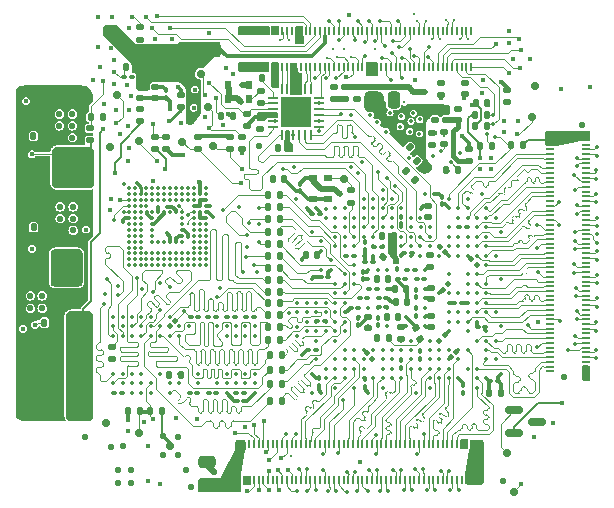
<source format=gbl>
G04 #@! TF.GenerationSoftware,KiCad,Pcbnew,9.0.0-9.0.0-2~ubuntu24.10.1*
G04 #@! TF.CreationDate,2025-04-01T16:44:13+02:00*
G04 #@! TF.ProjectId,Zynq_SoM,5a796e71-5f53-46f4-9d2e-6b696361645f,1.0*
G04 #@! TF.SameCoordinates,Original*
G04 #@! TF.FileFunction,Copper,L8,Bot*
G04 #@! TF.FilePolarity,Positive*
%FSLAX46Y46*%
G04 Gerber Fmt 4.6, Leading zero omitted, Abs format (unit mm)*
G04 Created by KiCad (PCBNEW 9.0.0-9.0.0-2~ubuntu24.10.1) date 2025-04-01 16:44:13*
%MOMM*%
%LPD*%
G01*
G04 APERTURE LIST*
G04 Aperture macros list*
%AMRoundRect*
0 Rectangle with rounded corners*
0 $1 Rounding radius*
0 $2 $3 $4 $5 $6 $7 $8 $9 X,Y pos of 4 corners*
0 Add a 4 corners polygon primitive as box body*
4,1,4,$2,$3,$4,$5,$6,$7,$8,$9,$2,$3,0*
0 Add four circle primitives for the rounded corners*
1,1,$1+$1,$2,$3*
1,1,$1+$1,$4,$5*
1,1,$1+$1,$6,$7*
1,1,$1+$1,$8,$9*
0 Add four rect primitives between the rounded corners*
20,1,$1+$1,$2,$3,$4,$5,0*
20,1,$1+$1,$4,$5,$6,$7,0*
20,1,$1+$1,$6,$7,$8,$9,0*
20,1,$1+$1,$8,$9,$2,$3,0*%
G04 Aperture macros list end*
G04 #@! TA.AperFunction,SMDPad,CuDef*
%ADD10RoundRect,0.135000X-0.135000X-0.185000X0.135000X-0.185000X0.135000X0.185000X-0.135000X0.185000X0*%
G04 #@! TD*
G04 #@! TA.AperFunction,SMDPad,CuDef*
%ADD11RoundRect,0.100000X0.100000X-0.130000X0.100000X0.130000X-0.100000X0.130000X-0.100000X-0.130000X0*%
G04 #@! TD*
G04 #@! TA.AperFunction,SMDPad,CuDef*
%ADD12RoundRect,0.100000X-0.162635X0.021213X0.021213X-0.162635X0.162635X-0.021213X-0.021213X0.162635X0*%
G04 #@! TD*
G04 #@! TA.AperFunction,SMDPad,CuDef*
%ADD13RoundRect,0.135000X0.135000X0.185000X-0.135000X0.185000X-0.135000X-0.185000X0.135000X-0.185000X0*%
G04 #@! TD*
G04 #@! TA.AperFunction,TestPad*
%ADD14C,0.700000*%
G04 #@! TD*
G04 #@! TA.AperFunction,SMDPad,CuDef*
%ADD15RoundRect,0.100000X0.021213X0.162635X-0.162635X-0.021213X-0.021213X-0.162635X0.162635X0.021213X0*%
G04 #@! TD*
G04 #@! TA.AperFunction,SMDPad,CuDef*
%ADD16RoundRect,0.100000X-0.100000X0.130000X-0.100000X-0.130000X0.100000X-0.130000X0.100000X0.130000X0*%
G04 #@! TD*
G04 #@! TA.AperFunction,SMDPad,CuDef*
%ADD17RoundRect,0.100000X-0.130000X-0.100000X0.130000X-0.100000X0.130000X0.100000X-0.130000X0.100000X0*%
G04 #@! TD*
G04 #@! TA.AperFunction,SMDPad,CuDef*
%ADD18RoundRect,0.140000X-0.140000X-0.170000X0.140000X-0.170000X0.140000X0.170000X-0.140000X0.170000X0*%
G04 #@! TD*
G04 #@! TA.AperFunction,SMDPad,CuDef*
%ADD19RoundRect,0.150000X-0.587500X-0.150000X0.587500X-0.150000X0.587500X0.150000X-0.587500X0.150000X0*%
G04 #@! TD*
G04 #@! TA.AperFunction,SMDPad,CuDef*
%ADD20RoundRect,0.062500X-0.062500X0.350000X-0.062500X-0.350000X0.062500X-0.350000X0.062500X0.350000X0*%
G04 #@! TD*
G04 #@! TA.AperFunction,SMDPad,CuDef*
%ADD21RoundRect,0.062500X-0.350000X0.062500X-0.350000X-0.062500X0.350000X-0.062500X0.350000X0.062500X0*%
G04 #@! TD*
G04 #@! TA.AperFunction,HeatsinkPad*
%ADD22R,2.600000X2.600000*%
G04 #@! TD*
G04 #@! TA.AperFunction,SMDPad,CuDef*
%ADD23RoundRect,0.140000X-0.170000X0.140000X-0.170000X-0.140000X0.170000X-0.140000X0.170000X0.140000X0*%
G04 #@! TD*
G04 #@! TA.AperFunction,SMDPad,CuDef*
%ADD24RoundRect,0.140000X0.170000X-0.140000X0.170000X0.140000X-0.170000X0.140000X-0.170000X-0.140000X0*%
G04 #@! TD*
G04 #@! TA.AperFunction,SMDPad,CuDef*
%ADD25RoundRect,0.135000X-0.185000X0.135000X-0.185000X-0.135000X0.185000X-0.135000X0.185000X0.135000X0*%
G04 #@! TD*
G04 #@! TA.AperFunction,SMDPad,CuDef*
%ADD26RoundRect,0.147500X0.147500X0.172500X-0.147500X0.172500X-0.147500X-0.172500X0.147500X-0.172500X0*%
G04 #@! TD*
G04 #@! TA.AperFunction,SMDPad,CuDef*
%ADD27RoundRect,0.250000X0.325000X0.650000X-0.325000X0.650000X-0.325000X-0.650000X0.325000X-0.650000X0*%
G04 #@! TD*
G04 #@! TA.AperFunction,SMDPad,CuDef*
%ADD28RoundRect,0.140000X0.140000X0.170000X-0.140000X0.170000X-0.140000X-0.170000X0.140000X-0.170000X0*%
G04 #@! TD*
G04 #@! TA.AperFunction,SMDPad,CuDef*
%ADD29RoundRect,0.147500X0.172500X-0.147500X0.172500X0.147500X-0.172500X0.147500X-0.172500X-0.147500X0*%
G04 #@! TD*
G04 #@! TA.AperFunction,SMDPad,CuDef*
%ADD30RoundRect,0.100000X0.130000X0.100000X-0.130000X0.100000X-0.130000X-0.100000X0.130000X-0.100000X0*%
G04 #@! TD*
G04 #@! TA.AperFunction,SMDPad,CuDef*
%ADD31RoundRect,0.135000X0.185000X-0.135000X0.185000X0.135000X-0.185000X0.135000X-0.185000X-0.135000X0*%
G04 #@! TD*
G04 #@! TA.AperFunction,SMDPad,CuDef*
%ADD32R,0.200000X0.700000*%
G04 #@! TD*
G04 #@! TA.AperFunction,SMDPad,CuDef*
%ADD33RoundRect,0.250000X-0.250000X-0.475000X0.250000X-0.475000X0.250000X0.475000X-0.250000X0.475000X0*%
G04 #@! TD*
G04 #@! TA.AperFunction,SMDPad,CuDef*
%ADD34RoundRect,0.250000X0.475000X-0.250000X0.475000X0.250000X-0.475000X0.250000X-0.475000X-0.250000X0*%
G04 #@! TD*
G04 #@! TA.AperFunction,SMDPad,CuDef*
%ADD35RoundRect,0.147500X-0.147500X-0.172500X0.147500X-0.172500X0.147500X0.172500X-0.147500X0.172500X0*%
G04 #@! TD*
G04 #@! TA.AperFunction,SMDPad,CuDef*
%ADD36RoundRect,0.135000X0.226274X0.035355X0.035355X0.226274X-0.226274X-0.035355X-0.035355X-0.226274X0*%
G04 #@! TD*
G04 #@! TA.AperFunction,SMDPad,CuDef*
%ADD37C,0.350000*%
G04 #@! TD*
G04 #@! TA.AperFunction,SMDPad,CuDef*
%ADD38RoundRect,0.135000X0.220016X-0.063585X0.127670X0.190132X-0.220016X0.063585X-0.127670X-0.190132X0*%
G04 #@! TD*
G04 #@! TA.AperFunction,SMDPad,CuDef*
%ADD39RoundRect,0.100000X-0.021213X-0.162635X0.162635X0.021213X0.021213X0.162635X-0.162635X-0.021213X0*%
G04 #@! TD*
G04 #@! TA.AperFunction,SMDPad,CuDef*
%ADD40RoundRect,0.135000X-0.226274X-0.035355X-0.035355X-0.226274X0.226274X0.035355X0.035355X0.226274X0*%
G04 #@! TD*
G04 #@! TA.AperFunction,SMDPad,CuDef*
%ADD41R,0.800000X0.600000*%
G04 #@! TD*
G04 #@! TA.AperFunction,SMDPad,CuDef*
%ADD42R,0.700000X0.200000*%
G04 #@! TD*
G04 #@! TA.AperFunction,SMDPad,CuDef*
%ADD43R,0.600000X0.800000*%
G04 #@! TD*
G04 #@! TA.AperFunction,SMDPad,CuDef*
%ADD44RoundRect,0.140000X-0.002028X0.220218X-0.216520X0.040237X0.002028X-0.220218X0.216520X-0.040237X0*%
G04 #@! TD*
G04 #@! TA.AperFunction,SMDPad,CuDef*
%ADD45RoundRect,0.147500X-0.172500X0.147500X-0.172500X-0.147500X0.172500X-0.147500X0.172500X0.147500X0*%
G04 #@! TD*
G04 #@! TA.AperFunction,ViaPad*
%ADD46C,0.350000*%
G04 #@! TD*
G04 #@! TA.AperFunction,ViaPad*
%ADD47C,0.300000*%
G04 #@! TD*
G04 #@! TA.AperFunction,ViaPad*
%ADD48C,0.550000*%
G04 #@! TD*
G04 #@! TA.AperFunction,ViaPad*
%ADD49C,0.400000*%
G04 #@! TD*
G04 #@! TA.AperFunction,ViaPad*
%ADD50C,0.450000*%
G04 #@! TD*
G04 #@! TA.AperFunction,Conductor*
%ADD51C,0.104000*%
G04 #@! TD*
G04 #@! TA.AperFunction,Conductor*
%ADD52C,0.120000*%
G04 #@! TD*
G04 #@! TA.AperFunction,Conductor*
%ADD53C,0.300000*%
G04 #@! TD*
G04 #@! TA.AperFunction,Conductor*
%ADD54C,0.100000*%
G04 #@! TD*
G04 #@! TA.AperFunction,Conductor*
%ADD55C,0.200000*%
G04 #@! TD*
G04 #@! TA.AperFunction,Conductor*
%ADD56C,0.110000*%
G04 #@! TD*
G04 #@! TA.AperFunction,Conductor*
%ADD57C,0.114600*%
G04 #@! TD*
G04 #@! TA.AperFunction,Conductor*
%ADD58C,0.400000*%
G04 #@! TD*
G04 #@! TA.AperFunction,Conductor*
%ADD59C,0.500000*%
G04 #@! TD*
G04 #@! TA.AperFunction,Conductor*
%ADD60C,0.250000*%
G04 #@! TD*
G04 #@! TA.AperFunction,Conductor*
%ADD61C,0.150000*%
G04 #@! TD*
G04 APERTURE END LIST*
D10*
X138290000Y-118950000D03*
X139310000Y-118950000D03*
D11*
X131800000Y-106545000D03*
X131800000Y-105905000D03*
D12*
X146323726Y-112333726D03*
X146776274Y-112786274D03*
D13*
X130110000Y-118080000D03*
X129090000Y-118080000D03*
X130110000Y-112060000D03*
X129090000Y-112060000D03*
D14*
X149300000Y-128700000D03*
D15*
X144356274Y-114443726D03*
X143903726Y-114896274D03*
D16*
X136750000Y-117255000D03*
X136750000Y-117895000D03*
D14*
X118210000Y-127020000D03*
D17*
X136104998Y-116400000D03*
X136744998Y-116400000D03*
D18*
X132295000Y-111975000D03*
X133255000Y-111975000D03*
D10*
X109250000Y-109600000D03*
X110270000Y-109600000D03*
D19*
X149962500Y-127012500D03*
X149962500Y-125112500D03*
X151837500Y-126062500D03*
D20*
X130250000Y-97937500D03*
X130750000Y-97937500D03*
X131250000Y-97937500D03*
X131750000Y-97937500D03*
X132250000Y-97937500D03*
X132750000Y-97937500D03*
D21*
X133437500Y-98625000D03*
X133437500Y-99125000D03*
X133437500Y-99625000D03*
X133437500Y-100125000D03*
X133437500Y-100625000D03*
X133437500Y-101125000D03*
D20*
X132750000Y-101812500D03*
X132250000Y-101812500D03*
X131750000Y-101812500D03*
X131250000Y-101812500D03*
X130750000Y-101812500D03*
X130250000Y-101812500D03*
D21*
X129562500Y-101125000D03*
X129562500Y-100625000D03*
X129562500Y-100125000D03*
X129562500Y-99625000D03*
X129562500Y-99125000D03*
X129562500Y-98625000D03*
D22*
X131500000Y-99875000D03*
D23*
X128450000Y-100290000D03*
X128450000Y-101250000D03*
D14*
X120800000Y-128100000D03*
D24*
X121700000Y-99405000D03*
X121700000Y-98445000D03*
D23*
X142650000Y-107795000D03*
X142650000Y-108755000D03*
D25*
X126900000Y-101990000D03*
X126900000Y-103010000D03*
D26*
X140825000Y-114870000D03*
X139855000Y-114870000D03*
D27*
X112775000Y-112800000D03*
X109825000Y-112800000D03*
D28*
X140130000Y-117190000D03*
X139170000Y-117190000D03*
D29*
X144175000Y-100510000D03*
X144175000Y-99540000D03*
D17*
X124054998Y-117199999D03*
X124694998Y-117199999D03*
X144880000Y-116000000D03*
X145520000Y-116000000D03*
D30*
X145920000Y-109600000D03*
X145280000Y-109600000D03*
D31*
X127300000Y-101010000D03*
X127300000Y-99990000D03*
D14*
X118150000Y-102300000D03*
D16*
X140390000Y-120880000D03*
X140390000Y-121520000D03*
D26*
X130455000Y-105530000D03*
X129485000Y-105530000D03*
D18*
X138329998Y-113969999D03*
X139289998Y-113969999D03*
D25*
X118250000Y-92690000D03*
X118250000Y-93710000D03*
D12*
X143648726Y-111248726D03*
X144101274Y-111701274D03*
D11*
X143825000Y-107670000D03*
X143825000Y-107030000D03*
D14*
X123400000Y-96600000D03*
D17*
X126440000Y-124274999D03*
X127080000Y-124274999D03*
D13*
X129635000Y-97000000D03*
X128615000Y-97000000D03*
D30*
X137990000Y-112550000D03*
X137350000Y-112550000D03*
D31*
X118300000Y-100610000D03*
X118300000Y-99590000D03*
D10*
X109240000Y-101875000D03*
X110260000Y-101875000D03*
D27*
X112775000Y-119900000D03*
X109825000Y-119900000D03*
D30*
X139119998Y-116389999D03*
X138479998Y-116389999D03*
D16*
X145600000Y-122980000D03*
X145600000Y-123620000D03*
D17*
X140100000Y-113999999D03*
X140740000Y-113999999D03*
D13*
X118060000Y-96000000D03*
X117040000Y-96000000D03*
D32*
X126700000Y-92960000D03*
X126700000Y-96040000D03*
X127100000Y-92960000D03*
X127100000Y-96040000D03*
X127500000Y-92960000D03*
X127500000Y-96040000D03*
X127900000Y-92960000D03*
X127900000Y-96040000D03*
X128300000Y-92960000D03*
X128300000Y-96040000D03*
X128700000Y-92960000D03*
X128700000Y-96040000D03*
X129100000Y-92960000D03*
X129100000Y-96040000D03*
X129500000Y-92960000D03*
X129500000Y-96040000D03*
X129900000Y-92960000D03*
X129900000Y-96040000D03*
X130300000Y-92960000D03*
X130300000Y-96040000D03*
X130700000Y-92960000D03*
X130700000Y-96040000D03*
X131100000Y-92960000D03*
X131100000Y-96040000D03*
X131500000Y-92960000D03*
X131500000Y-96040000D03*
X131900000Y-92960000D03*
X131900000Y-96040000D03*
X132300000Y-92960000D03*
X132300000Y-96040000D03*
X132700000Y-92960000D03*
X132700000Y-96040000D03*
X133100000Y-92960000D03*
X133100000Y-96040000D03*
X133500000Y-92960000D03*
X133500000Y-96040000D03*
X133900000Y-92960000D03*
X133900000Y-96040000D03*
X134300000Y-92960000D03*
X134300000Y-96040000D03*
X134700000Y-92960000D03*
X134700000Y-96040000D03*
X135100000Y-92960000D03*
X135100000Y-96040000D03*
X135500000Y-92960000D03*
X135500000Y-96040000D03*
X135900000Y-92960000D03*
X135900000Y-96040000D03*
X136300000Y-92960000D03*
X136300000Y-96040000D03*
X136700000Y-92960000D03*
X136700000Y-96040000D03*
X137100000Y-92960000D03*
X137100000Y-96040000D03*
X137500000Y-92960000D03*
X137500000Y-96040000D03*
X137900000Y-92960000D03*
X137900000Y-96040000D03*
X138300000Y-92960000D03*
X138300000Y-96040000D03*
X138700000Y-92960000D03*
X138700000Y-96040000D03*
X139100000Y-92960000D03*
X139100000Y-96040000D03*
X139500000Y-92960000D03*
X139500000Y-96040000D03*
X139900000Y-92960000D03*
X139900000Y-96040000D03*
X140300000Y-92960000D03*
X140300000Y-96040000D03*
X140700000Y-92960000D03*
X140700000Y-96040000D03*
X141100000Y-92960000D03*
X141100000Y-96040000D03*
X141500000Y-92960000D03*
X141500000Y-96040000D03*
X141900000Y-92960000D03*
X141900000Y-96040000D03*
X142300000Y-92960000D03*
X142300000Y-96040000D03*
X142700000Y-92960000D03*
X142700000Y-96040000D03*
X143100000Y-92960000D03*
X143100000Y-96040000D03*
X143500000Y-92960000D03*
X143500000Y-96040000D03*
X143900000Y-92960000D03*
X143900000Y-96040000D03*
X144300000Y-92960000D03*
X144300000Y-96040000D03*
X144700000Y-92960000D03*
X144700000Y-96040000D03*
X145100000Y-92960000D03*
X145100000Y-96040000D03*
X145500000Y-92960000D03*
X145500000Y-96040000D03*
X145900000Y-92960000D03*
X145900000Y-96040000D03*
X146300000Y-92960000D03*
X146300000Y-96040000D03*
D14*
X116300000Y-98450000D03*
D15*
X145036274Y-120163726D03*
X144583726Y-120616274D03*
D13*
X130109998Y-117049999D03*
X129089998Y-117049999D03*
X130110000Y-119110000D03*
X129090000Y-119110000D03*
D25*
X115860000Y-119760000D03*
X115860000Y-120780000D03*
D30*
X133495000Y-108450000D03*
X132855000Y-108450000D03*
D33*
X137850000Y-98840000D03*
X139750000Y-98840000D03*
D17*
X141680000Y-114000000D03*
X142320000Y-114000000D03*
X138480000Y-115600000D03*
X139120000Y-115600000D03*
D13*
X118240000Y-125180000D03*
X117220000Y-125180000D03*
D24*
X142975000Y-102605000D03*
X142975000Y-101645000D03*
D34*
X123910000Y-131390000D03*
X123910000Y-129490000D03*
D13*
X130260000Y-122850000D03*
X129240000Y-122850000D03*
D23*
X143760000Y-97410000D03*
X143760000Y-98370000D03*
D28*
X130930000Y-102920000D03*
X129970000Y-102920000D03*
D17*
X122554998Y-117199999D03*
X123194998Y-117199999D03*
D13*
X121709998Y-122074999D03*
X120689998Y-122074999D03*
D17*
X137679998Y-114799999D03*
X138319998Y-114799999D03*
D35*
X138764999Y-110375002D03*
X139734999Y-110375000D03*
D17*
X116930000Y-96900000D03*
X117570000Y-96900000D03*
D31*
X149320000Y-99020000D03*
X149320000Y-98000000D03*
D28*
X140860000Y-115970000D03*
X139900000Y-115970000D03*
D17*
X140879998Y-113200000D03*
X141519998Y-113200000D03*
X138079999Y-111275000D03*
X138719999Y-111275000D03*
D16*
X137300000Y-122480000D03*
X137300000Y-123120000D03*
D29*
X135650000Y-98735000D03*
X135650000Y-97765000D03*
D13*
X130110000Y-108920000D03*
X129090000Y-108920000D03*
D36*
X142421248Y-104721248D03*
X141700000Y-104000000D03*
D14*
X112720000Y-117300000D03*
D30*
X136370000Y-112000000D03*
X135730000Y-112000000D03*
D13*
X130110000Y-109970000D03*
X129090000Y-109970000D03*
D16*
X139999999Y-112480001D03*
X139999999Y-113120001D03*
D13*
X120150000Y-125190000D03*
X119130000Y-125190000D03*
X150670000Y-102650000D03*
X149650000Y-102650000D03*
D14*
X115400000Y-126200000D03*
D13*
X130110000Y-111024999D03*
X129090000Y-111024999D03*
D31*
X143975000Y-102584999D03*
X143975000Y-101565001D03*
D10*
X147090000Y-102750000D03*
X148110000Y-102750000D03*
D31*
X119500000Y-103010000D03*
X119500000Y-101990000D03*
D37*
X117314998Y-106319999D03*
X117314998Y-106819999D03*
X117314998Y-107319999D03*
X117314998Y-107819999D03*
X117314998Y-108319999D03*
X117314998Y-108819999D03*
X117314998Y-109319999D03*
X117314998Y-109819999D03*
X117314998Y-110319999D03*
X117314998Y-110819999D03*
X117314998Y-111319999D03*
X117314998Y-111819999D03*
X117314998Y-112319999D03*
X117314998Y-112819999D03*
X117814998Y-106319999D03*
X117814998Y-106819999D03*
X117814998Y-107319999D03*
X117814998Y-107819999D03*
X117814998Y-108319999D03*
X117814998Y-108819999D03*
X117814998Y-109319999D03*
X117814998Y-109819999D03*
X117814998Y-110319999D03*
X117814998Y-110819999D03*
X117814998Y-111319999D03*
X117814998Y-111819999D03*
X117814998Y-112319999D03*
X117814998Y-112819999D03*
X118314998Y-106319999D03*
X118314998Y-106819999D03*
X118314998Y-107319999D03*
X118314998Y-107819999D03*
X118314998Y-108319999D03*
X118314998Y-108819999D03*
X118314998Y-109319999D03*
X118314998Y-109819999D03*
X118314998Y-110319999D03*
X118314998Y-110819999D03*
X118314998Y-111319999D03*
X118314998Y-111819999D03*
X118314998Y-112319999D03*
X118314998Y-112819999D03*
X118814998Y-106319999D03*
X118814998Y-106819999D03*
X118814998Y-107319999D03*
X118814998Y-107819999D03*
X118814998Y-111819999D03*
X118814998Y-112319999D03*
X118814998Y-112819999D03*
X119314998Y-106319999D03*
X119314998Y-106819999D03*
X119314998Y-107319999D03*
X119314998Y-108319999D03*
X119314998Y-108819999D03*
X119314998Y-109319999D03*
X119314998Y-109819999D03*
X119314998Y-110319999D03*
X119314998Y-110819999D03*
X119314998Y-111819999D03*
X119314998Y-112319999D03*
X119314998Y-112819999D03*
X119814998Y-106319999D03*
X119814998Y-106819999D03*
X119814998Y-107319999D03*
X119814998Y-108319999D03*
X119814998Y-110819999D03*
X119814998Y-111819999D03*
X119814998Y-112319999D03*
X119814998Y-112819999D03*
X120314998Y-106319999D03*
X120314998Y-106819999D03*
X120314998Y-107319999D03*
X120314998Y-108319999D03*
X120314998Y-110819999D03*
X120314998Y-111819999D03*
X120314998Y-112319999D03*
X120314998Y-112819999D03*
X120814998Y-106319999D03*
X120814998Y-106819999D03*
X120814998Y-107319999D03*
X120814998Y-108319999D03*
X120814998Y-110819999D03*
X120814998Y-111819999D03*
X120814998Y-112319999D03*
X120814998Y-112819999D03*
X121314998Y-106319999D03*
X121314998Y-106819999D03*
X121314998Y-107319999D03*
X121314998Y-108319999D03*
X121314998Y-110819999D03*
X121314998Y-111819999D03*
X121314998Y-112319999D03*
X121314998Y-112819999D03*
X121814998Y-106319999D03*
X121814998Y-106819999D03*
X121814998Y-107319999D03*
X121814998Y-108319999D03*
X121814998Y-108819999D03*
X121814998Y-109319999D03*
X121814998Y-109819999D03*
X121814998Y-110319999D03*
X121814998Y-110819999D03*
X121814998Y-111819999D03*
X121814998Y-112319999D03*
X121814998Y-112819999D03*
X122314998Y-106319999D03*
X122314998Y-106819999D03*
X122314998Y-107319999D03*
X122314998Y-111819999D03*
X122314998Y-112319999D03*
X122314998Y-112819999D03*
X122814998Y-106319999D03*
X122814998Y-106819999D03*
X122814998Y-107319999D03*
X122814998Y-107819999D03*
X122814998Y-108319999D03*
X122814998Y-108819999D03*
X122814998Y-109319999D03*
X122814998Y-109819999D03*
X122814998Y-110319999D03*
X122814998Y-110819999D03*
X122814998Y-111319999D03*
X122814998Y-111819999D03*
X122814998Y-112319999D03*
X122814998Y-112819999D03*
X123314998Y-106319999D03*
X123314998Y-106819999D03*
X123314998Y-107319999D03*
X123314998Y-107819999D03*
X123314998Y-108319999D03*
X123314998Y-108819999D03*
X123314998Y-109319999D03*
X123314998Y-109819999D03*
X123314998Y-110319999D03*
X123314998Y-110819999D03*
X123314998Y-111319999D03*
X123314998Y-111819999D03*
X123314998Y-112319999D03*
X123314998Y-112819999D03*
X123814998Y-106319999D03*
X123814998Y-106819999D03*
X123814998Y-107319999D03*
X123814998Y-107819999D03*
X123814998Y-108319999D03*
X123814998Y-108819999D03*
X123814998Y-109319999D03*
X123814998Y-109819999D03*
X123814998Y-110319999D03*
X123814998Y-110819999D03*
X123814998Y-111319999D03*
X123814998Y-111819999D03*
X123814998Y-112319999D03*
X123814998Y-112819999D03*
D13*
X147635000Y-101025000D03*
X146615000Y-101025000D03*
D38*
X141974430Y-119079243D03*
X141625570Y-118120757D03*
D11*
X120500000Y-98620000D03*
X120500000Y-97980000D03*
D23*
X145750000Y-97400000D03*
X145750000Y-98360000D03*
D27*
X112875000Y-105000000D03*
X109925000Y-105000000D03*
D39*
X143598726Y-119201274D03*
X144051274Y-118748726D03*
X120798724Y-117976273D03*
X121251272Y-117523725D03*
D24*
X145175000Y-100530000D03*
X145175000Y-99570000D03*
D17*
X132510000Y-119960000D03*
X133150000Y-119960000D03*
X133279998Y-117549999D03*
X133919998Y-117549999D03*
D40*
X140809376Y-104849376D03*
X141530624Y-105570624D03*
D11*
X141640000Y-115520000D03*
X141640000Y-114880000D03*
X142000000Y-120720000D03*
X142000000Y-120080000D03*
D14*
X115700000Y-102800000D03*
D13*
X126150000Y-100200000D03*
X125130000Y-100200000D03*
D31*
X125900000Y-103010000D03*
X125900000Y-101990000D03*
D30*
X116710000Y-123599999D03*
X116070000Y-123599999D03*
D25*
X140340000Y-118060000D03*
X140340000Y-119080000D03*
D18*
X147845000Y-123600000D03*
X148805000Y-123600000D03*
D14*
X121850000Y-102400000D03*
X149900000Y-132000000D03*
D11*
X140400000Y-109370000D03*
X140400000Y-108730000D03*
D40*
X140364376Y-102114376D03*
X141085624Y-102835624D03*
D41*
X132950000Y-107250000D03*
X132950000Y-105450000D03*
X134150000Y-105450000D03*
X134150000Y-107250000D03*
D13*
X130260000Y-120450000D03*
X129240000Y-120450000D03*
D17*
X146860000Y-118020000D03*
X147500000Y-118020000D03*
D14*
X151730000Y-97620000D03*
X151430000Y-100230000D03*
D27*
X112775000Y-122400000D03*
X109825000Y-122400000D03*
D24*
X134650000Y-98730000D03*
X134650000Y-97770000D03*
D25*
X120500000Y-101990000D03*
X120500000Y-103010000D03*
D42*
X156040000Y-102200000D03*
X152960000Y-102200000D03*
X156040000Y-102600000D03*
X152960000Y-102600000D03*
X156040000Y-103000000D03*
X152960000Y-103000000D03*
X156040000Y-103400000D03*
X152960000Y-103400000D03*
X156040000Y-103800000D03*
X152960000Y-103800000D03*
X156040000Y-104200000D03*
X152960000Y-104200000D03*
X156040000Y-104600000D03*
X152960000Y-104600000D03*
X156040000Y-105000000D03*
X152960000Y-105000000D03*
X156040000Y-105400000D03*
X152960000Y-105400000D03*
X156040000Y-105800000D03*
X152960000Y-105800000D03*
X156040000Y-106200000D03*
X152960000Y-106200000D03*
X156040000Y-106600000D03*
X152960000Y-106600000D03*
X156040000Y-107000000D03*
X152960000Y-107000000D03*
X156040000Y-107400000D03*
X152960000Y-107400000D03*
X156040000Y-107800000D03*
X152960000Y-107800000D03*
X156040000Y-108200000D03*
X152960000Y-108200000D03*
X156040000Y-108600000D03*
X152960000Y-108600000D03*
X156040000Y-109000000D03*
X152960000Y-109000000D03*
X156040000Y-109400000D03*
X152960000Y-109400000D03*
X156040000Y-109800000D03*
X152960000Y-109800000D03*
X156040000Y-110200000D03*
X152960000Y-110200000D03*
X156040000Y-110600000D03*
X152960000Y-110600000D03*
X156040000Y-111000000D03*
X152960000Y-111000000D03*
X156040000Y-111400000D03*
X152960000Y-111400000D03*
X156040000Y-111800000D03*
X152960000Y-111800000D03*
X156040000Y-112200000D03*
X152960000Y-112200000D03*
X156040000Y-112600000D03*
X152960000Y-112600000D03*
X156040000Y-113000000D03*
X152960000Y-113000000D03*
X156040000Y-113400000D03*
X152960000Y-113400000D03*
X156040000Y-113800000D03*
X152960000Y-113800000D03*
X156040000Y-114200000D03*
X152960000Y-114200000D03*
X156040000Y-114600000D03*
X152960000Y-114600000D03*
X156040000Y-115000000D03*
X152960000Y-115000000D03*
X156040000Y-115400000D03*
X152960000Y-115400000D03*
X156040000Y-115800000D03*
X152960000Y-115800000D03*
X156040000Y-116200000D03*
X152960000Y-116200000D03*
X156040000Y-116600000D03*
X152960000Y-116600000D03*
X156040000Y-117000000D03*
X152960000Y-117000000D03*
X156040000Y-117400000D03*
X152960000Y-117400000D03*
X156040000Y-117800000D03*
X152960000Y-117800000D03*
X156040000Y-118200000D03*
X152960000Y-118200000D03*
X156040000Y-118600000D03*
X152960000Y-118600000D03*
X156040000Y-119000000D03*
X152960000Y-119000000D03*
X156040000Y-119400000D03*
X152960000Y-119400000D03*
X156040000Y-119800000D03*
X152960000Y-119800000D03*
X156040000Y-120200000D03*
X152960000Y-120200000D03*
X156040000Y-120600000D03*
X152960000Y-120600000D03*
X156040000Y-121000000D03*
X152960000Y-121000000D03*
X156040000Y-121400000D03*
X152960000Y-121400000D03*
X156040000Y-121800000D03*
X152960000Y-121800000D03*
D13*
X130110000Y-113080000D03*
X129090000Y-113080000D03*
D17*
X126429998Y-123599999D03*
X127069998Y-123599999D03*
X136880000Y-115600000D03*
X137520000Y-115600000D03*
D16*
X138400000Y-117280000D03*
X138400000Y-117920000D03*
D30*
X127894998Y-117199999D03*
X127254998Y-117199999D03*
X134219998Y-113849999D03*
X133579998Y-113849999D03*
D14*
X124000000Y-99400000D03*
D13*
X130110000Y-107910000D03*
X129090000Y-107910000D03*
D11*
X141600000Y-117120000D03*
X141600000Y-116480000D03*
D23*
X136600000Y-97770000D03*
X136600000Y-98730000D03*
D25*
X128525000Y-98030000D03*
X128525000Y-99050000D03*
D31*
X123200000Y-103010000D03*
X123200000Y-101990000D03*
D13*
X130110000Y-114110000D03*
X129090000Y-114110000D03*
D16*
X137300000Y-110880000D03*
X137300000Y-111520000D03*
D10*
X114115000Y-100275000D03*
X115135000Y-100275000D03*
D13*
X130110000Y-106900000D03*
X129090000Y-106900000D03*
D30*
X126294998Y-117224999D03*
X125654998Y-117224999D03*
D10*
X110180000Y-117670000D03*
X111200000Y-117670000D03*
D14*
X135550000Y-105500000D03*
D24*
X142810000Y-112950000D03*
X142810000Y-111990000D03*
X119550000Y-98680000D03*
X119550000Y-97720000D03*
X137600000Y-118129999D03*
X137600000Y-117169999D03*
D23*
X143225000Y-99545000D03*
X143225000Y-100505000D03*
D11*
X133400000Y-123020000D03*
X133400000Y-122380000D03*
D14*
X124450000Y-102700000D03*
D23*
X142890000Y-114710000D03*
X142890000Y-115670000D03*
D13*
X145230000Y-104800000D03*
X144210000Y-104800000D03*
D17*
X140630000Y-111750000D03*
X141270000Y-111750000D03*
D13*
X130260000Y-124300000D03*
X129240000Y-124300000D03*
X130110000Y-116040000D03*
X129090000Y-116040000D03*
D25*
X136100000Y-106490000D03*
X136100000Y-107510000D03*
D31*
X114025000Y-102260000D03*
X114025000Y-101240000D03*
D13*
X130100000Y-115100000D03*
X129080000Y-115100000D03*
X130260000Y-121650000D03*
X129240000Y-121650000D03*
D16*
X137124999Y-113355001D03*
X137124999Y-113995001D03*
D43*
X125725000Y-97525000D03*
X127525000Y-97525000D03*
X127525000Y-98725000D03*
X125725000Y-98725000D03*
D17*
X147900000Y-122630000D03*
X148540000Y-122630000D03*
D44*
X139587700Y-111541463D03*
X138852298Y-112158539D03*
D45*
X118300000Y-97715000D03*
X118300000Y-98685000D03*
D27*
X112775000Y-125000000D03*
X109825000Y-125000000D03*
D10*
X146640000Y-100075000D03*
X147660000Y-100075000D03*
D28*
X147655000Y-99125000D03*
X146695000Y-99125000D03*
D32*
X126700000Y-127960000D03*
X126700000Y-131040000D03*
X127100000Y-127960000D03*
X127100000Y-131040000D03*
X127500000Y-127960000D03*
X127500000Y-131040000D03*
X127900000Y-127960000D03*
X127900000Y-131040000D03*
X128300000Y-127960000D03*
X128300000Y-131040000D03*
X128700000Y-127960000D03*
X128700000Y-131040000D03*
X129100000Y-127960000D03*
X129100000Y-131040000D03*
X129500000Y-127960000D03*
X129500000Y-131040000D03*
X129900000Y-127960000D03*
X129900000Y-131040000D03*
X130300000Y-127960000D03*
X130300000Y-131040000D03*
X130700000Y-127960000D03*
X130700000Y-131040000D03*
X131100000Y-127960000D03*
X131100000Y-131040000D03*
X131500000Y-127960000D03*
X131500000Y-131040000D03*
X131900000Y-127960000D03*
X131900000Y-131040000D03*
X132300000Y-127960000D03*
X132300000Y-131040000D03*
X132700000Y-127960000D03*
X132700000Y-131040000D03*
X133100000Y-127960000D03*
X133100000Y-131040000D03*
X133500000Y-127960000D03*
X133500000Y-131040000D03*
X133900000Y-127960000D03*
X133900000Y-131040000D03*
X134300000Y-127960000D03*
X134300000Y-131040000D03*
X134700000Y-127960000D03*
X134700000Y-131040000D03*
X135100000Y-127960000D03*
X135100000Y-131040000D03*
X135500000Y-127960000D03*
X135500000Y-131040000D03*
X135900000Y-127960000D03*
X135900000Y-131040000D03*
X136300000Y-127960000D03*
X136300000Y-131040000D03*
X136700000Y-127960000D03*
X136700000Y-131040000D03*
X137100000Y-127960000D03*
X137100000Y-131040000D03*
X137500000Y-127960000D03*
X137500000Y-131040000D03*
X137900000Y-127960000D03*
X137900000Y-131040000D03*
X138300000Y-127960000D03*
X138300000Y-131040000D03*
X138700000Y-127960000D03*
X138700000Y-131040000D03*
X139100000Y-127960000D03*
X139100000Y-131040000D03*
X139500000Y-127960000D03*
X139500000Y-131040000D03*
X139900000Y-127960000D03*
X139900000Y-131040000D03*
X140300000Y-127960000D03*
X140300000Y-131040000D03*
X140700000Y-127960000D03*
X140700000Y-131040000D03*
X141100000Y-127960000D03*
X141100000Y-131040000D03*
X141500000Y-127960000D03*
X141500000Y-131040000D03*
X141900000Y-127960000D03*
X141900000Y-131040000D03*
X142300000Y-127960000D03*
X142300000Y-131040000D03*
X142700000Y-127960000D03*
X142700000Y-131040000D03*
X143100000Y-127960000D03*
X143100000Y-131040000D03*
X143500000Y-127960000D03*
X143500000Y-131040000D03*
X143900000Y-127960000D03*
X143900000Y-131040000D03*
X144300000Y-127960000D03*
X144300000Y-131040000D03*
X144700000Y-127960000D03*
X144700000Y-131040000D03*
X145100000Y-127960000D03*
X145100000Y-131040000D03*
X145500000Y-127960000D03*
X145500000Y-131040000D03*
X145900000Y-127960000D03*
X145900000Y-131040000D03*
X146300000Y-127960000D03*
X146300000Y-131040000D03*
D17*
X122479998Y-123599999D03*
X123119998Y-123599999D03*
D30*
X124719998Y-123599999D03*
X124079998Y-123599999D03*
D12*
X137473726Y-120273726D03*
X137926274Y-120726274D03*
D24*
X146100000Y-103955000D03*
X146100000Y-102995000D03*
X142900000Y-118080000D03*
X142900000Y-117120000D03*
D46*
X155130000Y-110760000D03*
X132379910Y-131900000D03*
X141550000Y-130090000D03*
X131710000Y-130100000D03*
X145200000Y-110400000D03*
X141100000Y-94475000D03*
X146000000Y-114400000D03*
X151875000Y-109375000D03*
X133600000Y-123599999D03*
D47*
X131025000Y-128950000D03*
D48*
X126100000Y-130600000D03*
D46*
X140400000Y-120800000D03*
X137200000Y-120000000D03*
X133999998Y-121599999D03*
D49*
X127150000Y-126550000D03*
D46*
X138800000Y-123200000D03*
X137200000Y-122400000D03*
X134800000Y-119200000D03*
D48*
X126100000Y-131700000D03*
D46*
X156954081Y-102782455D03*
X146800000Y-109600000D03*
X147600000Y-120800000D03*
X156913108Y-105561535D03*
X156850000Y-106750000D03*
X133050000Y-96975000D03*
X131275000Y-104500000D03*
X134799998Y-109599999D03*
X147600000Y-109600000D03*
D49*
X149525000Y-96575000D03*
D46*
X145200000Y-108800000D03*
X136400000Y-121600000D03*
X155020000Y-113450000D03*
X134799998Y-108799999D03*
X134025000Y-96975000D03*
D49*
X115100000Y-97200000D03*
D46*
X135100000Y-93725000D03*
X139050000Y-94270000D03*
X139599999Y-107200001D03*
D49*
X126900000Y-103300000D03*
D46*
X141200000Y-121600000D03*
X156950000Y-109500000D03*
X148150000Y-100900000D03*
X131500000Y-107200000D03*
D47*
X134950000Y-95225000D03*
D46*
X147680000Y-101690000D03*
X138800000Y-107999999D03*
D49*
X123800000Y-98450001D03*
D46*
X137775000Y-100075000D03*
X138410000Y-104920000D03*
X138000000Y-107200000D03*
X139710000Y-93810000D03*
X136400000Y-110400000D03*
X142014998Y-109594999D03*
X140220000Y-94340000D03*
X156913108Y-104761535D03*
X146800000Y-110400000D03*
X146000000Y-120000000D03*
X142700000Y-94350000D03*
X143600000Y-112000000D03*
X139600000Y-122400000D03*
D49*
X119400000Y-100900000D03*
D46*
X138580000Y-92160000D03*
X137199998Y-108799999D03*
X148130000Y-100120000D03*
X138000000Y-107999999D03*
X140130000Y-92180000D03*
D47*
X139900000Y-92960000D03*
D46*
X142800000Y-109600000D03*
X156950000Y-108800000D03*
X147600000Y-112800000D03*
X147600000Y-116800000D03*
X136799999Y-115600001D03*
X136799999Y-116400001D03*
X115989998Y-117999999D03*
X133599998Y-110799999D03*
X133199998Y-116799999D03*
X120789998Y-118799999D03*
X143250000Y-131890000D03*
X155180000Y-114720000D03*
X148400000Y-119200000D03*
X138250000Y-127225000D03*
X139600000Y-120800000D03*
X121589998Y-121999999D03*
X133999998Y-115999999D03*
X134799998Y-116799999D03*
X120789998Y-121999999D03*
X135599998Y-117599999D03*
X138570000Y-131920000D03*
X156975000Y-113650000D03*
X156925000Y-112350000D03*
X133999998Y-108024999D03*
D47*
X136125000Y-95200000D03*
D49*
X135725000Y-96925000D03*
D46*
X135599998Y-111199999D03*
X144400000Y-108000000D03*
X146000000Y-109600000D03*
X146000000Y-112000000D03*
D49*
X149825000Y-95375000D03*
D46*
X147200000Y-106800000D03*
D49*
X149525000Y-94005000D03*
D48*
X153950000Y-101775000D03*
D46*
X148400000Y-112000000D03*
X148800000Y-110000000D03*
X143600000Y-111200000D03*
X139520000Y-97100000D03*
X139850000Y-106100000D03*
X140399999Y-111200001D03*
X141199999Y-111200001D03*
X138725000Y-95250000D03*
X139560000Y-94880000D03*
X142799998Y-111200000D03*
X144537979Y-131877291D03*
X155110000Y-118799227D03*
X141311337Y-131863257D03*
X136400000Y-120800000D03*
X144400000Y-114400000D03*
D49*
X151995000Y-117650000D03*
D46*
X148800000Y-118000000D03*
D48*
X156025000Y-122300000D03*
D46*
X143600000Y-119200000D03*
X156950000Y-110200000D03*
X146800000Y-117600000D03*
X146800000Y-115200000D03*
X144400000Y-116000000D03*
X147600000Y-122400000D03*
D49*
X136875000Y-129500000D03*
D46*
X148400000Y-120800000D03*
X141600000Y-123600000D03*
D48*
X146950000Y-131050000D03*
D46*
X142000000Y-120800000D03*
X145200000Y-120000000D03*
X145200000Y-122400000D03*
X141999999Y-112000001D03*
X140470000Y-97000000D03*
D49*
X119390000Y-125860000D03*
D46*
X136399998Y-111999999D03*
X136799999Y-117200001D03*
X119189998Y-122799999D03*
X121990000Y-116730000D03*
X155248047Y-117400000D03*
X139600000Y-112000000D03*
X119989998Y-117999999D03*
X134799998Y-118399999D03*
X147600000Y-112000000D03*
X138360000Y-130170000D03*
X155250000Y-116700000D03*
X147600000Y-111200000D03*
X136450000Y-130290000D03*
X156971519Y-115625000D03*
X143600000Y-122400000D03*
X156911519Y-117650000D03*
D49*
X126150000Y-96620000D03*
X122900000Y-97950000D03*
X116100000Y-96450000D03*
D47*
X135900000Y-92960000D03*
D46*
X156905856Y-119996498D03*
X121589998Y-118799999D03*
X118389998Y-118799999D03*
X120000000Y-116640000D03*
X134799998Y-115999999D03*
X117589998Y-121999999D03*
X124790000Y-115520000D03*
X134799998Y-114399999D03*
X127900000Y-112800000D03*
X117589998Y-118799999D03*
X120800000Y-114640000D03*
X118389998Y-117999999D03*
X135599998Y-114399999D03*
X117589998Y-122799999D03*
X126960000Y-113430000D03*
X119324998Y-115074999D03*
X117589998Y-117999999D03*
X116789998Y-122799999D03*
X125330000Y-108150000D03*
X136399998Y-112799999D03*
X128299998Y-110874999D03*
X116789998Y-117999999D03*
X135600000Y-113600000D03*
X115989998Y-122799999D03*
X118010000Y-113880000D03*
X116439998Y-115324999D03*
X116789998Y-118799999D03*
X119989998Y-121999999D03*
X127274998Y-112124999D03*
X133600000Y-113200000D03*
X128300000Y-107990000D03*
X116789998Y-121999999D03*
X134799998Y-111199999D03*
X134400000Y-112400000D03*
X127300000Y-110300000D03*
X118389998Y-121999999D03*
X146000000Y-118400000D03*
X151900000Y-119775000D03*
X115989998Y-118799999D03*
X115450000Y-113990000D03*
X140400000Y-130140000D03*
D49*
X150470000Y-96120000D03*
D46*
X144400000Y-109600000D03*
X156971519Y-116325000D03*
X155000000Y-105150000D03*
X146000000Y-113600000D03*
X156975000Y-114350000D03*
X146000000Y-111200000D03*
D49*
X150550000Y-94625000D03*
D46*
X156911519Y-118350000D03*
X135750000Y-130290000D03*
X145237979Y-131877291D03*
X146000000Y-117600000D03*
X142800000Y-122400000D03*
X146800000Y-111200000D03*
X156850000Y-107450000D03*
X146800000Y-121600000D03*
X155180000Y-115420000D03*
X147600000Y-120000000D03*
D49*
X116250000Y-100800000D03*
X124100000Y-101200000D03*
D47*
X134100000Y-95250000D03*
D46*
X130350000Y-104700000D03*
X136399998Y-111199999D03*
X134800000Y-108000000D03*
X134890000Y-97000000D03*
X154490000Y-119990000D03*
X144400000Y-115200000D03*
X153850000Y-117525000D03*
X146800000Y-119200000D03*
X156905856Y-120696498D03*
X155250000Y-107750000D03*
X137660000Y-130170000D03*
X142800000Y-120000000D03*
X142275000Y-127150000D03*
X143600000Y-121600000D03*
X132410000Y-130100000D03*
X145200000Y-120800000D03*
X144400000Y-117600000D03*
X155075000Y-106450000D03*
X151100000Y-117900000D03*
X144400000Y-116800000D03*
X156954081Y-103582455D03*
X146000000Y-110400000D03*
D49*
X148375000Y-94100000D03*
D46*
X139700000Y-130140000D03*
X145200000Y-117600000D03*
X153700000Y-107450000D03*
X156940000Y-110920000D03*
X145200000Y-115200000D03*
X155020000Y-112750000D03*
X142800000Y-121600000D03*
X156925000Y-111650000D03*
X146800000Y-112000000D03*
X155250000Y-108450000D03*
X140611337Y-131863257D03*
X142680000Y-95230000D03*
X144400000Y-111200000D03*
X139270000Y-131920000D03*
X142250000Y-130090000D03*
X147600000Y-119200000D03*
X146000000Y-116800000D03*
X153725000Y-109425000D03*
X141200000Y-120800000D03*
X155110000Y-119499227D03*
D49*
X108600000Y-98920000D03*
D48*
X112550000Y-100020000D03*
X112600000Y-109870000D03*
X127850000Y-96050000D03*
X115845000Y-128190000D03*
X116850000Y-128150000D03*
X108990000Y-115417500D03*
X112550000Y-102020000D03*
X111500000Y-108870000D03*
X111450000Y-100020000D03*
X109990000Y-115417500D03*
X127000000Y-96050000D03*
X111500000Y-107870000D03*
X112600000Y-107870000D03*
X128650000Y-92950000D03*
X127750000Y-92950000D03*
X108990000Y-116470000D03*
X126900000Y-92950000D03*
X112550000Y-101020000D03*
X112600000Y-108870000D03*
X128725000Y-96050000D03*
X109990000Y-116470000D03*
X111450000Y-101020000D03*
D49*
X151750000Y-97550000D03*
D46*
X133420000Y-101430000D03*
X137999998Y-110399999D03*
X142000000Y-110400000D03*
X135300000Y-100050000D03*
X133400000Y-99125000D03*
D49*
X124150000Y-97350000D03*
D46*
X141999999Y-111200001D03*
X129725000Y-100625000D03*
X136475000Y-101950000D03*
X142800000Y-110400000D03*
X137199998Y-109599999D03*
X131250000Y-101812500D03*
X141200000Y-119200000D03*
D50*
X150475000Y-125100000D03*
D49*
X143760000Y-97370000D03*
D50*
X150200000Y-101750000D03*
X149100000Y-101580000D03*
D49*
X142910000Y-102670000D03*
X145760000Y-97370000D03*
X147690000Y-99280000D03*
X150500000Y-131360000D03*
D46*
X142800000Y-119200000D03*
D50*
X145875000Y-103975000D03*
X142400000Y-98125000D03*
X147190000Y-98260000D03*
D46*
X139599999Y-109600001D03*
X141730000Y-104080000D03*
X141080000Y-102940000D03*
X137200000Y-107200000D03*
X141200000Y-110400000D03*
X143759999Y-103130000D03*
X143080000Y-103580000D03*
D47*
X141600000Y-105520000D03*
D46*
X145360000Y-103325000D03*
X142400000Y-106800000D03*
X136399998Y-108799999D03*
X144600000Y-104100000D03*
X139440000Y-99920000D03*
X140399999Y-108000001D03*
X144400000Y-107200000D03*
X148330000Y-101970000D03*
D49*
X149250000Y-99100000D03*
D46*
X115240000Y-116080000D03*
X115989998Y-121999999D03*
X136399998Y-114399999D03*
X119189998Y-117999999D03*
X140400000Y-100225000D03*
X136100000Y-104500000D03*
X139200000Y-105450000D03*
X138800000Y-108800000D03*
D47*
X140660000Y-99000000D03*
X141750000Y-92175000D03*
X142450000Y-92175000D03*
X144150000Y-92050000D03*
X145325000Y-93625000D03*
X142951504Y-93639446D03*
X146025000Y-93625000D03*
X143651504Y-93639446D03*
D46*
X138800000Y-109600000D03*
X141950000Y-100480000D03*
X141920000Y-101680000D03*
X140400000Y-110400000D03*
D47*
X144850000Y-92050000D03*
D46*
X138350000Y-100700000D03*
X135599998Y-108799999D03*
X137999998Y-109599999D03*
X141100000Y-101500000D03*
D49*
X109377499Y-117882500D03*
X116100000Y-95450000D03*
X114740000Y-94330000D03*
X108352500Y-118207501D03*
X113680000Y-109800000D03*
X114850000Y-96050000D03*
X117301999Y-92748000D03*
X109250000Y-109595000D03*
X109250000Y-101875000D03*
X115800000Y-94450000D03*
X116100000Y-97450000D03*
X119950000Y-131350000D03*
X118975002Y-128150000D03*
X114286125Y-97099930D03*
D46*
X118023542Y-105891000D03*
X138799999Y-107200001D03*
X122300000Y-108540000D03*
D49*
X116590000Y-107300000D03*
D46*
X141200000Y-108799997D03*
X142000000Y-108800000D03*
X116060000Y-108970000D03*
X116900000Y-108350000D03*
X141200000Y-109600000D03*
X139600000Y-107999999D03*
X117814998Y-106819999D03*
D49*
X118300000Y-99650000D03*
D46*
X121600000Y-107810000D03*
X139599999Y-108800001D03*
D47*
X122310000Y-109310000D03*
D49*
X115700000Y-102800000D03*
D46*
X135599998Y-115199999D03*
X118389998Y-122799999D03*
X127510000Y-109280000D03*
D49*
X126925000Y-104635000D03*
D46*
X135599998Y-115999999D03*
X119189998Y-118799999D03*
X134000000Y-118400000D03*
X119989998Y-118799999D03*
X120789998Y-117199999D03*
X134799998Y-117599999D03*
X133200000Y-120799999D03*
X120789998Y-123599999D03*
D49*
X126800000Y-105900000D03*
D46*
X135599998Y-110399999D03*
D49*
X119700000Y-104000000D03*
D46*
X131599998Y-115999999D03*
X127989998Y-117999999D03*
X132399998Y-116799999D03*
X126389998Y-121999999D03*
X132400000Y-116000000D03*
X126389998Y-117999999D03*
X127989998Y-121999999D03*
X131574998Y-118024999D03*
X127989998Y-118799999D03*
X133200000Y-119199999D03*
X134000000Y-116799999D03*
X126389998Y-118799999D03*
X131599998Y-118799999D03*
X127189998Y-122799999D03*
X127189998Y-121999999D03*
X132400000Y-117600000D03*
X130887498Y-116837499D03*
X125589998Y-118799999D03*
X145200000Y-116800000D03*
X151960000Y-113400000D03*
X145200000Y-111200000D03*
X141475000Y-95100000D03*
X133775000Y-130175000D03*
X140400000Y-120000000D03*
X142550000Y-131890000D03*
X140420000Y-95310000D03*
X144400000Y-110400000D03*
X140400000Y-122400000D03*
X133130000Y-131890000D03*
X155130000Y-111460000D03*
X125589998Y-121999999D03*
X133199998Y-118399999D03*
D49*
X120800000Y-92775000D03*
D46*
X140400000Y-119200000D03*
D49*
X117301999Y-99652000D03*
X115400000Y-126200000D03*
X123080000Y-125880000D03*
X119700000Y-91700000D03*
D47*
X130160000Y-93750000D03*
D46*
X137325000Y-93950000D03*
D49*
X116250000Y-99650000D03*
D46*
X135100000Y-92150000D03*
X137300000Y-95110000D03*
D49*
X122800000Y-99500000D03*
D47*
X130860000Y-93750000D03*
D46*
X136450000Y-93750000D03*
D49*
X115200000Y-99150000D03*
X124680000Y-98690000D03*
D46*
X135599998Y-109599999D03*
D49*
X118802000Y-91800000D03*
D46*
X138175000Y-93800000D03*
D49*
X121700000Y-100800000D03*
D47*
X134590000Y-94500000D03*
D48*
X114100000Y-105920000D03*
D46*
X133199998Y-107999999D03*
D50*
X131500000Y-98000000D03*
X131825000Y-93800000D03*
D49*
X135950000Y-91600000D03*
D46*
X135600000Y-108000000D03*
X121450000Y-110420000D03*
D50*
X153225000Y-126150000D03*
X131525000Y-97050000D03*
D48*
X113200000Y-105520000D03*
D47*
X118840000Y-108300000D03*
D49*
X125736999Y-100001969D03*
D48*
X114100000Y-104020000D03*
D50*
X134650000Y-98750000D03*
D48*
X114100000Y-104970000D03*
D49*
X129525000Y-105425000D03*
X117300000Y-102900000D03*
X147075000Y-104700000D03*
D50*
X151650000Y-127375000D03*
D48*
X113200000Y-104520000D03*
D46*
X140800000Y-118000000D03*
D49*
X109100000Y-103420000D03*
D47*
X119810000Y-107880000D03*
D49*
X125510000Y-96100000D03*
X147075000Y-103725000D03*
D46*
X142025000Y-108025000D03*
X138825000Y-106425000D03*
D48*
X111200000Y-113850000D03*
D47*
X140840000Y-104740000D03*
D48*
X112700000Y-111970000D03*
D46*
X138000000Y-108800000D03*
X138800000Y-110400000D03*
D50*
X128450000Y-100290000D03*
D49*
X109125000Y-111420000D03*
D46*
X139999999Y-117200001D03*
X138399999Y-114000001D03*
D50*
X130925000Y-102925000D03*
D49*
X116110000Y-105030000D03*
D46*
X139199999Y-114800001D03*
X123310000Y-107820000D03*
X138400000Y-118800000D03*
X140399999Y-109600001D03*
X118310000Y-108820000D03*
X124450000Y-108775000D03*
D48*
X111225000Y-112275000D03*
D49*
X137800000Y-95930000D03*
D46*
X138399999Y-115600001D03*
D49*
X115750000Y-108170000D03*
D46*
X137999999Y-111200001D03*
D48*
X112700000Y-114070000D03*
D50*
X156400000Y-97700000D03*
D47*
X138150000Y-94530000D03*
D46*
X138399999Y-117200001D03*
D49*
X120350000Y-104700000D03*
D46*
X139199999Y-116400001D03*
D48*
X112700000Y-113020000D03*
D46*
X139199999Y-118000001D03*
D49*
X137800000Y-96610000D03*
D47*
X141425000Y-91525000D03*
D50*
X138450000Y-98950000D03*
D48*
X128350000Y-102700000D03*
D46*
X142399999Y-118000001D03*
X137599999Y-114800001D03*
X137599999Y-116400001D03*
X137599999Y-113200001D03*
X140799999Y-113200001D03*
D48*
X113640000Y-123357499D03*
D46*
X138000000Y-112000000D03*
D48*
X113640000Y-124307499D03*
D46*
X140399999Y-112000001D03*
X139199999Y-113200001D03*
X142399999Y-114800001D03*
X141599999Y-114000001D03*
X141599999Y-115600001D03*
D48*
X113640000Y-120507499D03*
X113640000Y-122407499D03*
X113640000Y-121457499D03*
X113640000Y-119570000D03*
D46*
X137599999Y-118000001D03*
X142399999Y-116400001D03*
D49*
X115160000Y-101300000D03*
D46*
X141599999Y-117200001D03*
X142399999Y-113200001D03*
X116789998Y-117199999D03*
X116789998Y-123599999D03*
X118389998Y-123599999D03*
D49*
X118975001Y-131123000D03*
D46*
X136400000Y-113600000D03*
D49*
X117250000Y-126850000D03*
D46*
X127189998Y-117999999D03*
D48*
X120225001Y-128923000D03*
X121525001Y-128923000D03*
D46*
X122389998Y-123599999D03*
X134800000Y-110400000D03*
X134399998Y-113199999D03*
X133199998Y-117599999D03*
X135600000Y-116800000D03*
D48*
X121525001Y-127323000D03*
D46*
X125589998Y-117999999D03*
X133199998Y-115999999D03*
X120789998Y-117999999D03*
X127989998Y-117199999D03*
X126389998Y-117199999D03*
X131999998Y-120399999D03*
X123189998Y-121999999D03*
D48*
X120225001Y-127298000D03*
D46*
X124789998Y-123599999D03*
D49*
X116600000Y-101700000D03*
D46*
X118389998Y-117199999D03*
X122389998Y-117999999D03*
X127989998Y-122799999D03*
X125589998Y-123599999D03*
X120789998Y-122799999D03*
X132799998Y-109999999D03*
X123989998Y-117199999D03*
X131999998Y-112399999D03*
X126389998Y-123599999D03*
X134282000Y-92118000D03*
X136710000Y-92150000D03*
D49*
X120800000Y-99600000D03*
X120750000Y-100650000D03*
D46*
X141410000Y-99930000D03*
X136700000Y-105020000D03*
D49*
X126830000Y-98990000D03*
X122520000Y-100690000D03*
X115350000Y-92830000D03*
X116125000Y-92825000D03*
X124900000Y-94125000D03*
D46*
X146800000Y-113600000D03*
X147600000Y-114400000D03*
X138800000Y-122400000D03*
X138000000Y-122400000D03*
X134800000Y-122400000D03*
X135600000Y-122400000D03*
X155275000Y-103700000D03*
X147600000Y-108800000D03*
X146800000Y-123200000D03*
X134150000Y-131950000D03*
X144400000Y-121600000D03*
X146800000Y-122400000D03*
X147600000Y-116000000D03*
X147600000Y-108000000D03*
X144400000Y-122400000D03*
X145200000Y-108000000D03*
X146800000Y-116000000D03*
X146000000Y-108000000D03*
X134850000Y-131950000D03*
X146000000Y-108800000D03*
X151850000Y-111400000D03*
X146000000Y-115200000D03*
X146800000Y-116800000D03*
X144425812Y-130205667D03*
X155275000Y-104400000D03*
X143725812Y-130205667D03*
X146800000Y-114400000D03*
X146800000Y-108800000D03*
X147600000Y-115200000D03*
X131475000Y-127100000D03*
X136400000Y-120000000D03*
D49*
X154000000Y-124500000D03*
X119300000Y-92750000D03*
X150375000Y-93625000D03*
D46*
X145200000Y-112000000D03*
X137650000Y-92175000D03*
D49*
X117575000Y-91825000D03*
D46*
X133437500Y-100625000D03*
X126389998Y-122799999D03*
X132399998Y-118399999D03*
D50*
X143775000Y-98675000D03*
D46*
X125589998Y-122799999D03*
D47*
X135500000Y-127960000D03*
D46*
X124200000Y-107810000D03*
D47*
X134300000Y-92960000D03*
D46*
X137200000Y-112000000D03*
D49*
X151250000Y-95400000D03*
D46*
X145600000Y-123600000D03*
D47*
X133500000Y-131040000D03*
X133500000Y-127960000D03*
D46*
X123989998Y-123599999D03*
X144400000Y-118400000D03*
D50*
X149100000Y-100600000D03*
D48*
X122200000Y-130200000D03*
D47*
X139500000Y-131040000D03*
D46*
X138399999Y-118000001D03*
D49*
X117290000Y-125890000D03*
D46*
X127189998Y-118799999D03*
X141599999Y-113200001D03*
D49*
X123800000Y-100300000D03*
D48*
X108300000Y-101020000D03*
X124500000Y-130300000D03*
X110177500Y-120582501D03*
X109300000Y-107770000D03*
X109210000Y-105585000D03*
X113600000Y-127400000D03*
X111350000Y-115970000D03*
D46*
X142800000Y-123200000D03*
X127330000Y-111275000D03*
D49*
X111575000Y-97970000D03*
D48*
X109300000Y-101010000D03*
D46*
X132799998Y-121999999D03*
X127189998Y-117199999D03*
D48*
X155650000Y-100975000D03*
D46*
X128210000Y-113430000D03*
X117589998Y-123599999D03*
X140800000Y-114000000D03*
X119990000Y-114350000D03*
X141210000Y-100630000D03*
D48*
X117500000Y-131300000D03*
D46*
X126660000Y-107890000D03*
D47*
X156040000Y-114600000D03*
D49*
X115860000Y-120780000D03*
D46*
X127189998Y-123599999D03*
D48*
X108350000Y-107770000D03*
D47*
X145500000Y-131040000D03*
D48*
X110300000Y-100020000D03*
D46*
X132799998Y-113999999D03*
X145200000Y-109600000D03*
X142399999Y-114000001D03*
X139199999Y-117200001D03*
D47*
X152960000Y-113400000D03*
D46*
X138399999Y-113200001D03*
X135599998Y-111999999D03*
D50*
X139950000Y-98550000D03*
D48*
X108350000Y-108750000D03*
X109300000Y-108750000D03*
D46*
X142399999Y-115600001D03*
X138000000Y-120800000D03*
D50*
X148025000Y-104675000D03*
D46*
X148400000Y-108800000D03*
X115989998Y-117199999D03*
X139199999Y-115600001D03*
D47*
X141500000Y-127960000D03*
D49*
X119575000Y-93700000D03*
D46*
X138799999Y-112000001D03*
D47*
X152960000Y-119800000D03*
D49*
X134775000Y-97825000D03*
D46*
X143600000Y-115200000D03*
X133199998Y-119999999D03*
X144320000Y-104820000D03*
D49*
X117570000Y-96900000D03*
D46*
X120540000Y-110120000D03*
X142799999Y-108800001D03*
D50*
X143225000Y-100505000D03*
D46*
X142000000Y-120000000D03*
X146000000Y-107200000D03*
D50*
X129675000Y-96025000D03*
D46*
X146000000Y-116000000D03*
D47*
X127500000Y-127950000D03*
X139500000Y-127960000D03*
D50*
X129650000Y-97600000D03*
D46*
X119900000Y-108860000D03*
D50*
X148025000Y-103725000D03*
D46*
X123189998Y-122799999D03*
X140799999Y-117200000D03*
D49*
X115930000Y-91775000D03*
D46*
X147600000Y-110400000D03*
D49*
X110100000Y-98470000D03*
D46*
X147600000Y-118400000D03*
D47*
X135550000Y-94500000D03*
D46*
X122310000Y-110430000D03*
D48*
X109200000Y-113470000D03*
D46*
X132575000Y-99150000D03*
D48*
X108600000Y-123700000D03*
D46*
X138399999Y-116400001D03*
X134799998Y-115199999D03*
X137599999Y-117200001D03*
D47*
X152960000Y-117800000D03*
D46*
X137200000Y-108000000D03*
D47*
X136700000Y-92960000D03*
D48*
X109200000Y-112470000D03*
D47*
X152960000Y-107400000D03*
D46*
X142399999Y-117200001D03*
D48*
X117500000Y-130200000D03*
D47*
X156040000Y-112600000D03*
D46*
X141599999Y-114800001D03*
D49*
X123300000Y-105800000D03*
D46*
X135200000Y-106800001D03*
X116820000Y-109160000D03*
D47*
X156040000Y-116600000D03*
X156050000Y-106600000D03*
X143500000Y-127960000D03*
D46*
X141599999Y-116400001D03*
D47*
X137500000Y-127960000D03*
D48*
X110200000Y-112470000D03*
D47*
X152960000Y-115400000D03*
X156040000Y-108600000D03*
D46*
X140400000Y-121600000D03*
D47*
X152960000Y-104200000D03*
D46*
X135599998Y-120799999D03*
X134800000Y-123200000D03*
D47*
X145500000Y-96040000D03*
D46*
X123310000Y-108810000D03*
D49*
X115150000Y-100250000D03*
D48*
X109700000Y-122500000D03*
X110300000Y-107770000D03*
D49*
X121900000Y-103500000D03*
X118225000Y-93700000D03*
D47*
X131500000Y-127960000D03*
D50*
X141550000Y-97125000D03*
D46*
X141075000Y-103725000D03*
D47*
X156050000Y-104600000D03*
D48*
X110180000Y-118580000D03*
D50*
X129700000Y-92950000D03*
D47*
X152960000Y-103000000D03*
X152960000Y-111400000D03*
D48*
X113300000Y-115470000D03*
D47*
X143900000Y-92960000D03*
D48*
X110200000Y-105585000D03*
D50*
X143250000Y-101645000D03*
D47*
X145100000Y-92960000D03*
D46*
X140399999Y-108800001D03*
D49*
X108625000Y-97945000D03*
D46*
X130800000Y-100925000D03*
X148400000Y-116800000D03*
D50*
X151850000Y-126075000D03*
D48*
X111177500Y-120582501D03*
D46*
X146000000Y-121600000D03*
X137600000Y-123600000D03*
X127989998Y-123599999D03*
D50*
X129975000Y-102925000D03*
D46*
X148800000Y-114000000D03*
X144400000Y-112000000D03*
D49*
X118600000Y-126100000D03*
D46*
X118400000Y-114800000D03*
D49*
X114700000Y-91800000D03*
D46*
X132399998Y-107999999D03*
D47*
X141500000Y-92960000D03*
D46*
X124789998Y-117999999D03*
X121589998Y-122799999D03*
D50*
X128450000Y-101250000D03*
D46*
X123189998Y-117199999D03*
D48*
X109300000Y-100020000D03*
D49*
X126900000Y-97600000D03*
D48*
X110300000Y-108750000D03*
D46*
X140300000Y-101080000D03*
X123189998Y-123599999D03*
D48*
X110200000Y-104585000D03*
D46*
X142800000Y-112000000D03*
D49*
X119550000Y-97720000D03*
X148850000Y-97300000D03*
D47*
X156040000Y-102600000D03*
D46*
X144400000Y-120800000D03*
D47*
X131500000Y-131040000D03*
X144000000Y-101875000D03*
D49*
X119400000Y-105700000D03*
D46*
X137070000Y-104100000D03*
D47*
X129500000Y-127960000D03*
D46*
X138799999Y-111200001D03*
D47*
X131100000Y-92960000D03*
X143500000Y-131040000D03*
D46*
X116370000Y-114580000D03*
X141199999Y-112000001D03*
D47*
X120540000Y-107870000D03*
D46*
X139999999Y-113200001D03*
D47*
X131900000Y-96040000D03*
D48*
X108600000Y-122500000D03*
X154200000Y-122300000D03*
D46*
X115989998Y-123599999D03*
D48*
X110177500Y-119582501D03*
X122600000Y-131560000D03*
D46*
X137599999Y-115600001D03*
X125020000Y-114780000D03*
D49*
X117250000Y-104000000D03*
D46*
X117589998Y-117199999D03*
D48*
X116400000Y-130200000D03*
D47*
X142700000Y-96040000D03*
D46*
X124789998Y-117199999D03*
X131599998Y-116799999D03*
D49*
X117500000Y-98525000D03*
D50*
X131450000Y-99175000D03*
D49*
X123200000Y-101990000D03*
D48*
X108300000Y-100030000D03*
D47*
X140700000Y-96040000D03*
X135500000Y-131040000D03*
D49*
X110300000Y-102895000D03*
D46*
X119189998Y-123599999D03*
D49*
X136600000Y-98725000D03*
D46*
X133999998Y-117599999D03*
D47*
X146300000Y-92960000D03*
D48*
X116400000Y-131300000D03*
D49*
X153950000Y-97900000D03*
D46*
X121589998Y-117999999D03*
D47*
X152960000Y-121800000D03*
D49*
X110400000Y-110620000D03*
D48*
X111180000Y-118580000D03*
D47*
X141500000Y-131040000D03*
X129500000Y-131040000D03*
X133100000Y-96040000D03*
D46*
X124789998Y-122799999D03*
D49*
X149525000Y-93025000D03*
D47*
X156040000Y-110600000D03*
X152960000Y-105400000D03*
D49*
X110400000Y-111370000D03*
D47*
X139100000Y-92975000D03*
D46*
X136399998Y-109599999D03*
D47*
X137500000Y-131040000D03*
D46*
X133599998Y-111599999D03*
D47*
X152960000Y-109400000D03*
X135100000Y-96040000D03*
D49*
X145500000Y-101900000D03*
D46*
X139100000Y-101500000D03*
X143200000Y-106800000D03*
D47*
X142700000Y-92960000D03*
D46*
X138399999Y-114800001D03*
D47*
X145700000Y-127970000D03*
D49*
X117250000Y-101025000D03*
X115780000Y-107200000D03*
D50*
X147320000Y-97170000D03*
D46*
X115290000Y-115250000D03*
X132575000Y-100625000D03*
D47*
X127500000Y-131040000D03*
D50*
X145725000Y-98700000D03*
X145175000Y-99570000D03*
D48*
X109210000Y-104585000D03*
D46*
X118310000Y-107820000D03*
X139199999Y-114000001D03*
D49*
X125300000Y-100950000D03*
D48*
X111177500Y-119582501D03*
D46*
X125589998Y-117199999D03*
X128370000Y-109350000D03*
D49*
X117175000Y-97600000D03*
D48*
X110300000Y-101010000D03*
D47*
X156040000Y-118600000D03*
D48*
X149000000Y-131100000D03*
D46*
X116930000Y-105930000D03*
D50*
X146350000Y-99250000D03*
D47*
X138700000Y-96040000D03*
D49*
X121000000Y-93675000D03*
D46*
X119189998Y-117199999D03*
D50*
X150250000Y-100630000D03*
D46*
X136160000Y-100110000D03*
X134000000Y-108800000D03*
D47*
X156040000Y-121000000D03*
D48*
X109700000Y-123700000D03*
D49*
X124100000Y-93175000D03*
D48*
X110200000Y-113470000D03*
D46*
X146800000Y-112800000D03*
X137599999Y-114000001D03*
D49*
X121300000Y-125750000D03*
D48*
X108690000Y-125320000D03*
D46*
X148800000Y-122000000D03*
D49*
X121450000Y-97700000D03*
D46*
X138800000Y-120000000D03*
D49*
X130220000Y-129170000D03*
X129160000Y-130210000D03*
D46*
X137200000Y-121600000D03*
X135599998Y-118399999D03*
D49*
X129180000Y-131850000D03*
X130825000Y-130200000D03*
D46*
X139600000Y-120000000D03*
X138800000Y-121600000D03*
X135050000Y-128750000D03*
X134799998Y-120799999D03*
D49*
X128900000Y-128650000D03*
D46*
X141200000Y-120000000D03*
X138275000Y-128775000D03*
D49*
X127350000Y-131900000D03*
X126325000Y-127000000D03*
D46*
X134799998Y-121599999D03*
D49*
X129950000Y-130200000D03*
D46*
X137200000Y-120800000D03*
X143600000Y-120000000D03*
X136650000Y-131950000D03*
X138000000Y-120000000D03*
D49*
X129225000Y-129350000D03*
D46*
X144400000Y-120000000D03*
X137550000Y-131950000D03*
X133775000Y-128800000D03*
X138800000Y-120800000D03*
D49*
X130040000Y-131880000D03*
D46*
X139600000Y-121600000D03*
X142800000Y-120800000D03*
X131575000Y-131900000D03*
X135425000Y-124225000D03*
X143600000Y-120800000D03*
X141700000Y-128800000D03*
X134000000Y-122400000D03*
D49*
X128790000Y-125990000D03*
D46*
X136400000Y-123200000D03*
D49*
X128300000Y-131870000D03*
D46*
X135600000Y-121600000D03*
X130650000Y-127100000D03*
X135599998Y-119999999D03*
D49*
X127950000Y-126375000D03*
D46*
X132800000Y-123600000D03*
X142000000Y-121600000D03*
X135750000Y-132025000D03*
X144400000Y-113600000D03*
X155110000Y-110010000D03*
X137199998Y-110399999D03*
X142000000Y-119200000D03*
X139999999Y-114000000D03*
D51*
X155370000Y-111000000D02*
X155130000Y-110760000D01*
X156040000Y-111000000D02*
X155370000Y-111000000D01*
X132700000Y-131579910D02*
X132379910Y-131900000D01*
X132700000Y-131040000D02*
X132700000Y-131579910D01*
X141550000Y-130090000D02*
X141900000Y-130440000D01*
X141900000Y-130440000D02*
X141900000Y-131040000D01*
X131900000Y-130290000D02*
X131710000Y-130100000D01*
X131900000Y-131040000D02*
X131900000Y-130290000D01*
D52*
X141100000Y-95234117D02*
X141100000Y-94475000D01*
X141500000Y-95634117D02*
X141100000Y-95234117D01*
X141500000Y-96040000D02*
X141500000Y-95634117D01*
X152145000Y-109375000D02*
X151875000Y-109375000D01*
X152570000Y-109800000D02*
X152145000Y-109375000D01*
X152960000Y-109800000D02*
X152570000Y-109800000D01*
D53*
X133589999Y-123599999D02*
X133400000Y-123410000D01*
X133400000Y-123410000D02*
X133400000Y-123020000D01*
X137200000Y-120000000D02*
X137473726Y-120273726D01*
X133600000Y-123599999D02*
X133589999Y-123599999D01*
D51*
X156040000Y-103000000D02*
X156736536Y-103000000D01*
X156736536Y-103000000D02*
X156954081Y-102782455D01*
X152434999Y-106600000D02*
X152960000Y-106600000D01*
X152411999Y-106623000D02*
X152434999Y-106600000D01*
X151346684Y-106623000D02*
X152411999Y-106623000D01*
X146800000Y-109600000D02*
X147200000Y-109200000D01*
X148746684Y-109223000D02*
X151346684Y-106623000D01*
X148024194Y-109200000D02*
X148047194Y-109223000D01*
X147200000Y-109200000D02*
X148024194Y-109200000D01*
X148047194Y-109223000D02*
X148746684Y-109223000D01*
X149877000Y-122906046D02*
X149877000Y-123006046D01*
X147705129Y-121270000D02*
X147702129Y-121273000D01*
X149877000Y-123279055D02*
X149877000Y-123456684D01*
X150033316Y-123613000D02*
X150335481Y-123613000D01*
X151709944Y-121509740D02*
X152196684Y-121023000D01*
X151473000Y-122470000D02*
X151359446Y-122470000D01*
X151235481Y-123613000D02*
X151335481Y-123613000D01*
X150735481Y-123113000D02*
X150835481Y-123113000D01*
X151673000Y-121770000D02*
X151673000Y-121670000D01*
X149403316Y-121273000D02*
X149877000Y-121746684D01*
X151345675Y-123613000D02*
X151446684Y-123613000D01*
X147600000Y-120800000D02*
X147330000Y-121070000D01*
X151673000Y-121670000D02*
X151673000Y-121546684D01*
X150535481Y-123413000D02*
X150535481Y-123313000D01*
X147330000Y-121070000D02*
X147330000Y-121183828D01*
X151446684Y-123613000D02*
X151673000Y-123386684D01*
X149877000Y-123456684D02*
X150033316Y-123613000D01*
X149877000Y-123006046D02*
X149877000Y-123279055D01*
X152196684Y-121023000D02*
X152411999Y-121023000D01*
X151673000Y-123386684D02*
X151673000Y-122670000D01*
X151673000Y-121546684D02*
X151709944Y-121509740D01*
X150277000Y-122706046D02*
X150077000Y-122706046D01*
X152434999Y-121000000D02*
X152960000Y-121000000D01*
X150077000Y-122206046D02*
X150277000Y-122206046D01*
X151335481Y-123613000D02*
X151345675Y-123613000D01*
X151159446Y-122270000D02*
X151159446Y-122170000D01*
X149877000Y-121746684D02*
X149877000Y-122006046D01*
X151359446Y-121970000D02*
X151473000Y-121970000D01*
X147416172Y-121270000D02*
X147705129Y-121270000D01*
X147330000Y-121183828D02*
X147416172Y-121270000D01*
X150477000Y-122406046D02*
X150477000Y-122506046D01*
X147702129Y-121273000D02*
X149403316Y-121273000D01*
X152411999Y-121023000D02*
X152434999Y-121000000D01*
X151035481Y-123313000D02*
X151035481Y-123413000D01*
X150835481Y-123113000D02*
G75*
G02*
X151035500Y-123313000I19J-200000D01*
G01*
X150477000Y-122506046D02*
G75*
G02*
X150277000Y-122706000I-200000J46D01*
G01*
X151035481Y-123413000D02*
G75*
G03*
X151235481Y-123613019I200019J0D01*
G01*
X150077000Y-122706046D02*
G75*
G03*
X149877046Y-122906046I0J-199954D01*
G01*
X151359446Y-122470000D02*
G75*
G02*
X151159400Y-122270000I-46J200000D01*
G01*
X149877000Y-122006046D02*
G75*
G03*
X150077000Y-122206000I200000J46D01*
G01*
X151673000Y-122670000D02*
G75*
G03*
X151473000Y-122470000I-200000J0D01*
G01*
X151159446Y-122170000D02*
G75*
G02*
X151359446Y-121970046I199954J0D01*
G01*
X150335481Y-123613000D02*
G75*
G03*
X150535500Y-123413000I19J200000D01*
G01*
X151473000Y-121970000D02*
G75*
G03*
X151673000Y-121770000I0J200000D01*
G01*
X150277000Y-122206046D02*
G75*
G02*
X150476954Y-122406046I0J-199954D01*
G01*
X150535481Y-123313000D02*
G75*
G02*
X150735481Y-123112981I200019J0D01*
G01*
X156769859Y-105400000D02*
X156913108Y-105543249D01*
X156040000Y-105400000D02*
X156769859Y-105400000D01*
X156913108Y-105543249D02*
X156913108Y-105561535D01*
X156600000Y-107000000D02*
X156850000Y-106750000D01*
X156040000Y-107000000D02*
X156600000Y-107000000D01*
D52*
X133500000Y-96040000D02*
X133500000Y-96525000D01*
X133500000Y-96525000D02*
X133050000Y-96975000D01*
D51*
X150047118Y-108649472D02*
X150115655Y-108718009D01*
X152434999Y-107000000D02*
X152960000Y-107000000D01*
X150329959Y-108140354D02*
X150386529Y-108083786D01*
X150386529Y-108083786D02*
X150386530Y-108083786D01*
X152411999Y-106977000D02*
X152434999Y-107000000D01*
X149776243Y-109283695D02*
X149832811Y-109227126D01*
X148024194Y-109600000D02*
X148047194Y-109577000D01*
X149832811Y-109000852D02*
X149764273Y-108932314D01*
X151510000Y-106977000D02*
X152411999Y-106977000D01*
X150964166Y-107869463D02*
X150895645Y-107800942D01*
X150895645Y-107574668D02*
X150952215Y-107518100D01*
X148893316Y-109577000D02*
X149255158Y-109215158D01*
X149820843Y-108649472D02*
X149820844Y-108649472D01*
X150907598Y-108152306D02*
X150964166Y-108095737D01*
X150952215Y-107518100D02*
X151493316Y-106977000D01*
X150341929Y-108718009D02*
X150398497Y-108661440D01*
X147600000Y-109600000D02*
X148024194Y-109600000D01*
X150398497Y-108435166D02*
X150329959Y-108366628D01*
X149481432Y-109215158D02*
X149549969Y-109283695D01*
X149764273Y-108706040D02*
X149820843Y-108649472D01*
X151493316Y-106977000D02*
X151510000Y-106977000D01*
X148047194Y-109577000D02*
X148893316Y-109577000D01*
X150612804Y-108083786D02*
X150681324Y-108152306D01*
X149549969Y-109283695D02*
G75*
G03*
X149776243Y-109283695I113137J113137D01*
G01*
X150115655Y-108718009D02*
G75*
G03*
X150341929Y-108718009I113137J113137D01*
G01*
X149820844Y-108649472D02*
G75*
G02*
X150047118Y-108649472I113137J-113137D01*
G01*
X150681324Y-108152306D02*
G75*
G03*
X150907598Y-108152306I113137J113137D01*
G01*
X149764273Y-108932314D02*
G75*
G02*
X149764296Y-108706063I113127J113114D01*
G01*
X150964166Y-108095737D02*
G75*
G03*
X150964166Y-107869463I-113166J113137D01*
G01*
X149255158Y-109215158D02*
G75*
G02*
X149481432Y-109215158I113137J-113137D01*
G01*
X150398497Y-108661440D02*
G75*
G03*
X150398500Y-108435163I-113097J113140D01*
G01*
X150386530Y-108083786D02*
G75*
G02*
X150612804Y-108083786I113137J-113137D01*
G01*
X150895645Y-107800942D02*
G75*
G02*
X150895640Y-107574663I113155J113142D01*
G01*
X149832811Y-109227126D02*
G75*
G03*
X149832800Y-109000863I-113111J113126D01*
G01*
X150329959Y-108366628D02*
G75*
G02*
X150329968Y-108140363I113141J113128D01*
G01*
D52*
X146310000Y-96050000D02*
X149000000Y-96050000D01*
X149000000Y-96050000D02*
X149525000Y-96575000D01*
D51*
X136400000Y-122179684D02*
X136400000Y-121600000D01*
X134683000Y-123896684D02*
X136400000Y-122179684D01*
X132723000Y-127687000D02*
X132723000Y-127296684D01*
X133473000Y-126546684D02*
X133473000Y-125867185D01*
X132723000Y-127296684D02*
X132874842Y-127144842D01*
X133473000Y-125867185D02*
X133473000Y-125706684D01*
X132700000Y-127960000D02*
X132700000Y-127710000D01*
X133440529Y-126579156D02*
X133473000Y-126546684D01*
X133383962Y-126635725D02*
X133440529Y-126579156D01*
X132874842Y-126918568D02*
X132865657Y-126909383D01*
X134683000Y-124496684D02*
X134683000Y-123896684D01*
X132700000Y-127710000D02*
X132723000Y-127687000D01*
X132865657Y-126683109D02*
X132922228Y-126626539D01*
X133148502Y-126626539D02*
X133157688Y-126635725D01*
X133473000Y-125706684D02*
X134683000Y-124496684D01*
X132874842Y-127144842D02*
G75*
G03*
X132874847Y-126918563I-113142J113142D01*
G01*
X132865657Y-126909383D02*
G75*
G02*
X132865611Y-126683063I113143J113183D01*
G01*
X133157688Y-126635725D02*
G75*
G03*
X133383962Y-126635725I113137J113137D01*
G01*
X132922228Y-126626539D02*
G75*
G02*
X133148502Y-126626539I113137J-113137D01*
G01*
X155070000Y-113400000D02*
X155020000Y-113450000D01*
X156040000Y-113400000D02*
X155070000Y-113400000D01*
D52*
X134300000Y-96040000D02*
X134300000Y-96700000D01*
X134300000Y-96700000D02*
X134025000Y-96975000D01*
X114025000Y-101240000D02*
X114125000Y-101140000D01*
X115100000Y-97200000D02*
X115100000Y-98350000D01*
X114125000Y-100285000D02*
X114115000Y-100275000D01*
X114115000Y-99335000D02*
X114115000Y-100275000D01*
X115100000Y-98350000D02*
X114115000Y-99335000D01*
X114125000Y-101140000D02*
X114125000Y-100285000D01*
X135500000Y-93325000D02*
X135100000Y-93725000D01*
X135500000Y-92960000D02*
X135500000Y-93325000D01*
X139050000Y-94270000D02*
X138700000Y-93920000D01*
X138700000Y-93920000D02*
X138700000Y-92960000D01*
X126900000Y-103010000D02*
X126900000Y-103300000D01*
D51*
X139217000Y-127150000D02*
X139337000Y-127150000D01*
X139100000Y-127434999D02*
X139077000Y-127411999D01*
X141200000Y-122074974D02*
X141187000Y-122087974D01*
X141200000Y-121600000D02*
X141200000Y-122074974D01*
X141187000Y-122087974D02*
X141187000Y-122380000D01*
X139077000Y-126660000D02*
X139077000Y-126590000D01*
X141347000Y-122540000D02*
X141448804Y-122540000D01*
X141187000Y-123100000D02*
X141187000Y-123180000D01*
X141187000Y-123550733D02*
X141187000Y-123693316D01*
X141187000Y-123180000D02*
X141187000Y-123550733D01*
X139337000Y-126100000D02*
X139217000Y-126100000D01*
X139077000Y-125803316D02*
X139077000Y-125820000D01*
X141448804Y-122940000D02*
X141347000Y-122940000D01*
X141608804Y-122700000D02*
X141608804Y-122780000D01*
X139217000Y-126450000D02*
X139337000Y-126450000D01*
X139077000Y-125960000D02*
X139077000Y-125890000D01*
X139077000Y-127411999D02*
X139077000Y-127290000D01*
X139100000Y-127960000D02*
X139100000Y-127434999D01*
X139477000Y-126310000D02*
X139477000Y-126240000D01*
X141187000Y-123693316D02*
X139077000Y-125803316D01*
X139337000Y-126800000D02*
X139217000Y-126800000D01*
X139477000Y-127010000D02*
X139477000Y-126940000D01*
X139077000Y-125890000D02*
X139077000Y-125820000D01*
X139477000Y-126940000D02*
G75*
G03*
X139337000Y-126800000I-140000J0D01*
G01*
X139217000Y-126100000D02*
G75*
G02*
X139077000Y-125960000I0J140000D01*
G01*
X141608804Y-122780000D02*
G75*
G02*
X141448804Y-122940004I-160004J0D01*
G01*
X139077000Y-127290000D02*
G75*
G02*
X139217000Y-127150000I140000J0D01*
G01*
X139337000Y-126450000D02*
G75*
G03*
X139477000Y-126310000I0J140000D01*
G01*
X139077000Y-126590000D02*
G75*
G02*
X139217000Y-126450000I140000J0D01*
G01*
X139337000Y-127150000D02*
G75*
G03*
X139477000Y-127010000I0J140000D01*
G01*
X141448804Y-122540000D02*
G75*
G02*
X141608800Y-122700000I-4J-160000D01*
G01*
X139477000Y-126240000D02*
G75*
G03*
X139337000Y-126100000I-140000J0D01*
G01*
X141347000Y-122940000D02*
G75*
G03*
X141187000Y-123100000I0J-160000D01*
G01*
X141187000Y-122380000D02*
G75*
G03*
X141347000Y-122540000I160000J0D01*
G01*
X139217000Y-126800000D02*
G75*
G02*
X139077000Y-126660000I0J140000D01*
G01*
X156040000Y-109400000D02*
X156850000Y-109400000D01*
X156850000Y-109400000D02*
X156950000Y-109500000D01*
D52*
X148630000Y-97750000D02*
X147480000Y-96600000D01*
X148630000Y-100420000D02*
X148630000Y-97750000D01*
X148150000Y-100900000D02*
X147760000Y-100900000D01*
X147480000Y-96600000D02*
X146036000Y-96600000D01*
X146036000Y-96600000D02*
X145900000Y-96464000D01*
X145900000Y-96464000D02*
X145900000Y-96040000D01*
X147760000Y-100900000D02*
X147635000Y-101025000D01*
X148150000Y-100900000D02*
X148630000Y-100420000D01*
X135900000Y-96040000D02*
X135900000Y-95590000D01*
X135535000Y-95225000D02*
X134950000Y-95225000D01*
X135900000Y-95590000D02*
X135535000Y-95225000D01*
X147680000Y-101690000D02*
X147680000Y-102320000D01*
X147680000Y-102320000D02*
X148110000Y-102750000D01*
X147680000Y-101690000D02*
X147690000Y-101700000D01*
D54*
X139200000Y-107375000D02*
X138800000Y-107775000D01*
X123600000Y-96800000D02*
X123400000Y-96600000D01*
X138410000Y-105480000D02*
X139200000Y-106270000D01*
X123800000Y-98450001D02*
X123600000Y-98250001D01*
X138410000Y-104920000D02*
X138410000Y-105480000D01*
X138800000Y-107775000D02*
X138800000Y-107999999D01*
X123600000Y-98250001D02*
X123600000Y-96800000D01*
X139200000Y-106270000D02*
X139200000Y-107375000D01*
D52*
X139710000Y-93810000D02*
X140320000Y-93810000D01*
X140320000Y-93810000D02*
X140700000Y-93430000D01*
X140700000Y-93430000D02*
X140700000Y-92960000D01*
X136250000Y-108050000D02*
X136250000Y-107660000D01*
X136250000Y-107660000D02*
X136100000Y-107510000D01*
X136000000Y-110000000D02*
X136000000Y-108300000D01*
X136000000Y-108300000D02*
X136250000Y-108050000D01*
X136400000Y-110400000D02*
X136000000Y-110000000D01*
X140420000Y-94340000D02*
X141100000Y-93660000D01*
X140220000Y-94340000D02*
X140420000Y-94340000D01*
X141100000Y-93660000D02*
X141100000Y-92960000D01*
D51*
X156040000Y-105000000D02*
X156769859Y-105000000D01*
X156913108Y-104856751D02*
X156913108Y-104761535D01*
X156769859Y-105000000D02*
X156913108Y-104856751D01*
X149233784Y-110465900D02*
X151476684Y-108223000D01*
X147790000Y-110000000D02*
X148255900Y-110465900D01*
X152434999Y-108200000D02*
X152960000Y-108200000D01*
X148255900Y-110465900D02*
X149233784Y-110465900D01*
X146800000Y-110400000D02*
X147200000Y-110000000D01*
X147200000Y-110000000D02*
X147790000Y-110000000D01*
X151476684Y-108223000D02*
X152411999Y-108223000D01*
X152411999Y-108223000D02*
X152434999Y-108200000D01*
D52*
X146400000Y-124840000D02*
X144300000Y-126940000D01*
X146400000Y-120400000D02*
X146400000Y-124840000D01*
X144300000Y-126940000D02*
X144300000Y-127960000D01*
X146000000Y-120000000D02*
X146400000Y-120400000D01*
X142300000Y-94750000D02*
X142300000Y-96040000D01*
X142700000Y-94350000D02*
X142300000Y-94750000D01*
D51*
X139134842Y-123888568D02*
X139078274Y-123832000D01*
X136960723Y-127118957D02*
X136904156Y-127175527D01*
X137823000Y-126256684D02*
X137469842Y-126609842D01*
X137243567Y-126609842D02*
X137122417Y-126488692D01*
X136904156Y-127175527D02*
X136723000Y-127356684D01*
X136839574Y-126771534D02*
X136960723Y-126892683D01*
X139361118Y-123549157D02*
X139417687Y-123605726D01*
X139823000Y-122623000D02*
X139600000Y-122400000D01*
X139078274Y-123605726D02*
X139134844Y-123549157D01*
X136896143Y-126488692D02*
X136839574Y-126545260D01*
X136723000Y-127687000D02*
X136700000Y-127710000D01*
X139700529Y-123549156D02*
X139823000Y-123426684D01*
X136723000Y-127420000D02*
X136723000Y-127687000D01*
X139134842Y-124114842D02*
X137823000Y-125426684D01*
X139823000Y-123210000D02*
X139823000Y-122623000D01*
X136700000Y-127710000D02*
X136700000Y-127960000D01*
X139823000Y-123426684D02*
X139823000Y-123210000D01*
X137823000Y-125426684D02*
X137823000Y-126256684D01*
X136723000Y-127356684D02*
X136723000Y-127420000D01*
X139643961Y-123605726D02*
X139700529Y-123549156D01*
X139078274Y-123832000D02*
G75*
G02*
X139078311Y-123605763I113126J113100D01*
G01*
X137122417Y-126488692D02*
G75*
G03*
X136896143Y-126488692I-113137J-113137D01*
G01*
X139134844Y-123549157D02*
G75*
G02*
X139361118Y-123549157I113137J-113137D01*
G01*
X137469842Y-126609842D02*
G75*
G02*
X137243567Y-126609842I-113137J113138D01*
G01*
X136839574Y-126545260D02*
G75*
G03*
X136839571Y-126771537I113126J-113140D01*
G01*
X139417687Y-123605726D02*
G75*
G03*
X139643961Y-123605726I113137J113137D01*
G01*
X139134842Y-124114842D02*
G75*
G03*
X139134847Y-123888563I-113142J113142D01*
G01*
X136960723Y-126892683D02*
G75*
G02*
X136960703Y-127118937I-113123J-113117D01*
G01*
D52*
X119400000Y-101890000D02*
X119500000Y-101990000D01*
X119400000Y-100900000D02*
X119400000Y-101890000D01*
X119500000Y-101990000D02*
X120500000Y-101990000D01*
X139310000Y-92170000D02*
X139500000Y-92360000D01*
X138580000Y-92160000D02*
X138590000Y-92170000D01*
X138590000Y-92170000D02*
X139310000Y-92170000D01*
X139500000Y-92360000D02*
X139500000Y-92960000D01*
X148250000Y-100000000D02*
X148250000Y-98320000D01*
X148130000Y-100120000D02*
X148250000Y-100000000D01*
X145100000Y-96464000D02*
X145100000Y-96040000D01*
X148250000Y-98320000D02*
X147620000Y-97690000D01*
X147705000Y-100120000D02*
X147660000Y-100075000D01*
X147620000Y-97690000D02*
X147040000Y-97690000D01*
X146240000Y-96890000D02*
X145526000Y-96890000D01*
X145526000Y-96890000D02*
X145100000Y-96464000D01*
X147040000Y-97690000D02*
X146240000Y-96890000D01*
X148130000Y-100120000D02*
X147705000Y-100120000D01*
X140300000Y-92350000D02*
X140300000Y-92960000D01*
X140130000Y-92180000D02*
X140300000Y-92350000D01*
D51*
X156800000Y-109000000D02*
X156950000Y-108850000D01*
X156040000Y-109000000D02*
X156800000Y-109000000D01*
X156950000Y-108850000D02*
X156950000Y-108800000D01*
X150520000Y-112170000D02*
X149890000Y-112800000D01*
X152960000Y-112200000D02*
X152490000Y-112200000D01*
X152460000Y-112170000D02*
X150520000Y-112170000D01*
X149890000Y-112800000D02*
X147600000Y-112800000D01*
X152490000Y-112200000D02*
X152460000Y-112170000D01*
D52*
X150390000Y-117210000D02*
X151000000Y-116600000D01*
X151000000Y-116600000D02*
X152960000Y-116600000D01*
X148010000Y-117210000D02*
X150390000Y-117210000D01*
X147600000Y-116800000D02*
X148010000Y-117210000D01*
X115989998Y-118289999D02*
X116349998Y-118649999D01*
X116349998Y-119270002D02*
X115860000Y-119760000D01*
X115989998Y-117999999D02*
X115989998Y-118289999D01*
X116349998Y-118649999D02*
X116349998Y-119270002D01*
X130154997Y-118080000D02*
X130387499Y-117847498D01*
X132674997Y-117200000D02*
X132774998Y-117099999D01*
X133549998Y-116799999D02*
X133199998Y-116799999D01*
X133599998Y-116849999D02*
X133549998Y-116799999D01*
X131884997Y-117650000D02*
X131984997Y-117550000D01*
X130811761Y-117564654D02*
X130811761Y-117423233D01*
X133524998Y-117099999D02*
X133599998Y-117024999D01*
X131034997Y-117200000D02*
X131484997Y-117200000D01*
X131129960Y-118024274D02*
X131129960Y-117882853D01*
X131584997Y-117550000D02*
X131684997Y-117650000D01*
X133599998Y-117024999D02*
X133599998Y-116849999D01*
X130110000Y-118080000D02*
X130154997Y-118080000D01*
X130847118Y-118165696D02*
X130988539Y-118165696D01*
X130528920Y-117847498D02*
X130847118Y-118165696D01*
X131484997Y-117200000D02*
X131584997Y-117300000D01*
X130811761Y-117423233D02*
X131034997Y-117200000D01*
X131684997Y-117650000D02*
X131884997Y-117650000D01*
X130988539Y-118165696D02*
X131129960Y-118024274D01*
X132084997Y-117200000D02*
X132600000Y-117200000D01*
X131984997Y-117300000D02*
X132084997Y-117200000D01*
X130387499Y-117847498D02*
X130528920Y-117847498D01*
X131584997Y-117300000D02*
X131584997Y-117550000D01*
X132600000Y-117200000D02*
X132674997Y-117200000D01*
X131984997Y-117550000D02*
X131984997Y-117300000D01*
X132774998Y-117099999D02*
X133524998Y-117099999D01*
X131129960Y-117882853D02*
X130811761Y-117564654D01*
X126799998Y-119470002D02*
X126660000Y-119610000D01*
X128449998Y-117649999D02*
X128399998Y-117699999D01*
X127599998Y-117774999D02*
X127464998Y-117639999D01*
X125999998Y-119489998D02*
X125999998Y-117774999D01*
X125864998Y-117639999D02*
X125334998Y-117639999D01*
X125250000Y-119480000D02*
X125110000Y-119620000D01*
X128399998Y-119430002D02*
X128260000Y-119570000D01*
X125334998Y-117639999D02*
X125190000Y-117784997D01*
X129090000Y-118080000D02*
X129090000Y-117690001D01*
X127599998Y-119409998D02*
X127599998Y-117774999D01*
X128260000Y-119570000D02*
X127760000Y-119570000D01*
X122160000Y-117610000D02*
X121990000Y-117780000D01*
X126934998Y-117639999D02*
X126799998Y-117774999D01*
X124409998Y-117739999D02*
X124409998Y-117830000D01*
X123250000Y-119590000D02*
X122410000Y-119590000D01*
X124037500Y-117727499D02*
X124125000Y-117639999D01*
X122060000Y-118750000D02*
X122190000Y-118620000D01*
X124309998Y-117639999D02*
X124409998Y-117739999D01*
X122830000Y-118620000D02*
X122960000Y-118490000D01*
X125190000Y-117784997D02*
X125190000Y-118230000D01*
X122410000Y-119590000D02*
X122060000Y-119240000D01*
X123950000Y-119639999D02*
X124037500Y-119552499D01*
X123330000Y-119510000D02*
X123250000Y-119590000D01*
X122860001Y-117610000D02*
X122160000Y-117610000D01*
X123600000Y-117639999D02*
X123687500Y-117727499D01*
X125190000Y-118230000D02*
X124810000Y-118610000D01*
X129049998Y-117649999D02*
X128449998Y-117649999D01*
X121990000Y-117780000D02*
X121990000Y-118234997D01*
X123775000Y-119639999D02*
X123950000Y-119639999D01*
X125999998Y-117774999D02*
X125864998Y-117639999D01*
X125110000Y-119620000D02*
X124540000Y-119620000D01*
X129090000Y-117690001D02*
X129049998Y-117649999D01*
X124037500Y-119552499D02*
X124037500Y-117727499D01*
X126799998Y-117774999D02*
X126799998Y-119470002D01*
X120790001Y-118799999D02*
X120789998Y-118799999D01*
X122960000Y-118490000D02*
X122960000Y-117709999D01*
X128399998Y-117699999D02*
X128399998Y-119430002D01*
X124810000Y-118610000D02*
X124810000Y-118850000D01*
X123687500Y-117727499D02*
X123687500Y-119552499D01*
X121190000Y-118400000D02*
X120790001Y-118799999D01*
X123330000Y-117720000D02*
X123330000Y-119510000D01*
X124810000Y-118850000D02*
X125250000Y-119290000D01*
X127464998Y-117639999D02*
X126934998Y-117639999D01*
X123600000Y-117639999D02*
X123410001Y-117639999D01*
X121990000Y-118234997D02*
X121824997Y-118400000D01*
X124409998Y-119489998D02*
X124409998Y-117830000D01*
X122060000Y-119240000D02*
X122060000Y-118750000D01*
X126120000Y-119610000D02*
X125999998Y-119489998D01*
X124125000Y-117639999D02*
X124309998Y-117639999D01*
X127760000Y-119570000D02*
X127599998Y-119409998D01*
X121824997Y-118400000D02*
X121190000Y-118400000D01*
X124540000Y-119620000D02*
X124409998Y-119489998D01*
X126660000Y-119610000D02*
X126120000Y-119610000D01*
X123410001Y-117639999D02*
X123330000Y-117720000D01*
X123687500Y-119552499D02*
X123775000Y-119639999D01*
X122960000Y-117709999D02*
X122860001Y-117610000D01*
X122190000Y-118620000D02*
X122830000Y-118620000D01*
X125250000Y-119290000D02*
X125250000Y-119480000D01*
D51*
X143075000Y-131715000D02*
X143075000Y-131590001D01*
X143250000Y-131890000D02*
X143075000Y-131715000D01*
X143075000Y-131590001D02*
X143100000Y-131565001D01*
X143100000Y-131565001D02*
X143100000Y-131040000D01*
X156040000Y-115000000D02*
X155460000Y-115000000D01*
X155460000Y-115000000D02*
X155180000Y-114720000D01*
D52*
X149140000Y-119000000D02*
X152960000Y-119000000D01*
X148400000Y-119200000D02*
X148940000Y-119200000D01*
X148940000Y-119200000D02*
X149140000Y-119000000D01*
X137900000Y-127575000D02*
X138250000Y-127225000D01*
X137900000Y-127960000D02*
X137900000Y-127575000D01*
X132289998Y-120784999D02*
X132674997Y-120400000D01*
X135200000Y-118575000D02*
X135200000Y-117999997D01*
X134975000Y-118800000D02*
X135200000Y-118575000D01*
X133629998Y-120244999D02*
X133629998Y-119700002D01*
X133629998Y-119700002D02*
X134530000Y-118800000D01*
X130260000Y-121650000D02*
X130724997Y-121650000D01*
X130724997Y-121650000D02*
X131589998Y-120784999D01*
X135200000Y-117999997D02*
X135599998Y-117599999D01*
X133474997Y-120400000D02*
X133629998Y-120244999D01*
X134530000Y-118800000D02*
X134975000Y-118800000D01*
X131589998Y-120784999D02*
X132289998Y-120784999D01*
X132674997Y-120400000D02*
X133474997Y-120400000D01*
D51*
X138570000Y-131920000D02*
X138700000Y-131790000D01*
X138700000Y-131790000D02*
X138700000Y-131040000D01*
X156825000Y-113800000D02*
X156975000Y-113650000D01*
X156040000Y-113800000D02*
X156825000Y-113800000D01*
X156040000Y-112200000D02*
X156775000Y-112200000D01*
X156775000Y-112200000D02*
X156925000Y-112350000D01*
D52*
X136470000Y-95200000D02*
X136700000Y-95430000D01*
X136700000Y-95430000D02*
X136700000Y-96040000D01*
X136125000Y-95200000D02*
X136470000Y-95200000D01*
X136300000Y-96620000D02*
X135995000Y-96925000D01*
X135995000Y-96925000D02*
X135725000Y-96925000D01*
X136300000Y-96040000D02*
X136300000Y-96620000D01*
D53*
X143825000Y-107670000D02*
X144070000Y-107670000D01*
X144070000Y-107670000D02*
X144400000Y-108000000D01*
D55*
X151120000Y-102200000D02*
X150670000Y-102650000D01*
D53*
X146323726Y-112323726D02*
X146000000Y-112000000D01*
D55*
X152960000Y-102200000D02*
X151120000Y-102200000D01*
D53*
X146323726Y-112333726D02*
X146323726Y-112323726D01*
D54*
X139100000Y-96680000D02*
X139100000Y-96040000D01*
X140000000Y-107840000D02*
X140000000Y-109709119D01*
X140250882Y-109960001D02*
X140510001Y-109960001D01*
X140759999Y-110209999D02*
X140759999Y-110840001D01*
X140000000Y-109709119D02*
X140250882Y-109960001D01*
X139850000Y-106100000D02*
X139950000Y-106100000D01*
X139950000Y-106100000D02*
X140440000Y-106590000D01*
X140440000Y-107400000D02*
X140000000Y-107840000D01*
X140510001Y-109960001D02*
X140759999Y-110209999D01*
X139520000Y-97100000D02*
X139100000Y-96680000D01*
X140440000Y-106590000D02*
X140440000Y-107400000D01*
X140759999Y-110840001D02*
X140399999Y-111200001D01*
X138725000Y-95250000D02*
X139160000Y-95250000D01*
X139160000Y-95250000D02*
X139500000Y-95590000D01*
X139500000Y-95590000D02*
X139500000Y-96040000D01*
X139900000Y-95220000D02*
X139900000Y-96040000D01*
X139560000Y-94880000D02*
X139900000Y-95220000D01*
D51*
X144537979Y-131877291D02*
X144700000Y-131715270D01*
X144700000Y-131715270D02*
X144700000Y-131040000D01*
X155310773Y-119000000D02*
X155110000Y-118799227D01*
X156040000Y-119000000D02*
X155310773Y-119000000D01*
X141311337Y-131863257D02*
X141100000Y-131651920D01*
X141100000Y-131651920D02*
X141100000Y-131040000D01*
X136810000Y-122270316D02*
X135037000Y-124043316D01*
X135037000Y-124643316D02*
X133827000Y-125853316D01*
X136400000Y-120800000D02*
X136810000Y-121210000D01*
X133827000Y-125853316D02*
X133827000Y-126693316D01*
X133077000Y-127687000D02*
X133100000Y-127710000D01*
X136810000Y-121210000D02*
X136810000Y-122270316D01*
X133100000Y-127710000D02*
X133100000Y-127960000D01*
X133827000Y-126693316D02*
X133077000Y-127443316D01*
X133077000Y-127443316D02*
X133077000Y-127687000D01*
X135037000Y-124043316D02*
X135037000Y-124643316D01*
D53*
X144400000Y-114400000D02*
X144400000Y-114410000D01*
X144400000Y-116000000D02*
X144880000Y-116000000D01*
X146800000Y-117600000D02*
X146800000Y-117960000D01*
X146800000Y-117960000D02*
X146860000Y-118020000D01*
X145600000Y-122800000D02*
X145200000Y-122400000D01*
X145600000Y-122980000D02*
X145600000Y-122800000D01*
X147845000Y-122645000D02*
X147600000Y-122400000D01*
X147845000Y-123600000D02*
X147845000Y-122645000D01*
D54*
X140300000Y-96830000D02*
X140300000Y-96040000D01*
X140470000Y-97000000D02*
X140300000Y-96830000D01*
D52*
X119130000Y-124620000D02*
X118790000Y-124280000D01*
X136399998Y-111999999D02*
X136399997Y-112000000D01*
X118210000Y-125210000D02*
X118240000Y-125180000D01*
X119390000Y-125860000D02*
X119130000Y-125600000D01*
D53*
X118280000Y-125220000D02*
X118240000Y-125180000D01*
D52*
X121990000Y-116730000D02*
X121990000Y-116784997D01*
X118790000Y-124280000D02*
X118790000Y-123199997D01*
X118790000Y-123199997D02*
X119189998Y-122799999D01*
X122459999Y-117199999D02*
X122554998Y-117199999D01*
X121990000Y-116730000D02*
X122459999Y-117199999D01*
X136399997Y-112000000D02*
X136370000Y-112000000D01*
X119130000Y-125600000D02*
X119130000Y-124620000D01*
D53*
X118860000Y-125220000D02*
X118280000Y-125220000D01*
D52*
X121990000Y-116784997D02*
X121251272Y-117523725D01*
X118210000Y-127020000D02*
X118210000Y-125210000D01*
D51*
X155248047Y-117400000D02*
X156040000Y-117400000D01*
D52*
X120575812Y-120140000D02*
X119629998Y-120140000D01*
X119629998Y-121240000D02*
X119629998Y-121349998D01*
X119084177Y-120540000D02*
X119629998Y-120540000D01*
X128280000Y-123200000D02*
X128570000Y-122910000D01*
X118984177Y-120240000D02*
X118984177Y-120440000D01*
X119134189Y-119440000D02*
X119134189Y-119640000D01*
X119629998Y-118369999D02*
X119629998Y-119240000D01*
X119989998Y-117999999D02*
X119989998Y-118009999D01*
X119529998Y-119740000D02*
X120575812Y-119740000D01*
X119940000Y-121470000D02*
X122144999Y-121470000D01*
X128570000Y-122320000D02*
X129240000Y-121650000D01*
X119629998Y-121349998D02*
X119750000Y-121470000D01*
X122299998Y-121624999D02*
X122299998Y-122774999D01*
X119629998Y-120540000D02*
X121325820Y-120540000D01*
X122144999Y-121470000D02*
X122299998Y-121624999D01*
X119989998Y-118009999D02*
X119629998Y-118369999D01*
X121325820Y-120940000D02*
X119729998Y-120940000D01*
X119750000Y-121470000D02*
X119940000Y-121470000D01*
X119629998Y-120140000D02*
X119084177Y-120140000D01*
X119629998Y-121040000D02*
X119629998Y-121240000D01*
X121425820Y-120640000D02*
X121425820Y-120840000D01*
X128570000Y-122910000D02*
X128570000Y-122320000D01*
X120675812Y-119840000D02*
X120675812Y-120040000D01*
X119234189Y-119740000D02*
X119529998Y-119740000D01*
X119529998Y-119340000D02*
X119234189Y-119340000D01*
X122299998Y-122774999D02*
X122724999Y-123200000D01*
X122724999Y-123200000D02*
X128280000Y-123200000D01*
X119629998Y-119240000D02*
G75*
G02*
X119529998Y-119339998I-99998J0D01*
G01*
X119234189Y-119340000D02*
G75*
G03*
X119134200Y-119440000I11J-100000D01*
G01*
X120575812Y-119740000D02*
G75*
G02*
X120675800Y-119840000I-12J-100000D01*
G01*
X119084177Y-120140000D02*
G75*
G03*
X118984200Y-120240000I23J-100000D01*
G01*
X121425820Y-120840000D02*
G75*
G02*
X121325820Y-120940020I-100020J0D01*
G01*
X119729998Y-120940000D02*
G75*
G03*
X119630000Y-121040000I2J-100000D01*
G01*
X119134189Y-119640000D02*
G75*
G03*
X119234189Y-119740011I100011J0D01*
G01*
X120675812Y-120040000D02*
G75*
G02*
X120575812Y-120140012I-100012J0D01*
G01*
X118984177Y-120440000D02*
G75*
G03*
X119084177Y-120540023I100023J0D01*
G01*
X121325820Y-120540000D02*
G75*
G02*
X121425800Y-120640000I-20J-100000D01*
G01*
X131765000Y-118410000D02*
X131215000Y-118410000D01*
X134389999Y-117989999D02*
X132185001Y-117989999D01*
X132185001Y-117989999D02*
X131765000Y-118410000D01*
X134799998Y-118399999D02*
X134389999Y-117989999D01*
X130515000Y-119110000D02*
X130110000Y-119110000D01*
X131215000Y-118410000D02*
X130515000Y-119110000D01*
D51*
X150103316Y-111327000D02*
X151103316Y-111327000D01*
X148050000Y-111550000D02*
X149880316Y-111550000D01*
X152411999Y-110577000D02*
X152434999Y-110600000D01*
X149880316Y-111550000D02*
X150103316Y-111327000D01*
X151853316Y-110577000D02*
X152411999Y-110577000D01*
X151103316Y-111327000D02*
X151853316Y-110577000D01*
X147600000Y-112000000D02*
X148050000Y-111550000D01*
X152434999Y-110600000D02*
X152960000Y-110600000D01*
X138360000Y-130170000D02*
X138300000Y-130230000D01*
X138300000Y-130230000D02*
X138300000Y-131040000D01*
X155250000Y-116700000D02*
X155550000Y-117000000D01*
X155550000Y-117000000D02*
X156040000Y-117000000D01*
X150630000Y-110793378D02*
X150630000Y-110853000D01*
X150750000Y-110973000D02*
X150810000Y-110973000D01*
X151374130Y-110301499D02*
X151416306Y-110343675D01*
X151204172Y-110555807D02*
X151161997Y-110513632D01*
X150450000Y-110673378D02*
X150510000Y-110673378D01*
X147600000Y-111200000D02*
X149729684Y-111200000D01*
X150956684Y-110973000D02*
X151204171Y-110725513D01*
X151628437Y-110301248D02*
X151706684Y-110223000D01*
X151161997Y-110343926D02*
X151204424Y-110301500D01*
X151706684Y-110223000D02*
X152411999Y-110223000D01*
X149729684Y-111200000D02*
X149956684Y-110973000D01*
X150810000Y-110973000D02*
X150956684Y-110973000D01*
X152434999Y-110200000D02*
X152960000Y-110200000D01*
X152411999Y-110223000D02*
X152434999Y-110200000D01*
X151586012Y-110343675D02*
X151628437Y-110301248D01*
X150330000Y-110853000D02*
X150330000Y-110793378D01*
X149956684Y-110973000D02*
X150210000Y-110973000D01*
X151161997Y-110513632D02*
G75*
G02*
X151162018Y-110343947I84903J84832D01*
G01*
X151416306Y-110343675D02*
G75*
G03*
X151586012Y-110343675I84853J84854D01*
G01*
X151204424Y-110301500D02*
G75*
G02*
X151374152Y-110301476I84876J-84900D01*
G01*
X150210000Y-110973000D02*
G75*
G03*
X150330000Y-110853000I0J120000D01*
G01*
X151204171Y-110725513D02*
G75*
G03*
X151204132Y-110555848I-84871J84813D01*
G01*
X150330000Y-110793378D02*
G75*
G02*
X150450000Y-110673400I120000J-22D01*
G01*
X150510000Y-110673378D02*
G75*
G02*
X150630022Y-110793378I0J-120022D01*
G01*
X150630000Y-110853000D02*
G75*
G03*
X150750000Y-110973000I120000J0D01*
G01*
X136275000Y-130489999D02*
X136300000Y-130514999D01*
X136300000Y-130514999D02*
X136300000Y-131040000D01*
X136275000Y-130465000D02*
X136275000Y-130489999D01*
X136450000Y-130290000D02*
X136275000Y-130465000D01*
X156040000Y-115800000D02*
X156796519Y-115800000D01*
X156796519Y-115800000D02*
X156971519Y-115625000D01*
X142925158Y-124655158D02*
X143577000Y-124003316D01*
X143577000Y-124003316D02*
X143577000Y-122830000D01*
X141748742Y-126286783D02*
X141634273Y-126172314D01*
X141690843Y-125889472D02*
X141690844Y-125889472D01*
X143577000Y-122830000D02*
X143600000Y-122807000D01*
X141077000Y-126503316D02*
X141125158Y-126455158D01*
X143600000Y-122807000D02*
X143600000Y-122400000D01*
X141077000Y-127411999D02*
X141077000Y-126503316D01*
X142314428Y-125721097D02*
X142199959Y-125606628D01*
X141634273Y-125946040D02*
X141690843Y-125889472D01*
X141100000Y-127434999D02*
X141077000Y-127411999D01*
X141917118Y-125889472D02*
X142031586Y-126003940D01*
X141351432Y-126455158D02*
X141465900Y-126569626D01*
X142257860Y-126003940D02*
X142314428Y-125947371D01*
X141100000Y-127960000D02*
X141100000Y-127434999D01*
X142199959Y-125380354D02*
X142256529Y-125323786D01*
X142256529Y-125323786D02*
X142925158Y-124655158D01*
X141692174Y-126569626D02*
X141748742Y-126513057D01*
X141634273Y-126172314D02*
G75*
G02*
X141634296Y-125946063I113127J113114D01*
G01*
X142314428Y-125947371D02*
G75*
G03*
X142314462Y-125721063I-113128J113171D01*
G01*
X142199959Y-125606628D02*
G75*
G02*
X142199968Y-125380363I113141J113128D01*
G01*
X141125158Y-126455158D02*
G75*
G02*
X141351432Y-126455158I113137J-113137D01*
G01*
X142031586Y-126003940D02*
G75*
G03*
X142257860Y-126003940I113137J113137D01*
G01*
X141465900Y-126569626D02*
G75*
G03*
X141692174Y-126569626I113137J113137D01*
G01*
X141690844Y-125889472D02*
G75*
G02*
X141917118Y-125889472I113137J-113137D01*
G01*
X141748742Y-126513057D02*
G75*
G03*
X141748762Y-126286763I-113142J113157D01*
G01*
X156040000Y-117800000D02*
X156761519Y-117800000D01*
X156761519Y-117800000D02*
X156911519Y-117650000D01*
D52*
X116550000Y-96900000D02*
X116930000Y-96900000D01*
X116930000Y-96900000D02*
X116930000Y-96110000D01*
X116930000Y-96110000D02*
X117040000Y-96000000D01*
X116100000Y-96450000D02*
X116550000Y-96900000D01*
D51*
X156702354Y-120200000D02*
X156905856Y-119996498D01*
X156040000Y-120200000D02*
X156702354Y-120200000D01*
D52*
X121589998Y-118799999D02*
X121599998Y-118809999D01*
X127550000Y-119950000D02*
X127630000Y-119950000D01*
X128620000Y-119950000D02*
X128780000Y-119950000D01*
X124590000Y-120110000D02*
X124590000Y-121088073D01*
X127390000Y-121088073D02*
X127390000Y-120110000D01*
X126990000Y-120110000D02*
X126990000Y-121088073D01*
X127790000Y-120110000D02*
X127790000Y-121088073D01*
X128190000Y-121088073D02*
X128190000Y-120110000D01*
X125550000Y-121248073D02*
X125630000Y-121248073D01*
X122990000Y-120110000D02*
X122990000Y-121088091D01*
X126190000Y-120110000D02*
X126190000Y-121088091D01*
X126590000Y-121088091D02*
X126590000Y-120110000D01*
X124990000Y-121088073D02*
X124990000Y-120110000D01*
X124750000Y-121248073D02*
X124830000Y-121248073D01*
X126350000Y-121248091D02*
X126430000Y-121248091D01*
X126750000Y-119950000D02*
X126830000Y-119950000D01*
X125390000Y-120110000D02*
X125390000Y-121088073D01*
X128430000Y-119950000D02*
X128620000Y-119950000D01*
X121599998Y-119449998D02*
X122100000Y-119950000D01*
X129090000Y-119640000D02*
X129090000Y-119110000D01*
X125950000Y-119950000D02*
X126030000Y-119950000D01*
X121599998Y-118809999D02*
X121599998Y-119449998D01*
X127150000Y-121248073D02*
X127230000Y-121248073D01*
X128350000Y-119950000D02*
X128430000Y-119950000D01*
X128780000Y-119950000D02*
X129090000Y-119640000D01*
X124350000Y-119950000D02*
X124430000Y-119950000D01*
X123550000Y-119950000D02*
X123630000Y-119950000D01*
X123790000Y-120110000D02*
X123790000Y-121088091D01*
X122100000Y-119950000D02*
X122830000Y-119950000D01*
X124190000Y-121088091D02*
X124190000Y-120110000D01*
X123150000Y-121248091D02*
X123230000Y-121248091D01*
X123390000Y-121088091D02*
X123390000Y-120110000D01*
X125150000Y-119950000D02*
X125230000Y-119950000D01*
X125790000Y-121088073D02*
X125790000Y-120110000D01*
X127950000Y-121248073D02*
X128030000Y-121248073D01*
X123950000Y-121248091D02*
X124030000Y-121248091D01*
X124430000Y-119950000D02*
G75*
G02*
X124590000Y-120110000I0J-160000D01*
G01*
X122830000Y-119950000D02*
G75*
G02*
X122990000Y-120110000I0J-160000D01*
G01*
X126830000Y-119950000D02*
G75*
G02*
X126990000Y-120110000I0J-160000D01*
G01*
X123390000Y-120110000D02*
G75*
G02*
X123550000Y-119950000I160000J0D01*
G01*
X126430000Y-121248091D02*
G75*
G03*
X126589991Y-121088091I0J159991D01*
G01*
X125230000Y-119950000D02*
G75*
G02*
X125390000Y-120110000I0J-160000D01*
G01*
X125390000Y-121088073D02*
G75*
G03*
X125550000Y-121248100I160000J-27D01*
G01*
X128030000Y-121248073D02*
G75*
G03*
X128189973Y-121088073I0J159973D01*
G01*
X126030000Y-119950000D02*
G75*
G02*
X126190000Y-120110000I0J-160000D01*
G01*
X127390000Y-120110000D02*
G75*
G02*
X127550000Y-119950000I160000J0D01*
G01*
X125790000Y-120110000D02*
G75*
G02*
X125950000Y-119950000I160000J0D01*
G01*
X125630000Y-121248073D02*
G75*
G03*
X125789973Y-121088073I0J159973D01*
G01*
X128190000Y-120110000D02*
G75*
G02*
X128350000Y-119950000I160000J0D01*
G01*
X124830000Y-121248073D02*
G75*
G03*
X124989973Y-121088073I0J159973D01*
G01*
X124190000Y-120110000D02*
G75*
G02*
X124350000Y-119950000I160000J0D01*
G01*
X124590000Y-121088073D02*
G75*
G03*
X124750000Y-121248100I160000J-27D01*
G01*
X126190000Y-121088091D02*
G75*
G03*
X126350000Y-121248100I160000J-9D01*
G01*
X126590000Y-120110000D02*
G75*
G02*
X126750000Y-119950000I160000J0D01*
G01*
X124990000Y-120110000D02*
G75*
G02*
X125150000Y-119950000I160000J0D01*
G01*
X124030000Y-121248091D02*
G75*
G03*
X124189991Y-121088091I0J159991D01*
G01*
X127790000Y-121088073D02*
G75*
G03*
X127950000Y-121248100I160000J-27D01*
G01*
X122990000Y-121088091D02*
G75*
G03*
X123150000Y-121248100I160000J-9D01*
G01*
X127230000Y-121248073D02*
G75*
G03*
X127389973Y-121088073I0J159973D01*
G01*
X126990000Y-121088073D02*
G75*
G03*
X127150000Y-121248100I160000J-27D01*
G01*
X123630000Y-119950000D02*
G75*
G02*
X123790000Y-120110000I0J-160000D01*
G01*
X127630000Y-119950000D02*
G75*
G02*
X127790000Y-120110000I0J-160000D01*
G01*
X123230000Y-121248091D02*
G75*
G03*
X123389991Y-121088091I0J159991D01*
G01*
X123790000Y-121088091D02*
G75*
G03*
X123950000Y-121248100I160000J-9D01*
G01*
X119650000Y-116990000D02*
X119650000Y-117290000D01*
X119340000Y-117600000D02*
X119039997Y-117600000D01*
X119039997Y-117600000D02*
X118749998Y-117889999D01*
X118749998Y-118439999D02*
X118389998Y-118799999D01*
X119650000Y-117290000D02*
X119340000Y-117600000D01*
X119650000Y-116990000D02*
X120000000Y-116640000D01*
X118749998Y-117889999D02*
X118749998Y-118439999D01*
X131099998Y-115824999D02*
X130325001Y-115824999D01*
X134799998Y-115999999D02*
X134509115Y-115999999D01*
X134509115Y-115999999D02*
X134124115Y-115614999D01*
X131309998Y-115614999D02*
X131099998Y-115824999D01*
X134124115Y-115614999D02*
X131309998Y-115614999D01*
X130325001Y-115824999D02*
X130110000Y-116040000D01*
X125750000Y-114710000D02*
X127760000Y-114710000D01*
X124790000Y-115520000D02*
X124940000Y-115520000D01*
X124940000Y-115520000D02*
X125750000Y-114710000D01*
X127760000Y-114710000D02*
X129090000Y-116040000D01*
X132369999Y-114359999D02*
X131980000Y-113970000D01*
X134759998Y-114359999D02*
X132369999Y-114359999D01*
X134799998Y-114399999D02*
X134759998Y-114359999D01*
X131000000Y-113970000D02*
X130110000Y-113080000D01*
X131980000Y-113970000D02*
X131000000Y-113970000D01*
X127900000Y-112800000D02*
X128810000Y-112800000D01*
X128810000Y-112800000D02*
X129090000Y-113080000D01*
X121399999Y-114349999D02*
X121624998Y-114349999D01*
X120420000Y-114260000D02*
X120420000Y-114054997D01*
X119896028Y-116133679D02*
X119698039Y-116331669D01*
X119217203Y-116642794D02*
X119075783Y-116784216D01*
X118814998Y-117284116D02*
X118389998Y-117709116D01*
X118389998Y-117709116D02*
X118389998Y-117999999D01*
X119482243Y-115635038D02*
X119853601Y-116006396D01*
X118882144Y-116166313D02*
X119217203Y-116501372D01*
X122549998Y-113389998D02*
X122549998Y-114100002D01*
X121280000Y-113520000D02*
X121280000Y-113360000D01*
X121780000Y-114194997D02*
X121780000Y-114020000D01*
X120684997Y-113790000D02*
X120840000Y-113790000D01*
X119853601Y-116006396D02*
X119896029Y-116048825D01*
X121540000Y-115110000D02*
X120750000Y-115110000D01*
X121280000Y-113360000D02*
X121390000Y-113250000D01*
X119623665Y-115352196D02*
X119482243Y-115493617D01*
X120750000Y-115110000D02*
X120490000Y-115370000D01*
X120420000Y-114054997D02*
X120684997Y-113790000D01*
X121624998Y-114349999D02*
X121780000Y-114194997D01*
X119023566Y-115883471D02*
X118882144Y-116024892D01*
X121780000Y-114020000D02*
X121280000Y-113520000D01*
X120490000Y-115511422D02*
X120826005Y-115847427D01*
X120826004Y-115988849D02*
X120684583Y-116130271D01*
X122410000Y-113250000D02*
X122549998Y-113389998D01*
X120840000Y-113790000D02*
X121399999Y-114349999D01*
X121390000Y-113250000D02*
X122410000Y-113250000D01*
X118814998Y-117053286D02*
X118814998Y-117284116D01*
X119570759Y-116289244D02*
X119164987Y-115883471D01*
X120800000Y-114640000D02*
X120420000Y-114260000D01*
X120543161Y-116130271D02*
X120207157Y-115794267D01*
X120207157Y-115794267D02*
X119765086Y-115352196D01*
X122549998Y-114100002D02*
X121540000Y-115110000D01*
X119075783Y-116784216D02*
X118814998Y-117045002D01*
X118814998Y-117045002D02*
X118814998Y-117053286D01*
X119613185Y-116331670D02*
X119570759Y-116289244D01*
X119896029Y-116048825D02*
G75*
G02*
X119896077Y-116133727I-42429J-42475D01*
G01*
X119482243Y-115493617D02*
G75*
G03*
X119482270Y-115635011I70757J-70683D01*
G01*
X120490000Y-115370000D02*
G75*
G03*
X120490011Y-115511411I70700J-70700D01*
G01*
X119698039Y-116331669D02*
G75*
G02*
X119613174Y-116331682I-42439J42469D01*
G01*
X120684583Y-116130271D02*
G75*
G02*
X120543161Y-116130271I-70711J70713D01*
G01*
X118882144Y-116024892D02*
G75*
G03*
X118882146Y-116166311I70756J-70708D01*
G01*
X119765086Y-115352196D02*
G75*
G03*
X119623666Y-115352196I-70710J-70708D01*
G01*
X119164987Y-115883471D02*
G75*
G03*
X119023567Y-115883471I-70710J-70708D01*
G01*
X120826005Y-115847427D02*
G75*
G02*
X120825967Y-115988811I-70705J-70673D01*
G01*
X119217203Y-116501372D02*
G75*
G02*
X119217220Y-116642811I-70703J-70728D01*
G01*
X135239998Y-114759999D02*
X131149999Y-114759999D01*
X131149999Y-114759999D02*
X130500000Y-114110000D01*
X135599998Y-114399999D02*
X135239998Y-114759999D01*
X130500000Y-114110000D02*
X130110000Y-114110000D01*
X126830000Y-113300000D02*
X126960000Y-113430000D01*
X126830000Y-110970000D02*
X126830000Y-113300000D01*
X128600000Y-113920000D02*
X126620000Y-113920000D01*
X126730000Y-110870000D02*
X126830000Y-110970000D01*
X126340000Y-113640000D02*
X126340000Y-110980000D01*
X126620000Y-113920000D02*
X126340000Y-113640000D01*
X126340000Y-110980000D02*
X126450000Y-110870000D01*
X128790000Y-114110000D02*
X128600000Y-113920000D01*
X126450000Y-110870000D02*
X126730000Y-110870000D01*
X129090000Y-114110000D02*
X128790000Y-114110000D01*
X118870000Y-115010000D02*
X118310000Y-115570000D01*
X118470000Y-114040000D02*
X118870000Y-114440000D01*
X120100000Y-113260000D02*
X118700000Y-113260000D01*
X118700000Y-113260000D02*
X118470000Y-113490000D01*
X119324998Y-115074999D02*
X119540000Y-114859997D01*
X120170000Y-113520000D02*
X120170000Y-113330000D01*
X119540000Y-114150000D02*
X120170000Y-113520000D01*
X118870000Y-114440000D02*
X118870000Y-115010000D01*
X118310000Y-115570000D02*
X118310000Y-116640000D01*
X118310000Y-116640000D02*
X117990000Y-116960000D01*
X119540000Y-114859997D02*
X119540000Y-114150000D01*
X117990000Y-116960000D02*
X117990000Y-117599997D01*
X117990000Y-117599997D02*
X117589998Y-117999999D01*
X120170000Y-113330000D02*
X120100000Y-113260000D01*
X118470000Y-113490000D02*
X118470000Y-114040000D01*
X126580000Y-106900000D02*
X129090000Y-106900000D01*
X125330000Y-108150000D02*
X126580000Y-106900000D01*
X136399998Y-112799999D02*
X135849999Y-112799999D01*
X134444999Y-110000000D02*
X133419998Y-108974999D01*
X132706249Y-108974999D02*
X130631250Y-106900000D01*
X133419998Y-108974999D02*
X132706249Y-108974999D01*
X135209998Y-112159998D02*
X135209998Y-110234998D01*
X135849999Y-112799999D02*
X135209998Y-112159998D01*
X134975000Y-110000000D02*
X134444999Y-110000000D01*
X135209998Y-110234998D02*
X134975000Y-110000000D01*
X130631250Y-106900000D02*
X130110000Y-106900000D01*
X128299998Y-110874999D02*
X128449998Y-111024999D01*
X128449998Y-111024999D02*
X129090000Y-111024999D01*
X135600000Y-113600000D02*
X134759999Y-112759999D01*
X134759999Y-112759999D02*
X131845000Y-112759999D01*
X131845000Y-112759999D02*
X130110000Y-111024999D01*
X118000835Y-121340000D02*
X117290000Y-121340000D01*
X118100835Y-120240000D02*
X118100835Y-120440000D01*
X117190000Y-121640000D02*
X117190000Y-121787887D01*
X117190000Y-120540000D02*
X116679175Y-120540000D01*
X116679175Y-120140000D02*
X117190000Y-120140000D01*
X117190000Y-121787887D02*
X117190000Y-122240000D01*
X117190000Y-122240000D02*
X117030000Y-122400000D01*
X117190000Y-120140000D02*
X118000835Y-120140000D01*
X118010000Y-115330000D02*
X117190000Y-116150000D01*
X116389997Y-122400000D02*
X115989998Y-122799999D01*
X118010000Y-113880000D02*
X118010000Y-115330000D01*
X117190000Y-120940000D02*
X118000835Y-120940000D01*
X118000835Y-120540000D02*
X117190000Y-120540000D01*
X116579175Y-120640000D02*
X116579175Y-120840000D01*
X118100835Y-119440000D02*
X118100835Y-119640000D01*
X117190000Y-116150000D02*
X117190000Y-119240000D01*
X116579175Y-119840000D02*
X116579175Y-120040000D01*
X118000835Y-119740000D02*
X117290000Y-119740000D01*
X117190000Y-121440000D02*
X117190000Y-121640000D01*
X117030000Y-122400000D02*
X116389997Y-122400000D01*
X118100835Y-121040000D02*
X118100835Y-121240000D01*
X116679175Y-120940000D02*
X117190000Y-120940000D01*
X117290000Y-119740000D02*
X116679175Y-119740000D01*
X117290000Y-119340000D02*
X118000835Y-119340000D01*
X118000835Y-120940000D02*
G75*
G02*
X118100800Y-121040000I-35J-100000D01*
G01*
X117190000Y-119240000D02*
G75*
G03*
X117290000Y-119340000I100000J0D01*
G01*
X118100835Y-119640000D02*
G75*
G02*
X118000835Y-119740035I-100035J0D01*
G01*
X118100835Y-120440000D02*
G75*
G02*
X118000835Y-120540035I-100035J0D01*
G01*
X118100835Y-121240000D02*
G75*
G02*
X118000835Y-121340035I-100035J0D01*
G01*
X118000835Y-119340000D02*
G75*
G02*
X118100800Y-119440000I-35J-100000D01*
G01*
X118000835Y-120140000D02*
G75*
G02*
X118100800Y-120240000I-35J-100000D01*
G01*
X116579175Y-120040000D02*
G75*
G03*
X116679175Y-120140025I100025J0D01*
G01*
X116679175Y-120540000D02*
G75*
G03*
X116579200Y-120640000I25J-100000D01*
G01*
X117290000Y-121340000D02*
G75*
G03*
X117190000Y-121440000I0J-100000D01*
G01*
X116679175Y-119740000D02*
G75*
G03*
X116579200Y-119840000I25J-100000D01*
G01*
X116579175Y-120840000D02*
G75*
G03*
X116679175Y-120940025I100025J0D01*
G01*
X116850000Y-113000000D02*
X117550000Y-113700000D01*
X117550000Y-114930000D02*
X116399998Y-116080002D01*
X116399998Y-116080002D02*
X116399998Y-118119116D01*
X116810000Y-114970000D02*
X116810000Y-114190000D01*
X116789998Y-118509116D02*
X116789998Y-118799999D01*
X116810000Y-114190000D02*
X115300000Y-112680000D01*
X115300000Y-112680000D02*
X115300000Y-112370000D01*
X117550000Y-113700000D02*
X117550000Y-114930000D01*
X115605487Y-111745000D02*
X115425000Y-111745000D01*
X115425000Y-112245000D02*
X115605487Y-112245000D01*
X116520000Y-111190000D02*
X116850000Y-111520000D01*
X115730487Y-112120000D02*
X115730487Y-111870000D01*
X115300000Y-111620000D02*
X115300000Y-111370000D01*
X116439998Y-115324999D02*
X116455001Y-115324999D01*
X116850000Y-111520000D02*
X116850000Y-113000000D01*
X115450000Y-111190000D02*
X116520000Y-111190000D01*
X115300000Y-111370000D02*
X115300000Y-111340000D01*
X115300000Y-111340000D02*
X115310000Y-111330000D01*
X116455001Y-115324999D02*
X116810000Y-114970000D01*
X116399998Y-118119116D02*
X116789998Y-118509116D01*
X115310000Y-111330000D02*
X115450000Y-111190000D01*
X115605487Y-112245000D02*
G75*
G03*
X115730500Y-112120000I13J125000D01*
G01*
X115425000Y-111745000D02*
G75*
G02*
X115300000Y-111620000I0J125000D01*
G01*
X115730487Y-111870000D02*
G75*
G03*
X115605487Y-111745013I-124987J0D01*
G01*
X115300000Y-112370000D02*
G75*
G02*
X115425000Y-112245000I125000J0D01*
G01*
X127339997Y-112060000D02*
X127274998Y-112124999D01*
X129090000Y-112060000D02*
X127339997Y-112060000D01*
X132640000Y-113200000D02*
X132360000Y-113480000D01*
X131530000Y-113480000D02*
X130110000Y-112060000D01*
X133600000Y-113200000D02*
X132640000Y-113200000D01*
X132360000Y-113480000D02*
X131530000Y-113480000D01*
X128300000Y-107990000D02*
X128380000Y-107910000D01*
X128380000Y-107910000D02*
X129090000Y-107910000D01*
X134799998Y-111199999D02*
X134799998Y-110954999D01*
X132514999Y-109540000D02*
X130884999Y-107910000D01*
X133384999Y-109540000D02*
X132514999Y-109540000D01*
X134799998Y-110954999D02*
X133384999Y-109540000D01*
X130884999Y-107910000D02*
X130110000Y-107910000D01*
X131673969Y-110281813D02*
X131108284Y-110847499D01*
X131956812Y-110281813D02*
X131956813Y-110281814D01*
X133999998Y-111424999D02*
X133749998Y-111174999D01*
X130825441Y-110564656D02*
X131391125Y-109998969D01*
X133749998Y-111174999D02*
X132849998Y-111174999D01*
X131391126Y-109716127D02*
X131391127Y-109716128D01*
X132239655Y-110847499D02*
X131673970Y-111413185D01*
X131391127Y-111130342D02*
X131956811Y-110564655D01*
X130940000Y-109474999D02*
X130245001Y-109474999D01*
X130245001Y-109474999D02*
X130110000Y-109610000D01*
X131391127Y-109716128D02*
X131149998Y-109474999D01*
X134400000Y-112400000D02*
X133999998Y-111999998D01*
X132849998Y-111174999D02*
X132522499Y-110847500D01*
X131149998Y-109474999D02*
X130940000Y-109474999D01*
X130110000Y-109610000D02*
X130110000Y-109970000D01*
X133999998Y-111999998D02*
X133999998Y-111424999D01*
X131391125Y-109998969D02*
G75*
G03*
X131391174Y-109716080I-141425J141469D01*
G01*
X131673970Y-111413185D02*
G75*
G02*
X131391077Y-111413233I-141470J141385D01*
G01*
X131956811Y-110564655D02*
G75*
G03*
X131956846Y-110281780I-141411J141455D01*
G01*
X131391126Y-111413184D02*
G75*
G02*
X131391163Y-111130379I141374J141384D01*
G01*
X130825440Y-110847498D02*
G75*
G02*
X130825463Y-110564678I141460J141398D01*
G01*
X131108284Y-110847499D02*
G75*
G02*
X130825478Y-110847461I-141384J141399D01*
G01*
X131956813Y-110281814D02*
G75*
G03*
X131673979Y-110281822I-141413J-141386D01*
G01*
X132522499Y-110847500D02*
G75*
G03*
X132239679Y-110847522I-141399J-141400D01*
G01*
X127300000Y-110300000D02*
X126670000Y-110300000D01*
X125530000Y-109160000D02*
X125530000Y-108650000D01*
X126920000Y-108830000D02*
X126920000Y-109320000D01*
X126320000Y-108230000D02*
X126920000Y-108830000D01*
X126670000Y-110300000D02*
X125530000Y-109160000D01*
X125530000Y-108650000D02*
X125950000Y-108230000D01*
X125950000Y-108230000D02*
X126320000Y-108230000D01*
X127570000Y-109970000D02*
X129090000Y-109970000D01*
X126920000Y-109320000D02*
X127570000Y-109970000D01*
X152275000Y-119400000D02*
X151900000Y-119775000D01*
X152960000Y-119400000D02*
X152275000Y-119400000D01*
X115840000Y-116210000D02*
X115550000Y-116500000D01*
X115450000Y-113990000D02*
X115840000Y-114380000D01*
X115689999Y-118799999D02*
X115989998Y-118799999D01*
X115550000Y-116500000D02*
X115550000Y-118660000D01*
X115840000Y-114380000D02*
X115840000Y-116210000D01*
X115550000Y-118660000D02*
X115689999Y-118799999D01*
D51*
X140300000Y-130240000D02*
X140300000Y-131040000D01*
X140400000Y-130140000D02*
X140300000Y-130240000D01*
D52*
X144700000Y-95525000D02*
X144700000Y-96040000D01*
X144875000Y-95350000D02*
X144700000Y-95525000D01*
X149820000Y-96120000D02*
X149050000Y-95350000D01*
X150470000Y-96120000D02*
X149820000Y-96120000D01*
X149050000Y-95350000D02*
X144875000Y-95350000D01*
D51*
X156040000Y-116200000D02*
X156846519Y-116200000D01*
X156846519Y-116200000D02*
X156971519Y-116325000D01*
D52*
X155650000Y-105800000D02*
X155000000Y-105150000D01*
X156040000Y-105800000D02*
X155650000Y-105800000D01*
D51*
X156825000Y-114200000D02*
X156975000Y-114350000D01*
X156040000Y-114200000D02*
X156825000Y-114200000D01*
D52*
X150550000Y-94625000D02*
X149675000Y-94625000D01*
X144622598Y-94890000D02*
X144300000Y-95212598D01*
X144300000Y-95212598D02*
X144300000Y-96040000D01*
X149410000Y-94890000D02*
X144622598Y-94890000D01*
X149675000Y-94625000D02*
X149410000Y-94890000D01*
D51*
X156040000Y-118200000D02*
X156761519Y-118200000D01*
X156761519Y-118200000D02*
X156911519Y-118350000D01*
X135925000Y-130465000D02*
X135925000Y-130489999D01*
X135750000Y-130290000D02*
X135925000Y-130465000D01*
X135925000Y-130489999D02*
X135900000Y-130514999D01*
X135900000Y-130514999D02*
X135900000Y-131040000D01*
X145100000Y-131739312D02*
X145100000Y-131040000D01*
X145237979Y-131877291D02*
X145100000Y-131739312D01*
D52*
X151250000Y-117000000D02*
X152960000Y-117000000D01*
X150640000Y-117610000D02*
X151250000Y-117000000D01*
X147760000Y-117610000D02*
X150640000Y-117610000D01*
X146400000Y-117200000D02*
X147350000Y-117200000D01*
X147350000Y-117200000D02*
X147760000Y-117610000D01*
X146000000Y-117600000D02*
X146400000Y-117200000D01*
D51*
X140277000Y-126023316D02*
X142407000Y-123893316D01*
X142800000Y-122400000D02*
X142590000Y-122400000D01*
X140300000Y-127434999D02*
X140277000Y-127411999D01*
X140300000Y-127960000D02*
X140300000Y-127434999D01*
X142407000Y-122583000D02*
X142590000Y-122400000D01*
X140277000Y-127411999D02*
X140277000Y-126023316D01*
X142407000Y-123893316D02*
X142407000Y-122583000D01*
X151229985Y-109677437D02*
X151286553Y-109620868D01*
X151355158Y-108845158D02*
X151623316Y-108577000D01*
X149400316Y-110800000D02*
X150650158Y-109550158D01*
X151159273Y-109041040D02*
X151215843Y-108984472D01*
X151623316Y-108577000D02*
X152411999Y-108577000D01*
X146800000Y-111200000D02*
X147200000Y-110800000D01*
X147200000Y-110800000D02*
X149400316Y-110800000D01*
X152434999Y-108600000D02*
X152960000Y-108600000D01*
X151286553Y-109394594D02*
X151159273Y-109267314D01*
X152411999Y-108577000D02*
X152434999Y-108600000D01*
X151215843Y-108984472D02*
X151355158Y-108845158D01*
X150876432Y-109550158D02*
X151003711Y-109677437D01*
X150650158Y-109550158D02*
G75*
G02*
X150876432Y-109550158I113137J-113137D01*
G01*
X151286553Y-109620868D02*
G75*
G03*
X151286584Y-109394563I-113153J113168D01*
G01*
X151159273Y-109267314D02*
G75*
G02*
X151159296Y-109041063I113127J113114D01*
G01*
X151003711Y-109677437D02*
G75*
G03*
X151229985Y-109677437I113137J113137D01*
G01*
X156040000Y-107400000D02*
X156800000Y-107400000D01*
X156800000Y-107400000D02*
X156850000Y-107450000D01*
X147702129Y-121627000D02*
X149256684Y-121627000D01*
X149523000Y-121893316D02*
X149523000Y-123603316D01*
X147210000Y-121630000D02*
X147705129Y-121630000D01*
X146800000Y-121600000D02*
X147180000Y-121600000D01*
X149256684Y-121627000D02*
X149523000Y-121893316D01*
X149523000Y-123603316D02*
X149886684Y-123967000D01*
X147180000Y-121600000D02*
X147210000Y-121630000D01*
X152411999Y-121377000D02*
X152434999Y-121400000D01*
X152027000Y-121693316D02*
X152343316Y-121377000D01*
X147705129Y-121630000D02*
X147702129Y-121627000D01*
X149886684Y-123967000D02*
X151593316Y-123967000D01*
X152343316Y-121377000D02*
X152411999Y-121377000D01*
X152027000Y-123533316D02*
X152027000Y-121693316D01*
X151593316Y-123967000D02*
X152027000Y-123533316D01*
X152434999Y-121400000D02*
X152960000Y-121400000D01*
D54*
X155200000Y-115400000D02*
X155180000Y-115420000D01*
D51*
X156040000Y-115400000D02*
X155200000Y-115400000D01*
X147991314Y-120157000D02*
X147834314Y-120000000D01*
X152434999Y-120600000D02*
X152411999Y-120577000D01*
X148466684Y-120157000D02*
X147991314Y-120157000D01*
X152960000Y-120600000D02*
X152434999Y-120600000D01*
X152411999Y-120577000D02*
X148886684Y-120577000D01*
X147834314Y-120000000D02*
X147600000Y-120000000D01*
X148886684Y-120577000D02*
X148466684Y-120157000D01*
D54*
X116300000Y-98450000D02*
X116800000Y-98950000D01*
X116800000Y-100250000D02*
X116250000Y-100800000D01*
X116800000Y-98950000D02*
X116800000Y-100250000D01*
D52*
X124300000Y-101400000D02*
X126310000Y-101400000D01*
D54*
X124349999Y-99749999D02*
X124349999Y-100950001D01*
D52*
X124100000Y-101200000D02*
X124300000Y-101400000D01*
D54*
X124000000Y-99400000D02*
X124349999Y-99749999D01*
X124349999Y-100950001D02*
X124100000Y-101200000D01*
D52*
X126310000Y-101400000D02*
X126900000Y-101990000D01*
X134700000Y-96040000D02*
X134700000Y-95620000D01*
X130675000Y-104700000D02*
X131025000Y-105050000D01*
X132025000Y-104625000D02*
X135625000Y-104625000D01*
X131600000Y-105050000D02*
X132025000Y-104625000D01*
X131025000Y-105050000D02*
X131600000Y-105050000D01*
X136800000Y-110799997D02*
X136399998Y-111199999D01*
X134330000Y-95250000D02*
X134100000Y-95250000D01*
X135625000Y-104625000D02*
X136800000Y-105800000D01*
X136800000Y-105800000D02*
X136800000Y-110799997D01*
X130350000Y-104700000D02*
X130675000Y-104700000D01*
X134700000Y-95620000D02*
X134330000Y-95250000D01*
D54*
X135500000Y-96390000D02*
X135500000Y-96040000D01*
X134890000Y-97000000D02*
X135500000Y-96390000D01*
D52*
X155400000Y-119990000D02*
X155590000Y-119800000D01*
X154490000Y-119990000D02*
X155400000Y-119990000D01*
X155590000Y-119800000D02*
X156040000Y-119800000D01*
X153725000Y-117400000D02*
X153850000Y-117525000D01*
X152960000Y-117400000D02*
X153725000Y-117400000D01*
X150650000Y-118210000D02*
X151040000Y-118600000D01*
X148930000Y-118570000D02*
X149290000Y-118210000D01*
X146800000Y-119200000D02*
X147200000Y-118800000D01*
X148070000Y-118800000D02*
X148300000Y-118570000D01*
X151040000Y-118600000D02*
X152960000Y-118600000D01*
X147200000Y-118800000D02*
X148070000Y-118800000D01*
X148300000Y-118570000D02*
X148930000Y-118570000D01*
X149290000Y-118210000D02*
X150650000Y-118210000D01*
D51*
X156809358Y-120600000D02*
X156905856Y-120696498D01*
X156040000Y-120600000D02*
X156809358Y-120600000D01*
X155300000Y-107800000D02*
X155250000Y-107750000D01*
X156040000Y-107800000D02*
X155300000Y-107800000D01*
X137900000Y-130410000D02*
X137900000Y-131040000D01*
X137660000Y-130170000D02*
X137900000Y-130410000D01*
D52*
X142300000Y-127175000D02*
X142275000Y-127150000D01*
X142300000Y-127960000D02*
X142300000Y-127175000D01*
D51*
X143200000Y-122000000D02*
X143200000Y-122807000D01*
X143200000Y-122807000D02*
X143223000Y-122830000D01*
X140723000Y-126356684D02*
X140723000Y-127411999D01*
X143600000Y-121600000D02*
X143200000Y-122000000D01*
X140700000Y-127434999D02*
X140700000Y-127960000D01*
X140723000Y-127411999D02*
X140700000Y-127434999D01*
X143223000Y-122830000D02*
X143223000Y-123856684D01*
X143223000Y-123856684D02*
X140723000Y-126356684D01*
X132300000Y-130210000D02*
X132410000Y-130100000D01*
X132300000Y-131040000D02*
X132300000Y-130210000D01*
D52*
X144800000Y-121200000D02*
X144800000Y-125760000D01*
X144800000Y-125760000D02*
X143900000Y-126660000D01*
X145200000Y-120800000D02*
X144800000Y-121200000D01*
X143900000Y-126660000D02*
X143900000Y-127960000D01*
X156040000Y-106200000D02*
X155325000Y-106200000D01*
X155325000Y-106200000D02*
X155075000Y-106450000D01*
X151400000Y-118200000D02*
X152960000Y-118200000D01*
X151100000Y-117900000D02*
X151400000Y-118200000D01*
D51*
X156771626Y-103400000D02*
X156954081Y-103582455D01*
X156040000Y-103400000D02*
X156771626Y-103400000D01*
D52*
X148025000Y-94450000D02*
X144500000Y-94450000D01*
X144500000Y-94450000D02*
X143900000Y-95050000D01*
X143900000Y-95050000D02*
X143900000Y-96040000D01*
X148375000Y-94100000D02*
X148025000Y-94450000D01*
D51*
X139900000Y-130340000D02*
X139900000Y-131040000D01*
X139700000Y-130140000D02*
X139900000Y-130340000D01*
D52*
X153350000Y-107800000D02*
X153700000Y-107450000D01*
X152960000Y-107800000D02*
X153350000Y-107800000D01*
X156600000Y-110310000D02*
X156600000Y-110580000D01*
X156040000Y-110200000D02*
X156490000Y-110200000D01*
X156600000Y-110580000D02*
X156940000Y-110920000D01*
X156490000Y-110200000D02*
X156600000Y-110310000D01*
D51*
X156040000Y-113000000D02*
X155270000Y-113000000D01*
X155270000Y-113000000D02*
X155020000Y-112750000D01*
X139923000Y-127411999D02*
X139900000Y-127434999D01*
X142800000Y-121600000D02*
X142053000Y-122347000D01*
X139900000Y-127434999D02*
X139900000Y-127960000D01*
X142053000Y-122347000D02*
X142053000Y-123746684D01*
X139923000Y-125876684D02*
X139923000Y-127411999D01*
X142053000Y-123746684D02*
X139923000Y-125876684D01*
X156775000Y-111800000D02*
X156925000Y-111650000D01*
X156040000Y-111800000D02*
X156775000Y-111800000D01*
X147200000Y-112400000D02*
X147780000Y-112400000D01*
X149735000Y-112450000D02*
X150355000Y-111830000D01*
X147780000Y-112400000D02*
X147830000Y-112450000D01*
X152500000Y-111800000D02*
X152960000Y-111800000D01*
X147830000Y-112450000D02*
X149735000Y-112450000D01*
X152470000Y-111830000D02*
X152500000Y-111800000D01*
X150355000Y-111830000D02*
X152470000Y-111830000D01*
X146800000Y-112000000D02*
X147200000Y-112400000D01*
X156040000Y-108200000D02*
X155500000Y-108200000D01*
X155500000Y-108200000D02*
X155250000Y-108450000D01*
X140700000Y-131774594D02*
X140700000Y-131040000D01*
X140611337Y-131863257D02*
X140700000Y-131774594D01*
D52*
X142680000Y-95230000D02*
X143100000Y-95650000D01*
X143100000Y-95650000D02*
X143100000Y-96040000D01*
D51*
X139270000Y-131920000D02*
X139100000Y-131750000D01*
X139100000Y-131750000D02*
X139100000Y-131040000D01*
X142300000Y-130430000D02*
X142300000Y-131040000D01*
X142250000Y-130380000D02*
X142300000Y-130430000D01*
X142250000Y-130090000D02*
X142250000Y-130380000D01*
X151100910Y-119489050D02*
X151180910Y-119489050D01*
X150300910Y-119489058D02*
X150380910Y-119489058D01*
X152434999Y-120200000D02*
X152960000Y-120200000D01*
X148203000Y-119803000D02*
X148613316Y-119803000D01*
X149500910Y-119489058D02*
X149580910Y-119489058D01*
X151964192Y-120223000D02*
X152411999Y-120223000D01*
X150540910Y-119649058D02*
X150540910Y-120063000D01*
X152411999Y-120223000D02*
X152434999Y-120200000D01*
X150700910Y-120223000D02*
X150780910Y-120223000D01*
X147600000Y-119200000D02*
X148203000Y-119803000D01*
X149900910Y-120223000D02*
X149980910Y-120223000D01*
X149033316Y-120223000D02*
X149180910Y-120223000D01*
X150140910Y-120063000D02*
X150140910Y-119649058D01*
X150940910Y-120063000D02*
X150940910Y-119649050D01*
X149740910Y-119649058D02*
X149740910Y-120063000D01*
X151580910Y-120223000D02*
X151964192Y-120223000D01*
X148613316Y-119803000D02*
X149033316Y-120223000D01*
X151500910Y-120223000D02*
X151580910Y-120223000D01*
X149340910Y-120063000D02*
X149340910Y-119649058D01*
X151340910Y-119649050D02*
X151340910Y-120063000D01*
X150380910Y-119489058D02*
G75*
G02*
X150540942Y-119649058I-10J-160042D01*
G01*
X151180910Y-119489050D02*
G75*
G02*
X151340950Y-119649050I-10J-160050D01*
G01*
X150780910Y-120223000D02*
G75*
G03*
X150940900Y-120063000I-10J160000D01*
G01*
X149740910Y-120063000D02*
G75*
G03*
X149900910Y-120222990I159990J0D01*
G01*
X150140910Y-119649058D02*
G75*
G02*
X150300910Y-119489110I159990J-42D01*
G01*
X150540910Y-120063000D02*
G75*
G03*
X150700910Y-120222990I159990J0D01*
G01*
X149180910Y-120223000D02*
G75*
G03*
X149340900Y-120063000I-10J160000D01*
G01*
X149340910Y-119649058D02*
G75*
G02*
X149500910Y-119489110I159990J-42D01*
G01*
X150940910Y-119649050D02*
G75*
G02*
X151100910Y-119489110I159990J-50D01*
G01*
X151340910Y-120063000D02*
G75*
G03*
X151500910Y-120222990I159990J0D01*
G01*
X149580910Y-119489058D02*
G75*
G02*
X149740942Y-119649058I-10J-160042D01*
G01*
X149980910Y-120223000D02*
G75*
G03*
X150140900Y-120063000I-10J160000D01*
G01*
D52*
X152960000Y-109000000D02*
X153410000Y-109000000D01*
X153725000Y-109315000D02*
X153725000Y-109425000D01*
X153410000Y-109000000D02*
X153725000Y-109315000D01*
D51*
X140833000Y-123546684D02*
X138723000Y-125656684D01*
X141200000Y-120800000D02*
X140820000Y-121180000D01*
X140820000Y-122074974D02*
X140833000Y-122087974D01*
X138723000Y-125656684D02*
X138723000Y-127411999D01*
X138700000Y-127434999D02*
X138700000Y-127960000D01*
X140820000Y-121180000D02*
X140820000Y-122074974D01*
X138723000Y-127411999D02*
X138700000Y-127434999D01*
X140833000Y-122087974D02*
X140833000Y-123546684D01*
X156040000Y-119400000D02*
X155209227Y-119400000D01*
X155209227Y-119400000D02*
X155110000Y-119499227D01*
D52*
X133420000Y-101430000D02*
X133420000Y-101142500D01*
X133420000Y-101142500D02*
X133437500Y-101125000D01*
X138400000Y-109729557D02*
X137999998Y-110129559D01*
X137000000Y-103625000D02*
X137225000Y-103625000D01*
X129305000Y-103470000D02*
X133895000Y-103470000D01*
X135200000Y-103625000D02*
X135400000Y-103625000D01*
X135500000Y-103525000D02*
X135500000Y-102825000D01*
X137900000Y-104300000D02*
X137900000Y-106425000D01*
X138400000Y-106925000D02*
X138400000Y-109729557D01*
X130062500Y-101812500D02*
X128275000Y-103600000D01*
X136000000Y-103625000D02*
X136200000Y-103625000D01*
X128275000Y-103600000D02*
X128275000Y-103875000D01*
X133895000Y-103470000D02*
X134050000Y-103625000D01*
X136700000Y-102825000D02*
X136700000Y-103525000D01*
X134700000Y-103525000D02*
X134700000Y-102825000D01*
X137900000Y-106425000D02*
X138400000Y-106925000D01*
X136800000Y-103625000D02*
X137000000Y-103625000D01*
X135100000Y-102825000D02*
X135100000Y-103525000D01*
X137225000Y-103625000D02*
X137900000Y-104300000D01*
X134800000Y-102725000D02*
X135000000Y-102725000D01*
X130250000Y-101812500D02*
X130062500Y-101812500D01*
X136300000Y-103525000D02*
X136300000Y-102825000D01*
X136400000Y-102725000D02*
X136600000Y-102725000D01*
X134050000Y-103625000D02*
X134600000Y-103625000D01*
X128700000Y-104075000D02*
X129305000Y-103470000D01*
X137999998Y-110129559D02*
X137999998Y-110399999D01*
X135600000Y-102725000D02*
X135800000Y-102725000D01*
X128475000Y-104075000D02*
X128700000Y-104075000D01*
X135900000Y-102825000D02*
X135900000Y-103525000D01*
X128275000Y-103875000D02*
X128475000Y-104075000D01*
X136200000Y-103625000D02*
G75*
G03*
X136300000Y-103525000I0J100000D01*
G01*
X135000000Y-102725000D02*
G75*
G02*
X135100000Y-102825000I0J-100000D01*
G01*
X134600000Y-103625000D02*
G75*
G03*
X134700000Y-103525000I0J100000D01*
G01*
X136600000Y-102725000D02*
G75*
G02*
X136700000Y-102825000I0J-100000D01*
G01*
X134700000Y-102825000D02*
G75*
G02*
X134800000Y-102725000I100000J0D01*
G01*
X135800000Y-102725000D02*
G75*
G02*
X135900000Y-102825000I0J-100000D01*
G01*
X135900000Y-103525000D02*
G75*
G03*
X136000000Y-103625000I100000J0D01*
G01*
X136700000Y-103525000D02*
G75*
G03*
X136800000Y-103625000I100000J0D01*
G01*
X135500000Y-102825000D02*
G75*
G02*
X135600000Y-102725000I100000J0D01*
G01*
X135400000Y-103625000D02*
G75*
G03*
X135500000Y-103525000I0J100000D01*
G01*
X135100000Y-103525000D02*
G75*
G03*
X135200000Y-103625000I100000J0D01*
G01*
X136300000Y-102825000D02*
G75*
G02*
X136400000Y-102725000I100000J0D01*
G01*
X142000000Y-110400000D02*
X142400000Y-110800000D01*
X136425000Y-99625000D02*
X133437500Y-99625000D01*
X143350000Y-107600000D02*
X142800000Y-107050000D01*
X143350000Y-110530000D02*
X143350000Y-107600000D01*
X142800000Y-107050000D02*
X142800000Y-106000000D01*
X143080000Y-110800000D02*
X143350000Y-110530000D01*
X142400000Y-110800000D02*
X143080000Y-110800000D01*
X142800000Y-106000000D02*
X136425000Y-99625000D01*
X135225000Y-100125000D02*
X133437500Y-100125000D01*
X135300000Y-100050000D02*
X135225000Y-100125000D01*
D56*
X127300000Y-99990000D02*
X127665000Y-99625000D01*
X125482500Y-99510000D02*
X125150000Y-99177500D01*
X125150000Y-98350000D02*
X124150000Y-97350000D01*
X127665000Y-99625000D02*
X129562500Y-99625000D01*
X127300000Y-99990000D02*
X127050000Y-99990000D01*
X126570000Y-99510000D02*
X125482500Y-99510000D01*
X127050000Y-99990000D02*
X126570000Y-99510000D01*
X125150000Y-99177500D02*
X125150000Y-98350000D01*
D57*
X132250000Y-97937500D02*
X132250000Y-97318749D01*
X132300000Y-96565001D02*
X132300000Y-96040000D01*
X132367700Y-97201049D02*
X132367700Y-96632701D01*
X132367700Y-96632701D02*
X132300000Y-96565001D01*
X132250000Y-97318749D02*
X132367700Y-97201049D01*
D52*
X131750000Y-101812500D02*
X131750000Y-102400000D01*
X136890000Y-102400000D02*
X140810000Y-106320000D01*
X132350000Y-103000000D02*
X133875000Y-103000000D01*
X141070000Y-110010000D02*
X141360000Y-110010000D01*
X141590000Y-110240000D02*
X141590000Y-110790002D01*
X140810000Y-109750000D02*
X141070000Y-110010000D01*
X140810000Y-106320000D02*
X140810000Y-109750000D01*
X134475000Y-102400000D02*
X136890000Y-102400000D01*
X133875000Y-103000000D02*
X134475000Y-102400000D01*
X141590000Y-110790002D02*
X141999999Y-111200001D01*
X131750000Y-102400000D02*
X132350000Y-103000000D01*
X141360000Y-110010000D02*
X141590000Y-110240000D01*
D57*
X132750000Y-97318749D02*
X132632300Y-97201049D01*
X132750000Y-97937500D02*
X132750000Y-97318749D01*
X132632300Y-97201049D02*
X132632300Y-96632701D01*
X132700000Y-96565001D02*
X132700000Y-96040000D01*
X132632300Y-96632701D02*
X132700000Y-96565001D01*
D52*
X130700000Y-97887500D02*
X130700000Y-96040000D01*
X130750000Y-97937500D02*
X130700000Y-97887500D01*
X132375000Y-102475000D02*
X132250000Y-102350000D01*
X135675000Y-102076105D02*
X135475000Y-102076105D01*
X136175000Y-101550000D02*
X136175000Y-101023898D01*
X132250000Y-102350000D02*
X132250000Y-101812500D01*
X133745000Y-102475000D02*
X132375000Y-102475000D01*
X136075000Y-100923898D02*
X135875000Y-100923898D01*
X134675000Y-101650000D02*
X134570000Y-101650000D01*
X134372500Y-101847500D02*
X133745000Y-102475000D01*
X134975000Y-101023898D02*
X134975000Y-101550000D01*
X134875000Y-101650000D02*
X134675000Y-101650000D01*
X135775000Y-101023898D02*
X135775000Y-101550000D01*
X136275000Y-101750000D02*
X136275000Y-101650000D01*
X136475000Y-101950000D02*
X136275000Y-101750000D01*
X135375000Y-101976105D02*
X135375000Y-101650000D01*
X135775000Y-101550000D02*
X135775000Y-101976105D01*
X135275000Y-100923898D02*
X135075000Y-100923898D01*
X135375000Y-101650000D02*
X135375000Y-101023898D01*
X134570000Y-101650000D02*
X134372500Y-101847500D01*
X135075000Y-100923898D02*
G75*
G03*
X134974998Y-101023898I0J-100002D01*
G01*
X135875000Y-100923898D02*
G75*
G03*
X135774998Y-101023898I0J-100002D01*
G01*
X134975000Y-101550000D02*
G75*
G02*
X134875000Y-101650000I-100000J0D01*
G01*
X135475000Y-102076105D02*
G75*
G02*
X135374995Y-101976105I0J100005D01*
G01*
X135375000Y-101023898D02*
G75*
G03*
X135275000Y-100923900I-100000J-2D01*
G01*
X135775000Y-101976105D02*
G75*
G02*
X135675000Y-102076100I-100000J5D01*
G01*
X136275000Y-101650000D02*
G75*
G02*
X136175000Y-101550000I0J100000D01*
G01*
X136175000Y-101023898D02*
G75*
G03*
X136075000Y-100923900I-100000J-2D01*
G01*
X133677500Y-101812500D02*
X132750000Y-101812500D01*
X140100000Y-105000000D02*
X140100000Y-104400000D01*
X137895678Y-102438219D02*
X138016949Y-102316949D01*
X137460103Y-101760103D02*
X136912500Y-101212500D01*
X142420000Y-110020000D02*
X142420000Y-109400000D01*
X142800000Y-110400000D02*
X142420000Y-110020000D01*
X139528400Y-103987500D02*
X139486677Y-104029220D01*
X139168476Y-103711019D02*
X139210198Y-103669298D01*
X137820053Y-101877448D02*
X137778300Y-101919200D01*
X139411020Y-103309380D02*
X139251919Y-103150279D01*
X134950000Y-100540000D02*
X133677500Y-101812500D01*
X141800000Y-109200000D02*
X141620000Y-109020000D01*
X141620000Y-106520000D02*
X140100000Y-105000000D01*
X138971549Y-103271549D02*
X138850262Y-103392835D01*
X139327579Y-104029221D02*
X139168477Y-103870119D01*
X136240000Y-100540000D02*
X134950000Y-100540000D01*
X139092820Y-103150279D02*
X138971549Y-103271549D01*
X139289747Y-103589749D02*
X139289750Y-103589750D01*
X138138252Y-102036548D02*
X137979152Y-101877448D01*
X138653349Y-102953349D02*
X138774620Y-102832079D01*
X138054780Y-102756420D02*
X137895679Y-102597319D01*
X138456420Y-102513879D02*
X138335149Y-102635149D01*
X138691164Y-103392836D02*
X138532063Y-103233735D01*
X137619201Y-101919200D02*
X137460103Y-101760103D01*
X139210198Y-103669298D02*
X139289747Y-103589749D01*
X139289750Y-103589750D02*
X139411020Y-103468479D01*
X140100000Y-104400000D02*
X139687500Y-103987500D01*
X138532062Y-103074635D02*
X138653349Y-102953349D01*
X138335149Y-102635149D02*
X138213878Y-102756419D01*
X136912500Y-101212500D02*
X136240000Y-100540000D01*
X138774620Y-102672980D02*
X138615519Y-102513879D01*
X141620000Y-109020000D02*
X141620000Y-106520000D01*
X142420000Y-109400000D02*
X142220000Y-109200000D01*
X142220000Y-109200000D02*
X141800000Y-109200000D01*
X138016949Y-102316949D02*
X138138252Y-102195647D01*
X137778300Y-101919200D02*
G75*
G02*
X137619202Y-101919200I-79549J79548D01*
G01*
X137979152Y-101877448D02*
G75*
G03*
X137820054Y-101877448I-79549J-79548D01*
G01*
X139411020Y-103468479D02*
G75*
G03*
X139411050Y-103309350I-79520J79579D01*
G01*
X138138252Y-102195647D02*
G75*
G03*
X138138250Y-102036550I-79552J79547D01*
G01*
X138532063Y-103233735D02*
G75*
G02*
X138532077Y-103074651I79537J79535D01*
G01*
X137895679Y-102597319D02*
G75*
G02*
X137895709Y-102438251I79521J79519D01*
G01*
X139251919Y-103150279D02*
G75*
G03*
X139092819Y-103150278I-79550J-79548D01*
G01*
X138213878Y-102756419D02*
G75*
G02*
X138054751Y-102756449I-79578J79519D01*
G01*
X139486677Y-104029220D02*
G75*
G02*
X139327551Y-104029249I-79577J79520D01*
G01*
X138850262Y-103392835D02*
G75*
G02*
X138691151Y-103392849I-79562J79535D01*
G01*
X139687500Y-103987500D02*
G75*
G03*
X139528400Y-103987500I-79550J-79546D01*
G01*
X138774620Y-102832079D02*
G75*
G03*
X138774650Y-102672950I-79520J79579D01*
G01*
X138615519Y-102513879D02*
G75*
G03*
X138456421Y-102513879I-79549J-79548D01*
G01*
X139168477Y-103870119D02*
G75*
G02*
X139168507Y-103711051I79523J79519D01*
G01*
X129562500Y-101312500D02*
X129005000Y-101870000D01*
X127530000Y-105835000D02*
X127530000Y-106012802D01*
X129005000Y-101870000D02*
X127960000Y-101870000D01*
X128126634Y-105100000D02*
X127635000Y-105100000D01*
X137590000Y-109209997D02*
X137199998Y-109599999D01*
X137590000Y-106715000D02*
X137590000Y-109209997D01*
X128625000Y-106300000D02*
X128625000Y-105300000D01*
X127695000Y-106470000D02*
X128455000Y-106470000D01*
X127183390Y-105520000D02*
X127425000Y-105520000D01*
X127078390Y-105205000D02*
X127078390Y-105415000D01*
X129562500Y-101125000D02*
X129562500Y-101312500D01*
X136310000Y-104050000D02*
X137350000Y-105090000D01*
X127960000Y-101870000D02*
X127530000Y-102300000D01*
X127635000Y-105100000D02*
X127183390Y-105100000D01*
X128625000Y-105300000D02*
X129875000Y-104050000D01*
X127530000Y-105625000D02*
X127530000Y-105835000D01*
X127530000Y-106305000D02*
X127695000Y-106470000D01*
X129875000Y-104050000D02*
X136310000Y-104050000D01*
X137350000Y-105090000D02*
X137350000Y-106475000D01*
X127530000Y-102300000D02*
X127530000Y-104575000D01*
X137350000Y-106475000D02*
X137590000Y-106715000D01*
X128231634Y-104785000D02*
X128231634Y-104995000D01*
X127635000Y-104680000D02*
X128126634Y-104680000D01*
X128455000Y-106470000D02*
X128625000Y-106300000D01*
X127530000Y-106012802D02*
X127530000Y-106305000D01*
X128126634Y-104680000D02*
G75*
G02*
X128231600Y-104785000I-34J-105000D01*
G01*
X127078390Y-105415000D02*
G75*
G03*
X127183390Y-105520010I105010J0D01*
G01*
X127530000Y-104575000D02*
G75*
G03*
X127635000Y-104680000I105000J0D01*
G01*
X128231634Y-104995000D02*
G75*
G02*
X128126634Y-105100034I-105034J0D01*
G01*
X127183390Y-105100000D02*
G75*
G03*
X127078400Y-105205000I10J-105000D01*
G01*
X127425000Y-105520000D02*
G75*
G02*
X127530000Y-105625000I0J-105000D01*
G01*
X130250000Y-97937500D02*
X130300000Y-97887500D01*
X130300000Y-97887500D02*
X130300000Y-96040000D01*
X129562500Y-98625000D02*
X129562500Y-98132500D01*
X128615000Y-97185000D02*
X128615000Y-97000000D01*
X129562500Y-98132500D02*
X128615000Y-97185000D01*
X148800000Y-128200000D02*
X149300000Y-128700000D01*
X149962500Y-125112500D02*
X148800000Y-126275000D01*
X148800000Y-126275000D02*
X148800000Y-128200000D01*
X150200000Y-101750000D02*
X150350000Y-101750000D01*
X151430000Y-100670000D02*
X151430000Y-100230000D01*
X150350000Y-101750000D02*
X151430000Y-100670000D01*
X149900000Y-131960000D02*
X150500000Y-131360000D01*
X149900000Y-132000000D02*
X149900000Y-131960000D01*
D58*
X145225000Y-103975000D02*
X144800000Y-103550000D01*
X145175000Y-101115000D02*
X145175000Y-100530000D01*
X144800000Y-101490000D02*
X145175000Y-101115000D01*
X144800000Y-103550000D02*
X144800000Y-101490000D01*
X145875000Y-103975000D02*
X145225000Y-103975000D01*
D55*
X145155000Y-100510000D02*
X145175000Y-100530000D01*
D59*
X144175000Y-100510000D02*
X145155000Y-100510000D01*
X141415000Y-98125000D02*
X142400000Y-98125000D01*
X135650000Y-97765000D02*
X135705000Y-97710000D01*
X141000000Y-97710000D02*
X141415000Y-98125000D01*
X135705000Y-97710000D02*
X141000000Y-97710000D01*
D52*
X143975000Y-102914999D02*
X143759999Y-103130000D01*
X143975000Y-102584999D02*
X143975000Y-102914999D01*
X145230000Y-104730000D02*
X144600000Y-104100000D01*
X145230000Y-104800000D02*
X145230000Y-104730000D01*
X148325000Y-104200000D02*
X146995172Y-104200000D01*
X148745000Y-101970000D02*
X149650000Y-102875000D01*
X144400000Y-106795172D02*
X144400000Y-107200000D01*
X149650000Y-102875000D02*
X148325000Y-104200000D01*
X148330000Y-101970000D02*
X148745000Y-101970000D01*
X146995172Y-104200000D02*
X144400000Y-106795172D01*
X114850000Y-118030000D02*
X114850000Y-116470000D01*
X114850000Y-119962253D02*
X114703066Y-119962253D01*
X115359997Y-122630000D02*
X114970000Y-122630000D01*
X115144748Y-121314879D02*
X115144748Y-121109627D01*
X114852253Y-122112253D02*
X114850000Y-122112253D01*
X114556098Y-121818351D02*
X114556098Y-121609204D01*
X114852253Y-122512253D02*
X114852253Y-122112253D01*
X114703049Y-121462253D02*
X114850000Y-121462253D01*
X114850000Y-119315319D02*
X114850000Y-119112253D01*
X114555274Y-120814890D02*
X114555274Y-120609616D01*
X114556132Y-119815319D02*
X114556132Y-119609187D01*
X114850000Y-121462253D02*
X114997374Y-121462253D01*
X114970000Y-122630000D02*
X114852253Y-122512253D01*
X114997374Y-119962253D02*
X114850000Y-119962253D01*
X115144748Y-120314879D02*
X115144748Y-120109627D01*
X114850000Y-119112253D02*
X114850000Y-118030000D01*
X114997374Y-120962253D02*
X114850000Y-120962253D01*
X115989998Y-121999999D02*
X115359997Y-122630000D01*
X114702637Y-120462253D02*
X114850000Y-120462253D01*
X114850000Y-120962253D02*
X114702637Y-120962253D01*
X114850000Y-116470000D02*
X115240000Y-116080000D01*
X114850000Y-120462253D02*
X114997374Y-120462253D01*
X114703066Y-119462253D02*
G75*
G03*
X114850053Y-119315319I34J146953D01*
G01*
X115144748Y-121109627D02*
G75*
G03*
X114997374Y-120962252I-147348J27D01*
G01*
X114556132Y-119609187D02*
G75*
G02*
X114703066Y-119462232I146968J-13D01*
G01*
X114703066Y-119962253D02*
G75*
G02*
X114556147Y-119815319I34J146953D01*
G01*
X115144748Y-120109627D02*
G75*
G03*
X114997374Y-119962252I-147348J27D01*
G01*
X114702637Y-120962253D02*
G75*
G02*
X114555247Y-120814890I-37J147353D01*
G01*
X114997374Y-121462253D02*
G75*
G03*
X115144753Y-121314879I26J147353D01*
G01*
X114850000Y-122112253D02*
G75*
G03*
X114703049Y-121965300I-147000J-47D01*
G01*
X114556098Y-121609204D02*
G75*
G02*
X114703049Y-121462298I146902J4D01*
G01*
X114555274Y-120609616D02*
G75*
G02*
X114702637Y-120462274I147326J16D01*
G01*
X114997374Y-120462253D02*
G75*
G03*
X115144753Y-120314879I26J147353D01*
G01*
X114703049Y-121965302D02*
G75*
G02*
X114556098Y-121818351I-49J146902D01*
G01*
X136399998Y-114399999D02*
X136779999Y-114399999D01*
X134645441Y-115600000D02*
X134195440Y-115149999D01*
X136779999Y-114399999D02*
X136950000Y-114570000D01*
X136950000Y-114790000D02*
X136140000Y-115600000D01*
X130529999Y-115149999D02*
X130480000Y-115100000D01*
X130480000Y-115100000D02*
X130100000Y-115100000D01*
X136140000Y-115600000D02*
X134645441Y-115600000D01*
X136950000Y-114570000D02*
X136950000Y-114790000D01*
X134195440Y-115149999D02*
X130529999Y-115149999D01*
X125725000Y-113965000D02*
X125850000Y-114090000D01*
X125350000Y-110183047D02*
X125600000Y-110183047D01*
X125100000Y-114090000D02*
X125225000Y-113965000D01*
X126163615Y-114113615D02*
X126370000Y-114320000D01*
X124225000Y-113965000D02*
X124225000Y-109908031D01*
X126140000Y-114090000D02*
X126163615Y-114113615D01*
X124100000Y-114090000D02*
X124225000Y-113965000D01*
X124725000Y-113965000D02*
X124850000Y-114090000D01*
X120320000Y-117119997D02*
X120320000Y-116980000D01*
X120320000Y-116980000D02*
X123210000Y-114090000D01*
X124350000Y-109783031D02*
X124600000Y-109783031D01*
X124850000Y-114090000D02*
X125100000Y-114090000D01*
X124225000Y-109908031D02*
X124350000Y-109783031D01*
X119189998Y-117999999D02*
X119439998Y-117999999D01*
X125225000Y-110308047D02*
X125350000Y-110183047D01*
X125225000Y-113965000D02*
X125225000Y-110308047D01*
X124725000Y-109908031D02*
X124725000Y-113965000D01*
X125600000Y-110183047D02*
X125725000Y-110308047D01*
X125850000Y-114090000D02*
X126140000Y-114090000D01*
X128770000Y-115100000D02*
X129080000Y-115100000D01*
X125725000Y-110308047D02*
X125725000Y-113965000D01*
X126370000Y-114320000D02*
X127990000Y-114320000D01*
X124600000Y-109783031D02*
X124725000Y-109908031D01*
X123210000Y-114090000D02*
X124100000Y-114090000D01*
X119439998Y-117999999D02*
X120320000Y-117119997D01*
X127990000Y-114320000D02*
X128770000Y-115100000D01*
D54*
X140075000Y-106904994D02*
X140075000Y-107325000D01*
X139450000Y-105700000D02*
X139450000Y-106279994D01*
X139200000Y-105450000D02*
X139450000Y-105700000D01*
X139200000Y-107825000D02*
X139200000Y-108400000D01*
X139450000Y-106279994D02*
X140075000Y-106904994D01*
X139800000Y-107600000D02*
X139425000Y-107600000D01*
X139200000Y-108400000D02*
X138800000Y-108800000D01*
X139425000Y-107600000D02*
X139200000Y-107825000D01*
X140075000Y-107325000D02*
X139800000Y-107600000D01*
X141900000Y-92325000D02*
X141750000Y-92175000D01*
X141900000Y-92960000D02*
X141900000Y-92325000D01*
X142300000Y-92325000D02*
X142450000Y-92175000D01*
X142300000Y-92960000D02*
X142300000Y-92325000D01*
X144350000Y-92384999D02*
X144349999Y-92249999D01*
X144300000Y-92960000D02*
X144300000Y-92434999D01*
X144300000Y-92434999D02*
X144350000Y-92384999D01*
X144349999Y-92249999D02*
X144150000Y-92050000D01*
X145325000Y-93625000D02*
X145500000Y-93450000D01*
X145500000Y-93450000D02*
X145500000Y-92960000D01*
X143100000Y-93490950D02*
X143100000Y-92960000D01*
X142951504Y-93639446D02*
X143100000Y-93490950D01*
X145900000Y-93500000D02*
X145900000Y-92960000D01*
X146025000Y-93625000D02*
X145900000Y-93500000D01*
X143500000Y-93487942D02*
X143500000Y-92960000D01*
X143651504Y-93639446D02*
X143500000Y-93487942D01*
X144700000Y-92960000D02*
X144700000Y-92434999D01*
X144650000Y-92384999D02*
X144650001Y-92249999D01*
X144650001Y-92249999D02*
X144850000Y-92050000D01*
X144700000Y-92434999D02*
X144650000Y-92384999D01*
X109589999Y-117670000D02*
X109377499Y-117882500D01*
X110180000Y-117670000D02*
X109589999Y-117670000D01*
D52*
X109250000Y-109600000D02*
X109250000Y-109595000D01*
D60*
X118314998Y-106182456D02*
X118314998Y-106819999D01*
X118023542Y-105891000D02*
X118314998Y-106182456D01*
D52*
X122300000Y-108540000D02*
X122520001Y-108319999D01*
X122520001Y-108319999D02*
X122814998Y-108319999D01*
X116590000Y-107300000D02*
X116610000Y-107320000D01*
X116610000Y-107320000D02*
X117314998Y-107319999D01*
X116060000Y-108560000D02*
X116800001Y-107819999D01*
X116060000Y-108970000D02*
X116060000Y-108560000D01*
X116800001Y-107819999D02*
X117314998Y-107819999D01*
X116930001Y-108319999D02*
X117314998Y-108319999D01*
X116900000Y-108350000D02*
X116930001Y-108319999D01*
X121814998Y-108024998D02*
X121814998Y-108319999D01*
X121600000Y-107810000D02*
X121814998Y-108024998D01*
X122570001Y-108819999D02*
X122310000Y-109080000D01*
X122310000Y-109080000D02*
X122310000Y-109310000D01*
X122814998Y-108819999D02*
X122570001Y-108819999D01*
X133689557Y-110359999D02*
X132609998Y-110359999D01*
X135999998Y-113424999D02*
X134349998Y-111774999D01*
X134349998Y-111774999D02*
X134349998Y-111020440D01*
X134349998Y-111020440D02*
X133689557Y-110359999D01*
X131169999Y-108920000D02*
X130110000Y-108920000D01*
X132609998Y-110359999D02*
X131169999Y-108920000D01*
X135999998Y-114799999D02*
X135999998Y-113424999D01*
X135599998Y-115199999D02*
X135999998Y-114799999D01*
X129090000Y-108920000D02*
X127620000Y-108920000D01*
X127510000Y-109030000D02*
X127510000Y-109280000D01*
X127620000Y-108920000D02*
X127510000Y-109030000D01*
X126925000Y-104635000D02*
X126915000Y-104635000D01*
X125900000Y-103620000D02*
X125900000Y-103010000D01*
X126915000Y-104635000D02*
X125900000Y-103620000D01*
X124760000Y-103010000D02*
X124450000Y-102700000D01*
X125900000Y-103010000D02*
X124760000Y-103010000D01*
X136049998Y-117540882D02*
X136049998Y-118730002D01*
X133540001Y-121239999D02*
X133010001Y-121239999D01*
X131140832Y-123109172D02*
X131084261Y-123165740D01*
X131649948Y-122600053D02*
X131649947Y-122600053D01*
X131084261Y-123165740D02*
X131084260Y-123165740D01*
X131706519Y-122543485D02*
X131649948Y-122600053D01*
X131565092Y-124099123D02*
X131508525Y-124155691D01*
X130284998Y-123965002D02*
X130284998Y-124275002D01*
X135200000Y-117000000D02*
X135400000Y-117200000D01*
X130284998Y-124275002D02*
X130260000Y-124300000D01*
X135400000Y-117200000D02*
X135709116Y-117200000D01*
X132413625Y-123024317D02*
X131932793Y-122543485D01*
X130518574Y-123731427D02*
X130475000Y-123775000D01*
X135709116Y-117200000D02*
X136049998Y-117540882D01*
X130475000Y-123775000D02*
X130284998Y-123965002D01*
X135599998Y-115999999D02*
X135200000Y-116399997D01*
X136049998Y-118730002D02*
X133540001Y-121239999D01*
X133010001Y-121239999D02*
X132215634Y-122034366D01*
X130575145Y-123674859D02*
X130518574Y-123731427D01*
X131282251Y-124155691D02*
X130801419Y-123674859D01*
X135200000Y-116399997D02*
X135200000Y-117000000D01*
X132215633Y-122260642D02*
X132696466Y-122741475D01*
X132130779Y-123533436D02*
X132074212Y-123590004D01*
X131649946Y-122826329D02*
X132130779Y-123307162D01*
X131084259Y-123392016D02*
X131565092Y-123872849D01*
X132696466Y-122967749D02*
X132639899Y-123024317D01*
X131847938Y-123590004D02*
X131367106Y-123109172D01*
X131084260Y-123165740D02*
G75*
G03*
X131084237Y-123392037I113140J-113160D01*
G01*
X131932793Y-122543485D02*
G75*
G03*
X131706519Y-122543485I-113137J-113137D01*
G01*
X132639899Y-123024317D02*
G75*
G02*
X132413625Y-123024317I-113137J113137D01*
G01*
X131508525Y-124155691D02*
G75*
G02*
X131282251Y-124155691I-113137J113137D01*
G01*
X132215634Y-122034366D02*
G75*
G03*
X132215638Y-122260638I113166J-113134D01*
G01*
X132696466Y-122741475D02*
G75*
G02*
X132696454Y-122967737I-113166J-113125D01*
G01*
X132130779Y-123307162D02*
G75*
G02*
X132130780Y-123533437I-113179J-113138D01*
G01*
X131367106Y-123109172D02*
G75*
G03*
X131140832Y-123109172I-113137J-113137D01*
G01*
X131649947Y-122600053D02*
G75*
G03*
X131649937Y-122826337I113153J-113147D01*
G01*
X132074212Y-123590004D02*
G75*
G02*
X131847938Y-123590004I-113137J113137D01*
G01*
X131565092Y-123872849D02*
G75*
G02*
X131565106Y-124099137I-113092J-113151D01*
G01*
X130801419Y-123674859D02*
G75*
G03*
X130575145Y-123674859I-113137J-113137D01*
G01*
X125650000Y-126619489D02*
X125750000Y-126619489D01*
X118570000Y-119419997D02*
X118570000Y-121350000D01*
X123830000Y-125970000D02*
X124250000Y-125970000D01*
X124450000Y-126170000D02*
X124450000Y-126419512D01*
X127060000Y-125970000D02*
X127570000Y-125970000D01*
X125950000Y-126419489D02*
X125950000Y-126170000D01*
X118570000Y-121350000D02*
X119629998Y-122409998D01*
X119629998Y-122409998D02*
X119629998Y-123304999D01*
X126250000Y-125970000D02*
X127060000Y-125970000D01*
X126150000Y-125970000D02*
X126250000Y-125970000D01*
X125150000Y-125970000D02*
X125250000Y-125970000D01*
X119629998Y-123304999D02*
X122724999Y-126400000D01*
X122724999Y-126400000D02*
X123400000Y-126400000D01*
X127570000Y-125970000D02*
X129240000Y-124300000D01*
X123400000Y-126400000D02*
X123830000Y-125970000D01*
X119189998Y-118799999D02*
X118570000Y-119419997D01*
X124650000Y-126619512D02*
X124750000Y-126619512D01*
X124950000Y-126419512D02*
X124950000Y-126170000D01*
X125450000Y-126170000D02*
X125450000Y-126419489D01*
X124950000Y-126170000D02*
G75*
G02*
X125150000Y-125970000I200000J0D01*
G01*
X125950000Y-126170000D02*
G75*
G02*
X126150000Y-125970000I200000J0D01*
G01*
X124450000Y-126419512D02*
G75*
G03*
X124650000Y-126619500I200000J12D01*
G01*
X124750000Y-126619512D02*
G75*
G03*
X124950012Y-126419512I0J200012D01*
G01*
X125750000Y-126619489D02*
G75*
G03*
X125949989Y-126419489I0J199989D01*
G01*
X125250000Y-125970000D02*
G75*
G02*
X125450000Y-126170000I0J-200000D01*
G01*
X125450000Y-126419489D02*
G75*
G03*
X125650000Y-126619500I200000J-11D01*
G01*
X124250000Y-125970000D02*
G75*
G02*
X124450000Y-126170000I0J-200000D01*
G01*
X131611207Y-119388792D02*
X131841015Y-119618600D01*
X132088503Y-119371112D02*
X131982436Y-119265045D01*
X130549997Y-120450000D02*
X130744999Y-120254998D01*
X131363717Y-119636278D02*
X131133909Y-119406470D01*
X130992488Y-119760025D02*
X131346039Y-120113576D01*
X130886421Y-119653958D02*
X130992488Y-119760025D01*
X131982436Y-119017558D02*
X131982437Y-119017559D01*
X132124999Y-118874998D02*
X132199997Y-118800000D01*
X133600000Y-118800000D02*
X134000000Y-118400000D01*
X132199997Y-118800000D02*
X133600000Y-118800000D01*
X130745000Y-120007510D02*
X130638934Y-119901444D01*
X130260000Y-120450000D02*
X130549997Y-120450000D01*
X131593527Y-119866088D02*
X131363717Y-119636278D01*
X131381397Y-119158982D02*
X131611207Y-119388792D01*
X131982437Y-119017559D02*
X132124999Y-118874998D01*
X132088503Y-119618600D02*
G75*
G03*
X132088459Y-119371156I-123703J123700D01*
G01*
X130638933Y-119653958D02*
G75*
G02*
X130886421Y-119653958I123744J-123746D01*
G01*
X131346039Y-120113576D02*
G75*
G03*
X131593527Y-120113576I123744J123746D01*
G01*
X130638934Y-119901444D02*
G75*
G02*
X130638933Y-119653958I123766J123744D01*
G01*
X131982436Y-119265045D02*
G75*
G02*
X131982434Y-119017557I123764J123745D01*
G01*
X130744999Y-120254998D02*
G75*
G03*
X130744954Y-120007557I-123699J123698D01*
G01*
X131593527Y-120113576D02*
G75*
G03*
X131593559Y-119866056I-123727J123776D01*
G01*
X131841015Y-119618600D02*
G75*
G03*
X132088503Y-119618600I123744J123746D01*
G01*
X131133909Y-119406470D02*
G75*
G02*
X131133883Y-119158956I123791J123770D01*
G01*
X131133909Y-119158982D02*
G75*
G02*
X131381397Y-119158982I123744J-123746D01*
G01*
X125700000Y-122359999D02*
X125864998Y-122359999D01*
X125974998Y-122249999D02*
X125974998Y-121724999D01*
X123610000Y-122279999D02*
X123610000Y-121687607D01*
X124330000Y-121607631D02*
X124490000Y-121607631D01*
X122690000Y-122150000D02*
X122899999Y-122359999D01*
X123690000Y-121607607D02*
X123850000Y-121607607D01*
X126689998Y-121639999D02*
X126799998Y-121749999D01*
X127590000Y-121684997D02*
X127704997Y-121570000D01*
X122445000Y-120868223D02*
X122525683Y-120787539D01*
X122525683Y-120610762D02*
X122348906Y-120433985D01*
X121914668Y-120514668D02*
X121737893Y-120337893D01*
X126799998Y-122337499D02*
X126862499Y-122400000D01*
X121737893Y-120337893D02*
X121580000Y-120180000D01*
X127449997Y-122400000D02*
X127590000Y-122259997D01*
X121580000Y-120180000D02*
X120199999Y-118799999D01*
X124010000Y-122359999D02*
X124170000Y-122359999D01*
X122172129Y-120433985D02*
X122091445Y-120514668D01*
X124570000Y-121687631D02*
X124570000Y-122279999D01*
X123930000Y-121687607D02*
X123930000Y-122279999D01*
X125974998Y-121724999D02*
X126059998Y-121639999D01*
X127590000Y-122259997D02*
X127590000Y-121684997D01*
X124250000Y-122279999D02*
X124250000Y-121687631D01*
X122445000Y-121045000D02*
X122690000Y-121290000D01*
X125210000Y-121687607D02*
X125210000Y-122279999D01*
X128370000Y-121570000D02*
X128870000Y-121070000D01*
X122690000Y-121290000D02*
X122690000Y-122150000D01*
X126059998Y-121639999D02*
X126689998Y-121639999D01*
X124890000Y-122279999D02*
X124890000Y-121687607D01*
X125450000Y-122359999D02*
X125700000Y-122359999D01*
X126862499Y-122400000D02*
X127449997Y-122400000D01*
X124650000Y-122359999D02*
X124810000Y-122359999D01*
X128870000Y-121070000D02*
X128870000Y-120820000D01*
X125290000Y-122359999D02*
X125450000Y-122359999D01*
X122899999Y-122359999D02*
X123530000Y-122359999D01*
X125864998Y-122359999D02*
X125974998Y-122249999D01*
X120199999Y-118799999D02*
X119989998Y-118799999D01*
X126799998Y-121749999D02*
X126799998Y-122337499D01*
X128870000Y-120820000D02*
X129240000Y-120450000D01*
X124970000Y-121607607D02*
X125130000Y-121607607D01*
X127704997Y-121570000D02*
X128370000Y-121570000D01*
X123530000Y-122359999D02*
G75*
G03*
X123609999Y-122279999I0J79999D01*
G01*
X122091445Y-120514668D02*
G75*
G02*
X121914667Y-120514669I-88389J88388D01*
G01*
X124250000Y-121687631D02*
G75*
G02*
X124330000Y-121607600I80000J31D01*
G01*
X123850000Y-121607607D02*
G75*
G02*
X123929993Y-121687607I0J-79993D01*
G01*
X125130000Y-121607607D02*
G75*
G02*
X125209993Y-121687607I0J-79993D01*
G01*
X122348906Y-120433985D02*
G75*
G03*
X122172130Y-120433985I-88388J-88388D01*
G01*
X123930000Y-122279999D02*
G75*
G03*
X124010000Y-122360000I80000J-1D01*
G01*
X124170000Y-122359999D02*
G75*
G03*
X124249999Y-122279999I0J79999D01*
G01*
X122445000Y-121045000D02*
G75*
G02*
X122444988Y-120868212I88400J88400D01*
G01*
X124490000Y-121607631D02*
G75*
G02*
X124569969Y-121687631I0J-79969D01*
G01*
X125210000Y-122279999D02*
G75*
G03*
X125290000Y-122360000I80000J-1D01*
G01*
X123610000Y-121687607D02*
G75*
G02*
X123690000Y-121607600I80000J7D01*
G01*
X124890000Y-121687607D02*
G75*
G02*
X124970000Y-121607600I80000J7D01*
G01*
X122525683Y-120787539D02*
G75*
G03*
X122525634Y-120610812I-88383J88339D01*
G01*
X124570000Y-122279999D02*
G75*
G03*
X124650000Y-122360000I80000J-1D01*
G01*
X124810000Y-122359999D02*
G75*
G03*
X124889999Y-122279999I0J79999D01*
G01*
X129089998Y-117049999D02*
X128399999Y-116360000D01*
X126060000Y-116360000D02*
X126060000Y-115247514D01*
X123900000Y-116732473D02*
X123820000Y-116732473D01*
X128399999Y-116360000D02*
X128220000Y-116360000D01*
X122860000Y-116572494D02*
X122860000Y-116360000D01*
X122300000Y-116360000D02*
X122220000Y-116360000D01*
X123100000Y-116732494D02*
X123020000Y-116732494D01*
X125900000Y-115087514D02*
X125820000Y-115087514D01*
X124460000Y-116572473D02*
X124460000Y-116360000D01*
X122460000Y-115297532D02*
X122460000Y-116200000D01*
X126460000Y-116360000D02*
X126460000Y-116572473D01*
X124460000Y-116360000D02*
X124460000Y-115797530D01*
X127100000Y-116732473D02*
X127020000Y-116732473D01*
X124700000Y-116732473D02*
X124620000Y-116732473D01*
X128060000Y-116520000D02*
X128060000Y-116572473D01*
X124060000Y-116360000D02*
X124060000Y-116572473D01*
X123500000Y-114837530D02*
X123420000Y-114837530D01*
X123260000Y-116360000D02*
X123260000Y-116572494D01*
X125660000Y-115247514D02*
X125660000Y-116360000D01*
X124860000Y-116097537D02*
X124860000Y-116360000D01*
X127260000Y-116360000D02*
X127260000Y-116572473D01*
X123660000Y-116572473D02*
X123660000Y-116360000D01*
X126700000Y-115037520D02*
X126620000Y-115037520D01*
X127260000Y-115197520D02*
X127260000Y-116360000D01*
X122860000Y-116360000D02*
X122860000Y-115297532D01*
X126460000Y-115197520D02*
X126460000Y-116360000D01*
X123260000Y-114997530D02*
X123260000Y-116360000D01*
X121629997Y-116360000D02*
X121489998Y-116499999D01*
X125500000Y-116732473D02*
X125420000Y-116732473D01*
X122700000Y-115137532D02*
X122620000Y-115137532D01*
X127660000Y-116520000D02*
X127660000Y-115197520D01*
X126860000Y-116360000D02*
X126860000Y-115197520D01*
X125260000Y-116572473D02*
X125260000Y-116360000D01*
X124860000Y-116360000D02*
X124860000Y-116572473D01*
X126300000Y-116732473D02*
X126220000Y-116732473D01*
X125100000Y-115937537D02*
X125020000Y-115937537D01*
X125260000Y-116360000D02*
X125260000Y-116097537D01*
X122220000Y-116360000D02*
X121629997Y-116360000D01*
X124060000Y-115797530D02*
X124060000Y-116360000D01*
X126060000Y-116572473D02*
X126060000Y-116360000D01*
X123660000Y-116360000D02*
X123660000Y-114997530D01*
X127660000Y-116572473D02*
X127660000Y-116520000D01*
X125660000Y-116360000D02*
X125660000Y-116572473D01*
X127900000Y-116732473D02*
X127820000Y-116732473D01*
X121489998Y-116499999D02*
X120789998Y-117199999D01*
X127500000Y-115037520D02*
X127420000Y-115037520D01*
X126860000Y-116572473D02*
X126860000Y-116360000D01*
X124300000Y-115637530D02*
X124220000Y-115637530D01*
X126220000Y-116732473D02*
G75*
G02*
X126060027Y-116572473I0J159973D01*
G01*
X124220000Y-115637530D02*
G75*
G03*
X124060030Y-115797530I0J-159970D01*
G01*
X125260000Y-116097537D02*
G75*
G03*
X125100000Y-115937500I-160000J37D01*
G01*
X126060000Y-115247514D02*
G75*
G03*
X125900000Y-115087500I-160000J14D01*
G01*
X124060000Y-116572473D02*
G75*
G02*
X123900000Y-116732500I-160000J-27D01*
G01*
X125660000Y-116572473D02*
G75*
G02*
X125500000Y-116732500I-160000J-27D01*
G01*
X122860000Y-115297532D02*
G75*
G03*
X122700000Y-115137500I-160000J32D01*
G01*
X127260000Y-116572473D02*
G75*
G02*
X127100000Y-116732500I-160000J-27D01*
G01*
X126860000Y-115197520D02*
G75*
G03*
X126700000Y-115037500I-160000J20D01*
G01*
X125020000Y-115937537D02*
G75*
G03*
X124860037Y-116097537I0J-159963D01*
G01*
X124860000Y-116572473D02*
G75*
G02*
X124700000Y-116732500I-160000J-27D01*
G01*
X125420000Y-116732473D02*
G75*
G02*
X125260027Y-116572473I0J159973D01*
G01*
X123660000Y-114997530D02*
G75*
G03*
X123500000Y-114837500I-160000J30D01*
G01*
X122460000Y-116200000D02*
G75*
G02*
X122300000Y-116360000I-160000J0D01*
G01*
X127820000Y-116732473D02*
G75*
G02*
X127660027Y-116572473I0J159973D01*
G01*
X126460000Y-116572473D02*
G75*
G02*
X126300000Y-116732500I-160000J-27D01*
G01*
X123820000Y-116732473D02*
G75*
G02*
X123660027Y-116572473I0J159973D01*
G01*
X123420000Y-114837530D02*
G75*
G03*
X123260030Y-114997530I0J-159970D01*
G01*
X123260000Y-116572494D02*
G75*
G02*
X123100000Y-116732500I-160000J-6D01*
G01*
X124620000Y-116732473D02*
G75*
G02*
X124460027Y-116572473I0J159973D01*
G01*
X126620000Y-115037520D02*
G75*
G03*
X126460020Y-115197520I0J-159980D01*
G01*
X123020000Y-116732494D02*
G75*
G02*
X122860006Y-116572494I0J159994D01*
G01*
X127420000Y-115037520D02*
G75*
G03*
X127260020Y-115197520I0J-159980D01*
G01*
X128220000Y-116360000D02*
G75*
G03*
X128060000Y-116520000I0J-160000D01*
G01*
X122620000Y-115137532D02*
G75*
G03*
X122460032Y-115297532I0J-159968D01*
G01*
X127660000Y-115197520D02*
G75*
G03*
X127500000Y-115037500I-160000J20D01*
G01*
X124460000Y-115797530D02*
G75*
G03*
X124300000Y-115637500I-160000J30D01*
G01*
X128060000Y-116572473D02*
G75*
G02*
X127900000Y-116732500I-160000J-27D01*
G01*
X125820000Y-115087514D02*
G75*
G03*
X125660014Y-115247514I0J-159986D01*
G01*
X127020000Y-116732473D02*
G75*
G02*
X126860027Y-116572473I0J159973D01*
G01*
X134799998Y-117599999D02*
X134384998Y-117184999D01*
X134384998Y-117184999D02*
X134384998Y-116650882D01*
X130110001Y-117049999D02*
X130109998Y-117049999D01*
X134124116Y-116390000D02*
X130770000Y-116390000D01*
X130770000Y-116390000D02*
X130110001Y-117049999D01*
X134384998Y-116650882D02*
X134124116Y-116390000D01*
X132537500Y-121200000D02*
X132125000Y-121200000D01*
X132125000Y-121200000D02*
X130675001Y-122649999D01*
X132937501Y-120799999D02*
X132537500Y-121200000D01*
X130460001Y-122649999D02*
X130260000Y-122850000D01*
X130675001Y-122649999D02*
X130460001Y-122649999D01*
X133200000Y-120799999D02*
X132937501Y-120799999D01*
X121757503Y-124524455D02*
X121952841Y-124329116D01*
X125369998Y-124153735D02*
X125449998Y-124153735D01*
X124809998Y-124749999D02*
X124809998Y-125186263D01*
X122599998Y-124749999D02*
X123049998Y-124749999D01*
X126009998Y-125186263D02*
X126009998Y-124909999D01*
X123769998Y-124153720D02*
X123849998Y-124153720D01*
X124009998Y-124749999D02*
X124009998Y-125186263D01*
X121670000Y-124046275D02*
X121474661Y-124241613D01*
X124969998Y-125346263D02*
X125049998Y-125346263D01*
X125209998Y-124749999D02*
X125209998Y-124313735D01*
X123209998Y-124909999D02*
X123209998Y-125186263D01*
X124169998Y-125346263D02*
X124249998Y-125346263D01*
X124569998Y-124153735D02*
X124649998Y-124153735D01*
X122515892Y-124331752D02*
X122461957Y-124385684D01*
X125769998Y-125346263D02*
X125849998Y-125346263D01*
X122518526Y-124668527D02*
X122599998Y-124749999D01*
X124009998Y-124313720D02*
X124009998Y-124749999D01*
X123609998Y-125186263D02*
X123609998Y-124909999D01*
X123609998Y-124909999D02*
X123609998Y-124313720D01*
X126409998Y-124909999D02*
X126409998Y-125186263D01*
X126169998Y-124749999D02*
X126249998Y-124749999D01*
X125609998Y-124749999D02*
X125609998Y-125186263D01*
X126969998Y-124749999D02*
X127049998Y-124749999D01*
X124809998Y-124313735D02*
X124809998Y-124749999D01*
X121209999Y-123360000D02*
X121670000Y-123820001D01*
X127650000Y-124749999D02*
X127699999Y-124749999D01*
X125209998Y-125186263D02*
X125209998Y-124749999D01*
X123369998Y-125346263D02*
X123449998Y-125346263D01*
X121952841Y-124329116D02*
X122233048Y-124048908D01*
X127049998Y-124749999D02*
X127650000Y-124749999D01*
X125609998Y-124313735D02*
X125609998Y-124749999D01*
X127699999Y-124749999D02*
X129240000Y-123209998D01*
X126809998Y-125186263D02*
X126809998Y-124909999D01*
X122461957Y-124611958D02*
X122518526Y-124668527D01*
X126569998Y-125346263D02*
X126649998Y-125346263D01*
X124409998Y-125186263D02*
X124409998Y-124749999D01*
X122459324Y-124048910D02*
X122515892Y-124105478D01*
X121029997Y-123360000D02*
X121209999Y-123360000D01*
X124409998Y-124749999D02*
X124409998Y-124313735D01*
X121474661Y-124467887D02*
X121531229Y-124524455D01*
X120789998Y-123599999D02*
X121029997Y-123360000D01*
X129240000Y-123209998D02*
X129240000Y-122850000D01*
X121531229Y-124524455D02*
G75*
G03*
X121757503Y-124524455I113137J113137D01*
G01*
X123609998Y-124313720D02*
G75*
G02*
X123769998Y-124153698I160002J20D01*
G01*
X123849998Y-124153720D02*
G75*
G02*
X124009980Y-124313720I2J-159980D01*
G01*
X125049998Y-125346263D02*
G75*
G03*
X125209963Y-125186263I2J159963D01*
G01*
X126249998Y-124749999D02*
G75*
G02*
X126410001Y-124909999I2J-160001D01*
G01*
X123209998Y-125186263D02*
G75*
G03*
X123369998Y-125346302I160002J-37D01*
G01*
X125849998Y-125346263D02*
G75*
G03*
X126009963Y-125186263I2J159963D01*
G01*
X123049998Y-124749999D02*
G75*
G02*
X123210001Y-124909999I2J-160001D01*
G01*
X126409998Y-125186263D02*
G75*
G03*
X126569998Y-125346302I160002J-37D01*
G01*
X122233048Y-124048908D02*
G75*
G02*
X122459339Y-124048895I113152J-113192D01*
G01*
X125449998Y-124153735D02*
G75*
G02*
X125609965Y-124313735I2J-159965D01*
G01*
X126009998Y-124909999D02*
G75*
G02*
X126169998Y-124749998I160002J-1D01*
G01*
X122515892Y-124105478D02*
G75*
G02*
X122515877Y-124331737I-113092J-113122D01*
G01*
X125209998Y-124313735D02*
G75*
G02*
X125369998Y-124153698I160002J35D01*
G01*
X126809998Y-124909999D02*
G75*
G02*
X126969998Y-124749998I160002J-1D01*
G01*
X123449998Y-125346263D02*
G75*
G03*
X123609963Y-125186263I2J159963D01*
G01*
X124249998Y-125346263D02*
G75*
G03*
X124409963Y-125186263I2J159963D01*
G01*
X125609998Y-125186263D02*
G75*
G03*
X125769998Y-125346302I160002J-37D01*
G01*
X121670000Y-123820001D02*
G75*
G02*
X121669962Y-124046237I-113100J-113099D01*
G01*
X122461957Y-124385684D02*
G75*
G03*
X122461978Y-124611937I113143J-113116D01*
G01*
X124809998Y-125186263D02*
G75*
G03*
X124969998Y-125346302I160002J-37D01*
G01*
X124649998Y-124153735D02*
G75*
G02*
X124809965Y-124313735I2J-159965D01*
G01*
X124409998Y-124313735D02*
G75*
G02*
X124569998Y-124153698I160002J35D01*
G01*
X126649998Y-125346263D02*
G75*
G03*
X126809963Y-125186263I2J159963D01*
G01*
X124009998Y-125186263D02*
G75*
G03*
X124169998Y-125346302I160002J-37D01*
G01*
X121474661Y-124241613D02*
G75*
G03*
X121474611Y-124467937I113139J-113187D01*
G01*
X126800000Y-105900000D02*
X126080000Y-105900000D01*
X123200000Y-103020000D02*
X123200000Y-103010000D01*
X126080000Y-105900000D02*
X123200000Y-103020000D01*
X123200000Y-103010000D02*
X122460000Y-103010000D01*
X122460000Y-103010000D02*
X121850000Y-102400000D01*
X119700000Y-104000000D02*
X118150000Y-102450000D01*
X118150000Y-102450000D02*
X118150000Y-102300000D01*
X152360000Y-113800000D02*
X152960000Y-113800000D01*
X151960000Y-113400000D02*
X152360000Y-113800000D01*
X141900000Y-95310000D02*
X141690000Y-95100000D01*
X141900000Y-96040000D02*
X141900000Y-95310000D01*
X141690000Y-95100000D02*
X141475000Y-95100000D01*
X133900000Y-130300000D02*
X133775000Y-130175000D01*
X133900000Y-131040000D02*
X133900000Y-130300000D01*
D51*
X142700000Y-131565001D02*
X142700000Y-131040000D01*
X142725000Y-131715000D02*
X142725000Y-131590001D01*
X142550000Y-131890000D02*
X142725000Y-131715000D01*
X142725000Y-131590001D02*
X142700000Y-131565001D01*
D52*
X141100000Y-95680000D02*
X141100000Y-96040000D01*
X140420000Y-95310000D02*
X140730000Y-95310000D01*
X140730000Y-95310000D02*
X141100000Y-95680000D01*
D51*
X137077000Y-127687000D02*
X137100000Y-127710000D01*
X137100000Y-127710000D02*
X137100000Y-127960000D01*
X140177000Y-123573316D02*
X138177000Y-125573316D01*
X137077000Y-127503316D02*
X137077000Y-127687000D01*
X140177000Y-122623000D02*
X140177000Y-123573316D01*
X138177000Y-126403316D02*
X137077000Y-127503316D01*
X138177000Y-125573316D02*
X138177000Y-126403316D01*
X140400000Y-122400000D02*
X140177000Y-122623000D01*
X133100000Y-131860000D02*
X133130000Y-131890000D01*
X133100000Y-131040000D02*
X133100000Y-131860000D01*
X156040000Y-111400000D02*
X155190000Y-111400000D01*
X155190000Y-111400000D02*
X155130000Y-111460000D01*
D52*
X125500000Y-92700000D02*
X127075000Y-94275000D01*
X120800000Y-92775000D02*
X120875000Y-92700000D01*
X127075000Y-94275000D02*
X132145000Y-94275000D01*
X132145000Y-94275000D02*
X133100000Y-93320000D01*
X120875000Y-92700000D02*
X125500000Y-92700000D01*
X133100000Y-93320000D02*
X133100000Y-92960000D01*
X132100000Y-91700000D02*
X132700000Y-92300000D01*
X132700000Y-92300000D02*
X132700000Y-92960000D01*
X119700000Y-91700000D02*
X132100000Y-91700000D01*
D54*
X130160000Y-93750000D02*
X130335000Y-93575000D01*
X130335000Y-93575000D02*
X130335000Y-93076784D01*
D52*
X137325000Y-93950000D02*
X137500000Y-93775000D01*
X137500000Y-93775000D02*
X137500000Y-92960000D01*
X135100000Y-92150000D02*
X135100000Y-92960000D01*
X137300000Y-95110000D02*
X137100000Y-95310000D01*
X137100000Y-95310000D02*
X137100000Y-96040000D01*
D54*
X130685000Y-93575000D02*
X130685000Y-93076784D01*
X130860000Y-93750000D02*
X130685000Y-93575000D01*
D52*
X136450000Y-93525000D02*
X136300000Y-93375000D01*
X136300000Y-93375000D02*
X136300000Y-92960000D01*
X136450000Y-93750000D02*
X136450000Y-93525000D01*
X124740000Y-98750000D02*
X124740000Y-99810000D01*
X124680000Y-98690000D02*
X124740000Y-98750000D01*
X124740000Y-99810000D02*
X125130000Y-100200000D01*
X132300000Y-92450000D02*
X132300000Y-92960000D01*
X118802000Y-91800000D02*
X119202000Y-92200000D01*
X119202000Y-92200000D02*
X132050000Y-92200000D01*
X132050000Y-92200000D02*
X132300000Y-92450000D01*
X138300000Y-93675000D02*
X138300000Y-92960000D01*
X138175000Y-93800000D02*
X138300000Y-93675000D01*
D53*
X140400000Y-118000000D02*
X140800000Y-118000000D01*
X121314998Y-110555002D02*
X121314998Y-110819999D01*
X118840000Y-108484226D02*
X119175773Y-108819999D01*
X119814998Y-108319999D02*
X119814998Y-107884998D01*
D54*
X113500000Y-103420000D02*
X114100000Y-104020000D01*
D53*
X129525000Y-105425000D02*
X129485000Y-105465000D01*
X129485000Y-105465000D02*
X129485000Y-105530000D01*
D55*
X147090000Y-102590000D02*
X146075000Y-101575000D01*
D53*
X119175773Y-108819999D02*
X119314998Y-108819999D01*
D55*
X146075000Y-101575000D02*
X146075000Y-100395000D01*
D53*
X133495000Y-108295001D02*
X133199998Y-107999999D01*
D54*
X109100000Y-103420000D02*
X113500000Y-103420000D01*
D53*
X126150000Y-100200000D02*
X125935030Y-100200000D01*
X121450000Y-110420000D02*
X121314998Y-110555002D01*
D55*
X147075000Y-102765000D02*
X147090000Y-102750000D01*
X147075000Y-103725000D02*
X147075000Y-102765000D01*
D53*
X118840000Y-108300000D02*
X118840000Y-108484226D01*
X121550001Y-110319999D02*
X121814998Y-110319999D01*
X121450000Y-110420000D02*
X121550001Y-110319999D01*
D59*
X135650000Y-98735000D02*
X134665000Y-98735000D01*
D53*
X140340000Y-118060000D02*
X140400000Y-118000000D01*
D55*
X146395000Y-100075000D02*
X146640000Y-100075000D01*
D53*
X119814998Y-107884998D02*
X119810000Y-107880000D01*
D61*
X114100000Y-104020000D02*
X114100000Y-102335000D01*
D55*
X147090000Y-102750000D02*
X147090000Y-102590000D01*
D61*
X114100000Y-102335000D02*
X114025000Y-102260000D01*
D59*
X134665000Y-98735000D02*
X134650000Y-98750000D01*
D53*
X125935030Y-100200000D02*
X125736999Y-100001969D01*
X133495000Y-108450000D02*
X133495000Y-108295001D01*
D55*
X146075000Y-100395000D02*
X146395000Y-100075000D01*
D53*
X139199999Y-114800001D02*
X139785001Y-114800001D01*
D61*
X119595000Y-103010000D02*
X120430000Y-103845000D01*
D53*
X122814998Y-107819999D02*
X123310000Y-107820000D01*
X124062485Y-108319999D02*
X123814998Y-108319999D01*
D55*
X116110000Y-105030000D02*
X116110000Y-104190000D01*
D53*
X124450000Y-108775000D02*
X124450000Y-108707514D01*
D61*
X120430000Y-104620000D02*
X120350000Y-104700000D01*
D53*
X142255000Y-107795000D02*
X142025000Y-108025000D01*
D55*
X116650000Y-103650000D02*
X116650000Y-102550000D01*
D53*
X142650000Y-107795000D02*
X142255000Y-107795000D01*
X123814998Y-107319999D02*
X123314998Y-107319999D01*
X123314998Y-107815002D02*
X123310000Y-107820000D01*
D55*
X116650000Y-102550000D02*
X118300000Y-100900000D01*
D53*
X128020000Y-100290000D02*
X127300000Y-101010000D01*
D61*
X120430000Y-103845000D02*
X120430000Y-104620000D01*
D55*
X118300000Y-100900000D02*
X118300000Y-100610000D01*
D53*
X124450000Y-108707514D02*
X124062485Y-108319999D01*
X128450000Y-100290000D02*
X128020000Y-100290000D01*
D55*
X116110000Y-104190000D02*
X116650000Y-103650000D01*
D61*
X119500000Y-103010000D02*
X119595000Y-103010000D01*
D53*
X123314998Y-107319999D02*
X123314998Y-107815002D01*
X139785001Y-114800001D02*
X139855000Y-114870000D01*
X142799999Y-114800001D02*
X142890000Y-114710000D01*
D61*
X114850000Y-101610000D02*
X114850000Y-110100000D01*
D53*
X142900000Y-118080000D02*
X142479998Y-118080000D01*
X142399999Y-114800001D02*
X142799999Y-114800001D01*
X137444999Y-113355001D02*
X137599999Y-113200001D01*
X140399999Y-112000001D02*
X140399999Y-111980001D01*
X142810000Y-112950000D02*
X142650000Y-112950000D01*
X138000000Y-112540000D02*
X137990000Y-112550000D01*
D61*
X114850000Y-110100000D02*
X114100000Y-110850000D01*
D53*
X138000000Y-112000000D02*
X138000000Y-112540000D01*
D61*
X113412500Y-116537500D02*
X113412500Y-118062501D01*
D53*
X137124999Y-113355001D02*
X137444999Y-113355001D01*
X142650000Y-112950000D02*
X142399999Y-113200001D01*
X142479998Y-118080000D02*
X142399999Y-118000001D01*
D61*
X114100000Y-110850000D02*
X114100000Y-115850000D01*
X115160000Y-101300000D02*
X114850000Y-101610000D01*
D53*
X140399999Y-111980001D02*
X140630000Y-111750000D01*
D61*
X114100000Y-115850000D02*
X113412500Y-116537500D01*
D53*
X131999998Y-112399999D02*
X131999998Y-112270002D01*
X126264998Y-124274999D02*
X125589998Y-123599999D01*
X135704998Y-116800000D02*
X136104998Y-116400000D01*
X126440000Y-124274999D02*
X126264998Y-124274999D01*
X132510001Y-119960000D02*
X132439997Y-119960000D01*
X131999998Y-112270002D02*
X132295000Y-111975000D01*
X135600000Y-116800000D02*
X135704998Y-116800000D01*
X120800000Y-127872999D02*
X120225001Y-127298000D01*
D55*
X120150000Y-127222999D02*
X120150000Y-125190000D01*
D53*
X132439997Y-119960000D02*
X131999998Y-120399999D01*
D55*
X120225001Y-127298000D02*
X120150000Y-127222999D01*
D53*
X120800000Y-128100000D02*
X120800000Y-127872999D01*
X134219999Y-113849998D02*
X134219999Y-113379998D01*
X134219999Y-113379998D02*
X134399998Y-113199999D01*
D52*
X134282000Y-92118000D02*
X134700000Y-92536000D01*
X134700000Y-92536000D02*
X134700000Y-92960000D01*
D54*
X137100000Y-92540000D02*
X137100000Y-92960000D01*
X136710000Y-92150000D02*
X137100000Y-92540000D01*
D53*
X120435000Y-98685000D02*
X120500000Y-98620000D01*
X120800000Y-98920000D02*
X120500000Y-98620000D01*
X118300000Y-98685000D02*
X120435000Y-98685000D01*
X120800000Y-99600000D02*
X120800000Y-98920000D01*
D60*
X121700000Y-99700000D02*
X121700000Y-99405000D01*
X120750000Y-100650000D02*
X121700000Y-99700000D01*
D52*
X135500000Y-105450000D02*
X136100000Y-106050000D01*
X134150000Y-105450000D02*
X135500000Y-105450000D01*
X136100000Y-106050000D02*
X136100000Y-106490000D01*
X133600000Y-96825000D02*
X133900000Y-96525000D01*
X133437500Y-98625000D02*
X133600000Y-98462500D01*
X133437500Y-98625000D02*
X133500000Y-98562500D01*
X133600000Y-98462500D02*
X133600000Y-96825000D01*
X133900000Y-96525000D02*
X133900000Y-96040000D01*
X128525000Y-98030000D02*
X128390000Y-98030000D01*
X128390000Y-98030000D02*
X127740000Y-98680000D01*
X127740000Y-98680000D02*
X127380000Y-98680000D01*
X128600000Y-99125000D02*
X128525000Y-99050000D01*
X129562500Y-99125000D02*
X128600000Y-99125000D01*
D53*
X134150000Y-107250000D02*
X132505000Y-107250000D01*
X130455000Y-105530000D02*
X131470000Y-106545000D01*
X132505000Y-107250000D02*
X131800000Y-106545000D01*
X131470000Y-106545000D02*
X131800000Y-106545000D01*
D59*
X125760000Y-98680000D02*
X125760000Y-97800000D01*
X126520000Y-98680000D02*
X125760000Y-98680000D01*
X126830000Y-98990000D02*
X126520000Y-98680000D01*
D53*
X124900000Y-94400000D02*
X124900000Y-94125000D01*
X125620000Y-95120000D02*
X124900000Y-94400000D01*
X133900000Y-93440000D02*
X133900000Y-94040000D01*
X133900000Y-94040000D02*
X132820000Y-95120000D01*
D55*
X133900000Y-92960000D02*
X133900000Y-93440000D01*
D53*
X132820000Y-95120000D02*
X125620000Y-95120000D01*
D51*
X150976684Y-112623000D02*
X152411999Y-112623000D01*
X147310000Y-113600000D02*
X147647000Y-113263000D01*
X152434999Y-112600000D02*
X152960000Y-112600000D01*
X147647000Y-113263000D02*
X150336684Y-113263000D01*
X150336684Y-113263000D02*
X150976684Y-112623000D01*
X152411999Y-112623000D02*
X152434999Y-112600000D01*
D54*
X146800000Y-113600000D02*
X147310000Y-113600000D01*
D51*
X152411999Y-112977000D02*
X152434999Y-113000000D01*
X152434999Y-113000000D02*
X152960000Y-113000000D01*
X151123316Y-112977000D02*
X151190000Y-112977000D01*
X147600000Y-113847488D02*
X147830488Y-113617000D01*
X151190000Y-112977000D02*
X152411999Y-112977000D01*
X150976434Y-113485158D02*
X151043282Y-113418309D01*
D54*
X147600000Y-114400000D02*
X147600000Y-113847488D01*
D51*
X151110132Y-112990183D02*
X151123316Y-112977000D01*
X151043282Y-113057031D02*
X151110132Y-112990183D01*
X147830488Y-113617000D02*
X150483316Y-113617000D01*
X150483316Y-113617000D02*
X150615158Y-113485158D01*
X150615158Y-113485158D02*
G75*
G02*
X150795796Y-113485158I90319J-90320D01*
G01*
X151043282Y-113237670D02*
G75*
G02*
X151043331Y-113057081I90318J90270D01*
G01*
X150795796Y-113485158D02*
G75*
G03*
X150976434Y-113485158I90319J90320D01*
G01*
X151043282Y-113418309D02*
G75*
G03*
X151043272Y-113237681I-90282J90309D01*
G01*
X137225612Y-125963064D02*
X137282180Y-125906495D01*
X138370000Y-122830000D02*
X138800000Y-122400000D01*
X137104273Y-125276040D02*
X137160843Y-125219472D01*
X136300000Y-127434999D02*
X136277000Y-127411999D01*
X137160843Y-125219472D02*
X137160844Y-125219472D01*
X136300000Y-127960000D02*
X136300000Y-127434999D01*
X136277000Y-126103316D02*
X136595158Y-125785158D01*
X137282180Y-125680221D02*
X137104273Y-125502314D01*
X138370000Y-124010316D02*
X138370000Y-122830000D01*
X137493540Y-125219472D02*
X137610034Y-125102977D01*
X136821432Y-125785158D02*
X136999338Y-125963064D01*
X137610034Y-124770280D02*
X137726529Y-124653786D01*
X137726529Y-124653786D02*
X137910158Y-124470158D01*
X136277000Y-127411999D02*
X136277000Y-126103316D01*
X137910158Y-124470158D02*
X138370000Y-124010316D01*
X136595158Y-125785158D02*
G75*
G02*
X136821432Y-125785158I113137J-113137D01*
G01*
X137327192Y-125219472D02*
G75*
G03*
X137493540Y-125219472I83174J83173D01*
G01*
X137610034Y-125102977D02*
G75*
G03*
X137610037Y-124936626I-83134J83177D01*
G01*
X136999338Y-125963064D02*
G75*
G03*
X137225612Y-125963064I113137J113137D01*
G01*
X137282180Y-125906495D02*
G75*
G03*
X137282138Y-125680263I-113180J113095D01*
G01*
X137104273Y-125502314D02*
G75*
G02*
X137104296Y-125276063I113127J113114D01*
G01*
X137160844Y-125219472D02*
G75*
G02*
X137327192Y-125219472I83174J-83173D01*
G01*
X137610034Y-124936629D02*
G75*
G02*
X137610079Y-124770326I83166J83129D01*
G01*
X135900000Y-127434999D02*
X135900000Y-127960000D01*
X135923000Y-127411999D02*
X135900000Y-127434999D01*
X138000000Y-122400000D02*
X138000000Y-123879684D01*
X135923000Y-125956684D02*
X135923000Y-127411999D01*
X138000000Y-123879684D02*
X135923000Y-125956684D01*
X131923000Y-127411999D02*
X131900000Y-127434999D01*
X134043000Y-123746684D02*
X133459842Y-124329842D01*
X134800000Y-122400000D02*
X134540000Y-122400000D01*
X132385037Y-125404643D02*
X132328470Y-125461213D01*
X133233567Y-124329842D02*
X133161698Y-124257973D01*
X132277822Y-125071154D02*
X132385037Y-125178369D01*
X132328470Y-125461213D02*
X131923000Y-125866684D01*
X132894156Y-124895527D02*
X132894156Y-124895528D01*
X131923000Y-125866684D02*
X131923000Y-126101613D01*
X132667881Y-124895528D02*
X132560665Y-124788312D01*
X131900000Y-127434999D02*
X131900000Y-127960000D01*
X132334391Y-124788312D02*
X132277822Y-124844880D01*
X132935424Y-124257973D02*
X132878855Y-124314541D01*
X134540000Y-122400000D02*
X134043000Y-122897000D01*
X131923000Y-126101613D02*
X131923000Y-127411999D01*
X132878855Y-124540815D02*
X132950723Y-124612683D01*
X134043000Y-122897000D02*
X134043000Y-123746684D01*
X132950723Y-124838957D02*
X132894156Y-124895527D01*
X132878855Y-124314541D02*
G75*
G03*
X132878833Y-124540837I113145J-113159D01*
G01*
X133161698Y-124257973D02*
G75*
G03*
X132935424Y-124257973I-113137J-113137D01*
G01*
X133459842Y-124329842D02*
G75*
G02*
X133233567Y-124329843I-113138J113138D01*
G01*
X132894156Y-124895528D02*
G75*
G02*
X132667881Y-124895529I-113138J113138D01*
G01*
X132560665Y-124788312D02*
G75*
G03*
X132334391Y-124788312I-113137J-113137D01*
G01*
X132277822Y-124844880D02*
G75*
G03*
X132277839Y-125071137I113178J-113120D01*
G01*
X132950723Y-124612683D02*
G75*
G02*
X132950703Y-124838937I-113123J-113117D01*
G01*
X132385037Y-125178369D02*
G75*
G02*
X132385031Y-125404637I-113137J-113131D01*
G01*
X134397000Y-123893316D02*
X132277000Y-126013316D01*
X132300000Y-127434999D02*
X132300000Y-127960000D01*
X132277000Y-127411999D02*
X132300000Y-127434999D01*
X135210000Y-122790000D02*
X134660000Y-122790000D01*
X132277000Y-126013316D02*
X132277000Y-127411999D01*
X134397000Y-123053000D02*
X134397000Y-123893316D01*
X135600000Y-122400000D02*
X135210000Y-122790000D01*
X134660000Y-122790000D02*
X134397000Y-123053000D01*
X155375000Y-103800000D02*
X155275000Y-103700000D01*
X156040000Y-103800000D02*
X155375000Y-103800000D01*
X147823000Y-108577000D02*
X148013316Y-108577000D01*
X150933316Y-106177000D02*
X152411999Y-106177000D01*
X148013316Y-108577000D02*
X148973316Y-107617000D01*
X152434999Y-106200000D02*
X152960000Y-106200000D01*
X147600000Y-108800000D02*
X147823000Y-108577000D01*
X149493316Y-107617000D02*
X150933316Y-106177000D01*
X152411999Y-106177000D02*
X152434999Y-106200000D01*
X148973316Y-107617000D02*
X149493316Y-107617000D01*
X145701476Y-126250844D02*
X145781476Y-126250844D01*
X147633000Y-125069159D02*
X147453052Y-125069159D01*
X147793000Y-124823316D02*
X147793000Y-124909159D01*
X146800000Y-123629668D02*
X146823000Y-123652668D01*
X147793000Y-126509159D02*
X147793000Y-126568861D01*
X146101476Y-126783000D02*
X146181476Y-126783000D01*
X144700000Y-127434999D02*
X144723000Y-127411999D01*
X145941476Y-126410844D02*
X145941476Y-126623000D01*
X147793000Y-125629159D02*
X147793000Y-125709159D01*
X146741476Y-126410844D02*
X146741476Y-126623000D01*
X147633000Y-125869159D02*
X147453048Y-125869159D01*
X147793000Y-126636684D02*
X147709842Y-126719842D01*
X144700000Y-127960000D02*
X144700000Y-127434999D01*
X145166684Y-126783000D02*
X145381476Y-126783000D01*
X144723000Y-127226684D02*
X145166684Y-126783000D01*
X146981476Y-126783000D02*
X147646684Y-126783000D01*
X144723000Y-127411999D02*
X144723000Y-127226684D01*
X147793000Y-126429159D02*
X147793000Y-126509159D01*
X147646684Y-126783000D02*
X147709842Y-126719842D01*
X145541476Y-126623000D02*
X145541476Y-126410844D01*
X146501476Y-126250844D02*
X146581476Y-126250844D01*
X146800000Y-123200000D02*
X146800000Y-123629668D01*
X146823000Y-123853316D02*
X147793000Y-124823316D01*
X147453052Y-125469159D02*
X147633000Y-125469159D01*
X147453048Y-126269159D02*
X147633000Y-126269159D01*
X147793000Y-126568861D02*
X147793000Y-126636684D01*
X147293052Y-125229159D02*
X147293052Y-125309159D01*
X146823000Y-123652668D02*
X146823000Y-123853316D01*
X146341476Y-126623000D02*
X146341476Y-126410844D01*
X147293048Y-126029159D02*
X147293048Y-126109159D01*
X146901476Y-126783000D02*
X146981476Y-126783000D01*
X147633000Y-125469159D02*
G75*
G02*
X147793041Y-125629159I0J-160041D01*
G01*
X145941476Y-126623000D02*
G75*
G03*
X146101476Y-126783024I160024J0D01*
G01*
X147633000Y-126269159D02*
G75*
G02*
X147793041Y-126429159I0J-160041D01*
G01*
X147293048Y-126109159D02*
G75*
G03*
X147453048Y-126269152I159952J-41D01*
G01*
X147793000Y-125709159D02*
G75*
G02*
X147633000Y-125869200I-160000J-41D01*
G01*
X147453048Y-125869159D02*
G75*
G03*
X147292959Y-126029159I-48J-160041D01*
G01*
X145781476Y-126250844D02*
G75*
G02*
X145941456Y-126410844I24J-159956D01*
G01*
X145381476Y-126783000D02*
G75*
G03*
X145541500Y-126623000I24J160000D01*
G01*
X147293052Y-125309159D02*
G75*
G03*
X147453052Y-125469248I160048J-41D01*
G01*
X147793000Y-124909159D02*
G75*
G02*
X147633000Y-125069200I-160000J-41D01*
G01*
X146741476Y-126623000D02*
G75*
G03*
X146901476Y-126783024I160024J0D01*
G01*
X146581476Y-126250844D02*
G75*
G02*
X146741456Y-126410844I24J-159956D01*
G01*
X145541476Y-126410844D02*
G75*
G02*
X145701476Y-126250776I160024J44D01*
G01*
X146341476Y-126410844D02*
G75*
G02*
X146501476Y-126250776I160024J44D01*
G01*
X146181476Y-126783000D02*
G75*
G03*
X146341500Y-126623000I24J160000D01*
G01*
X147453052Y-125069159D02*
G75*
G03*
X147293059Y-125229159I48J-160041D01*
G01*
X134325000Y-131590001D02*
X134300000Y-131565001D01*
X134325000Y-131775000D02*
X134325000Y-131590001D01*
X134300000Y-131565001D02*
X134300000Y-131040000D01*
X134150000Y-131950000D02*
X134325000Y-131775000D01*
X144000000Y-122000000D02*
X144000000Y-122902331D01*
X142700000Y-127434999D02*
X142700000Y-127960000D01*
X144000000Y-122902331D02*
X144023000Y-122925331D01*
X142723000Y-125796684D02*
X142723000Y-127411999D01*
X144023000Y-124496684D02*
X142723000Y-125796684D01*
X144023000Y-122925331D02*
X144023000Y-124496684D01*
X144400000Y-121600000D02*
X144000000Y-122000000D01*
X142723000Y-127411999D02*
X142700000Y-127434999D01*
X147177000Y-123706684D02*
X148147000Y-124676684D01*
X147177000Y-123652668D02*
X147177000Y-123706684D01*
X147200000Y-122800000D02*
X147200000Y-123629668D01*
X145077000Y-127411999D02*
X145100000Y-127434999D01*
X145313316Y-127137000D02*
X145077000Y-127373316D01*
X147200000Y-123629668D02*
X147177000Y-123652668D01*
X146800000Y-122400000D02*
X147200000Y-122800000D01*
X145077000Y-127373316D02*
X145077000Y-127411999D01*
X148147000Y-126783316D02*
X147793316Y-127137000D01*
X147793316Y-127137000D02*
X145313316Y-127137000D01*
X148147000Y-124676684D02*
X148147000Y-126783316D01*
X145100000Y-127434999D02*
X145100000Y-127960000D01*
X151392823Y-115823000D02*
X151472823Y-115823000D01*
X147600000Y-116000000D02*
X147668167Y-116068167D01*
X152272823Y-115823000D02*
X152411999Y-115823000D01*
X152411999Y-115823000D02*
X152434999Y-115800000D01*
X147668167Y-116068167D02*
X150135884Y-116068167D01*
X150135884Y-116068167D02*
X150381051Y-115823000D01*
X152668573Y-115800000D02*
X152960000Y-115800000D01*
X152192823Y-115823000D02*
X152272823Y-115823000D01*
X151232823Y-115483000D02*
X151232823Y-115663000D01*
X150992823Y-115323000D02*
X151072823Y-115323000D01*
X152032823Y-115483000D02*
X152032823Y-115663000D01*
X152434999Y-115800000D02*
X152668573Y-115800000D01*
X150381051Y-115823000D02*
X150672823Y-115823000D01*
X150832823Y-115663000D02*
X150832823Y-115483000D01*
X151632823Y-115663000D02*
X151632823Y-115483000D01*
X151792823Y-115323000D02*
X151872823Y-115323000D01*
X151632823Y-115483000D02*
G75*
G02*
X151792823Y-115323023I159977J0D01*
G01*
X151872823Y-115323000D02*
G75*
G02*
X152032800Y-115483000I-23J-160000D01*
G01*
X150672823Y-115823000D02*
G75*
G03*
X150832800Y-115663000I-23J160000D01*
G01*
X151472823Y-115823000D02*
G75*
G03*
X151632800Y-115663000I-23J160000D01*
G01*
X151232823Y-115663000D02*
G75*
G03*
X151392823Y-115822977I159977J0D01*
G01*
X150832823Y-115483000D02*
G75*
G02*
X150992823Y-115323023I159977J0D01*
G01*
X151072823Y-115323000D02*
G75*
G02*
X151232800Y-115483000I-23J-160000D01*
G01*
X152032823Y-115663000D02*
G75*
G03*
X152192823Y-115822977I159977J0D01*
G01*
X152559877Y-105800000D02*
X152960000Y-105800000D01*
X151520000Y-105823000D02*
X151590000Y-105823000D01*
X152080000Y-105512004D02*
X152080000Y-105683000D01*
X151870000Y-105372004D02*
X151940000Y-105372004D01*
X147600000Y-108000000D02*
X147823000Y-108223000D01*
X150786684Y-105823000D02*
X150890000Y-105823000D01*
X148826684Y-107263000D02*
X149346684Y-107263000D01*
X152220000Y-105823000D02*
X152290000Y-105823000D01*
X152411999Y-105823000D02*
X152434999Y-105800000D01*
X147866684Y-108223000D02*
X148826684Y-107263000D01*
X149346684Y-107263000D02*
X150786684Y-105823000D01*
X152434999Y-105800000D02*
X152559877Y-105800000D01*
X152290000Y-105823000D02*
X152411999Y-105823000D01*
X151380000Y-105511987D02*
X151380000Y-105683000D01*
X151170000Y-105371987D02*
X151240000Y-105371987D01*
X147823000Y-108223000D02*
X147866684Y-108223000D01*
X151730000Y-105683000D02*
X151730000Y-105512004D01*
X151030000Y-105683000D02*
X151030000Y-105511987D01*
X150890000Y-105823000D02*
G75*
G03*
X151030000Y-105683000I0J140000D01*
G01*
X152080000Y-105683000D02*
G75*
G03*
X152220000Y-105823000I140000J0D01*
G01*
X151940000Y-105372004D02*
G75*
G02*
X152079996Y-105512004I0J-139996D01*
G01*
X151240000Y-105371987D02*
G75*
G02*
X151380013Y-105511987I0J-140013D01*
G01*
X151590000Y-105823000D02*
G75*
G03*
X151730000Y-105683000I0J140000D01*
G01*
X151730000Y-105512004D02*
G75*
G02*
X151870000Y-105372000I140000J4D01*
G01*
X151380000Y-105683000D02*
G75*
G03*
X151520000Y-105823000I140000J0D01*
G01*
X151030000Y-105511987D02*
G75*
G02*
X151170000Y-105372000I140000J-13D01*
G01*
X144208371Y-124811944D02*
X144287847Y-124732469D01*
X143444978Y-126790000D02*
X143237000Y-126790000D01*
X144400000Y-122902331D02*
X144400000Y-122400000D01*
X144313023Y-125595418D02*
X144369591Y-125538849D01*
X143100000Y-127960000D02*
X143100000Y-127434999D01*
X144377000Y-124643316D02*
X144377000Y-122925331D01*
X143237000Y-127190000D02*
X143444978Y-127190000D01*
X143077000Y-127411999D02*
X143077000Y-127350000D01*
X144369591Y-125312575D02*
X144151802Y-125094786D01*
X143803898Y-125878255D02*
X143586115Y-125660472D01*
X143642685Y-125377630D02*
X143642686Y-125377630D01*
X144151802Y-124868511D02*
X144208371Y-124811944D01*
X143303274Y-125943316D02*
X143521056Y-126161098D01*
X144377000Y-122925331D02*
X144400000Y-122902331D01*
X143868960Y-125377630D02*
X144086748Y-125595418D01*
X143100000Y-127434999D02*
X143077000Y-127411999D01*
X143586115Y-125434198D02*
X143642685Y-125377630D01*
X143077000Y-126630000D02*
X143077000Y-126550000D01*
X144287847Y-124732469D02*
X144377000Y-124643316D01*
X143077000Y-126550000D02*
X143077000Y-125943316D01*
X143604978Y-127030000D02*
X143604978Y-126950000D01*
X143747330Y-126161098D02*
X143803898Y-126104529D01*
X143521056Y-126161098D02*
G75*
G03*
X143747330Y-126161098I113137J113137D01*
G01*
X143586115Y-125660472D02*
G75*
G02*
X143586080Y-125434163I113185J113172D01*
G01*
X143077000Y-127350000D02*
G75*
G02*
X143237000Y-127190000I160000J0D01*
G01*
X143604978Y-126950000D02*
G75*
G03*
X143444978Y-126790022I-159978J0D01*
G01*
X143444978Y-127190000D02*
G75*
G03*
X143605000Y-127030000I22J160000D01*
G01*
X143642686Y-125377630D02*
G75*
G02*
X143868960Y-125377630I113137J-113137D01*
G01*
X144151802Y-125094786D02*
G75*
G02*
X144151753Y-124868462I113098J113186D01*
G01*
X143237000Y-126790000D02*
G75*
G02*
X143077000Y-126630000I0J160000D01*
G01*
X144369591Y-125538849D02*
G75*
G03*
X144369603Y-125312563I-113091J113149D01*
G01*
X143803898Y-126104529D02*
G75*
G03*
X143803890Y-125878263I-113098J113129D01*
G01*
X143077000Y-125943316D02*
G75*
G02*
X143303274Y-125943316I113137J-113137D01*
G01*
X144086748Y-125595418D02*
G75*
G03*
X144313023Y-125595419I113138J113138D01*
G01*
X145200000Y-108000000D02*
X145200000Y-106677512D01*
X145202172Y-106677512D02*
X146536684Y-105343000D01*
X145200000Y-106677512D02*
X145202172Y-106677512D01*
X152411999Y-103423000D02*
X152434999Y-103400000D01*
X148146684Y-105343000D02*
X150066684Y-103423000D01*
X152434999Y-103400000D02*
X152960000Y-103400000D01*
X146536684Y-105343000D02*
X148146684Y-105343000D01*
X150066684Y-103423000D02*
X152411999Y-103423000D01*
X146800000Y-116000000D02*
X147210000Y-115590000D01*
X147888875Y-115572000D02*
X149658316Y-115572000D01*
X147210000Y-115590000D02*
X147870875Y-115590000D01*
X147870875Y-115590000D02*
X147888875Y-115572000D01*
X152411999Y-114977000D02*
X152434999Y-115000000D01*
X150253316Y-114977000D02*
X152411999Y-114977000D01*
X152434999Y-115000000D02*
X152960000Y-115000000D01*
X149658316Y-115572000D02*
X150253316Y-114977000D01*
X146054599Y-106551991D02*
X146174219Y-106671611D01*
X147933316Y-105697000D02*
X148293316Y-105697000D01*
X146400493Y-106671611D02*
X146457061Y-106615042D01*
X147453316Y-106186169D02*
X147533316Y-106186169D01*
X147693316Y-106026169D02*
X147693316Y-105857000D01*
X148293316Y-105697000D02*
X148342278Y-105648038D01*
X146683316Y-105697000D02*
X147133316Y-105697000D01*
X147293316Y-105857000D02*
X147293316Y-106026169D01*
X146000000Y-108000000D02*
X145550000Y-107550000D01*
X150213316Y-103777000D02*
X152411999Y-103777000D01*
X146394010Y-105986305D02*
X146683316Y-105697000D01*
X146337440Y-106042873D02*
X146394010Y-105986305D01*
X145550000Y-106830316D02*
X145828325Y-106551991D01*
X152411999Y-103777000D02*
X152434999Y-103800000D01*
X148342278Y-105648038D02*
X150213316Y-103777000D01*
X145550000Y-107550000D02*
X145550000Y-106830316D01*
X147853316Y-105697000D02*
X147933316Y-105697000D01*
X152434999Y-103800000D02*
X152960000Y-103800000D01*
X146457061Y-106388768D02*
X146337440Y-106269147D01*
X147133316Y-105697000D02*
G75*
G02*
X147293300Y-105857000I-16J-160000D01*
G01*
X147533316Y-106186169D02*
G75*
G03*
X147693269Y-106026169I-16J159969D01*
G01*
X145828325Y-106551991D02*
G75*
G02*
X146054599Y-106551991I113137J-113137D01*
G01*
X146337440Y-106269147D02*
G75*
G02*
X146337430Y-106042863I113160J113147D01*
G01*
X147693316Y-105857000D02*
G75*
G02*
X147853316Y-105697016I159984J0D01*
G01*
X147293316Y-106026169D02*
G75*
G03*
X147453316Y-106186184I159984J-31D01*
G01*
X146457061Y-106615042D02*
G75*
G03*
X146457066Y-106388763I-113161J113142D01*
G01*
X146174219Y-106671611D02*
G75*
G03*
X146400493Y-106671611I113137J113137D01*
G01*
X134675000Y-131590001D02*
X134700000Y-131565001D01*
X134700000Y-131565001D02*
X134700000Y-131040000D01*
X134675000Y-131775000D02*
X134675000Y-131590001D01*
X134850000Y-131950000D02*
X134675000Y-131775000D01*
X152003316Y-104303000D02*
X150606684Y-104303000D01*
X146223000Y-108577000D02*
X146000000Y-108800000D01*
X147776684Y-107133000D02*
X147413002Y-107133000D01*
X150606684Y-104303000D02*
X147776684Y-107133000D01*
X146223000Y-108323002D02*
X146223000Y-108577000D01*
X147413002Y-107133000D02*
X146223000Y-108323002D01*
X152323316Y-104623000D02*
X152003316Y-104303000D01*
X152960000Y-104600000D02*
X152434999Y-104600000D01*
X152434999Y-104600000D02*
X152411999Y-104623000D01*
X152411999Y-104623000D02*
X152323316Y-104623000D01*
D52*
X152250000Y-111000000D02*
X151850000Y-111400000D01*
X152960000Y-111000000D02*
X152250000Y-111000000D01*
D51*
X152960000Y-116200000D02*
X152434999Y-116200000D01*
X150527683Y-116177000D02*
X150282516Y-116422167D01*
X152411999Y-116177000D02*
X150527683Y-116177000D01*
X147177833Y-116422167D02*
X146800000Y-116800000D01*
X150282516Y-116422167D02*
X147177833Y-116422167D01*
X152434999Y-116200000D02*
X152411999Y-116177000D01*
X144425812Y-130205667D02*
X144300000Y-130331479D01*
X144300000Y-130331479D02*
X144300000Y-131040000D01*
X155475000Y-104200000D02*
X155275000Y-104400000D01*
X156040000Y-104200000D02*
X155475000Y-104200000D01*
X143900000Y-130379855D02*
X143900000Y-131040000D01*
X143725812Y-130205667D02*
X143900000Y-130379855D01*
D52*
X149970000Y-114010000D02*
X151760000Y-114010000D01*
X147190000Y-114790000D02*
X149190000Y-114790000D01*
X149190000Y-114790000D02*
X149970000Y-114010000D01*
X151760000Y-114010000D02*
X151950000Y-114200000D01*
X146800000Y-114400000D02*
X147190000Y-114790000D01*
X151950000Y-114200000D02*
X152960000Y-114200000D01*
D51*
X147559634Y-107487000D02*
X147923316Y-107487000D01*
X146577000Y-108469634D02*
X147559634Y-107487000D01*
X149205843Y-106204472D02*
X149205844Y-106204472D01*
X149771529Y-105638786D02*
X149771530Y-105638786D01*
X151553316Y-104657000D02*
X151840000Y-104657000D01*
X149630108Y-106204472D02*
X149700818Y-106133761D01*
X151053316Y-104957000D02*
X151153316Y-104957000D01*
X147923316Y-107487000D02*
X148640158Y-106770158D01*
X152434999Y-105000000D02*
X152960000Y-105000000D01*
X146577000Y-108577000D02*
X146577000Y-108469634D01*
X149135132Y-106275182D02*
X149205843Y-106204472D01*
X149700818Y-105709496D02*
X149771529Y-105638786D01*
X152176684Y-104977000D02*
X152411999Y-104977000D01*
X150266504Y-105143810D02*
X150337215Y-105073100D01*
X151856684Y-104657000D02*
X152176684Y-104977000D01*
X150195794Y-105638786D02*
X150266504Y-105568075D01*
X151453316Y-104657000D02*
X151553316Y-104657000D01*
X151840000Y-104657000D02*
X151856684Y-104657000D01*
X149064422Y-106770158D02*
X149135132Y-106699447D01*
X152411999Y-104977000D02*
X152434999Y-105000000D01*
X150337215Y-105073100D02*
X150753316Y-104657000D01*
X146800000Y-108800000D02*
X146577000Y-108577000D01*
X149983662Y-105638786D02*
G75*
G03*
X150195794Y-105638786I106066J106066D01*
G01*
X149700818Y-105921629D02*
G75*
G02*
X149700855Y-105709534I106082J106029D01*
G01*
X150903316Y-104807000D02*
G75*
G03*
X151053316Y-104956984I149984J0D01*
G01*
X149135132Y-106699447D02*
G75*
G03*
X149135113Y-106487334I-106032J106047D01*
G01*
X148640158Y-106770158D02*
G75*
G02*
X148852290Y-106770158I106066J-106066D01*
G01*
X149700818Y-106133761D02*
G75*
G03*
X149700813Y-105921634I-106018J106061D01*
G01*
X150266504Y-105568075D02*
G75*
G03*
X150266513Y-105355934I-106104J106075D01*
G01*
X150266504Y-105355943D02*
G75*
G02*
X150266527Y-105143833I106096J106043D01*
G01*
X149205844Y-106204472D02*
G75*
G02*
X149417976Y-106204472I106066J-106066D01*
G01*
X150753316Y-104657000D02*
G75*
G02*
X150903300Y-104807000I-16J-150000D01*
G01*
X149771530Y-105638786D02*
G75*
G02*
X149983662Y-105638786I106066J-106066D01*
G01*
X149417976Y-106204472D02*
G75*
G03*
X149630108Y-106204472I106066J106066D01*
G01*
X148852290Y-106770158D02*
G75*
G03*
X149064422Y-106770158I106066J106066D01*
G01*
X149135132Y-106487315D02*
G75*
G02*
X149135083Y-106275134I106068J106115D01*
G01*
X151303316Y-104807000D02*
G75*
G02*
X151453316Y-104657016I149984J0D01*
G01*
X151153316Y-104957000D02*
G75*
G03*
X151303300Y-104807000I-16J150000D01*
G01*
X150106684Y-114623000D02*
X150550000Y-114623000D01*
X147888875Y-115218000D02*
X149511684Y-115218000D01*
X152411999Y-114623000D02*
X152434999Y-114600000D01*
X150550000Y-114623000D02*
X150655404Y-114517596D01*
X151676472Y-114623000D02*
X152411999Y-114623000D01*
X147600000Y-115200000D02*
X147870875Y-115200000D01*
X151055404Y-114623000D02*
X151676472Y-114623000D01*
X147870875Y-115200000D02*
X147888875Y-115218000D01*
X150950000Y-114517596D02*
X151055404Y-114623000D01*
X152434999Y-114600000D02*
X152960000Y-114600000D01*
X150655404Y-114517596D02*
X150950000Y-114517596D01*
X149511684Y-115218000D02*
X150106684Y-114623000D01*
D52*
X131100000Y-127475000D02*
X131475000Y-127100000D01*
X131100000Y-127960000D02*
X131100000Y-127475000D01*
D55*
X149962500Y-127012500D02*
X149962500Y-126537500D01*
X149962500Y-126537500D02*
X152000000Y-124500000D01*
X152000000Y-124500000D02*
X154000000Y-124500000D01*
D52*
X119300000Y-92750000D02*
X119770501Y-93220501D01*
X119770501Y-93220501D02*
X121320501Y-93220501D01*
X121725000Y-93625000D02*
X125700000Y-93625000D01*
X121320501Y-93220501D02*
X121725000Y-93625000D01*
X133500000Y-93510000D02*
X133500000Y-92960000D01*
X126750000Y-94675000D02*
X132335000Y-94675000D01*
X132335000Y-94675000D02*
X133500000Y-93510000D01*
X125700000Y-93625000D02*
X126750000Y-94675000D01*
X150250000Y-93500000D02*
X147020000Y-93500000D01*
X144300000Y-94050000D02*
X143500000Y-94850000D01*
X143500000Y-94850000D02*
X143500000Y-96040000D01*
X146470000Y-94050000D02*
X144300000Y-94050000D01*
X147020000Y-93500000D02*
X146470000Y-94050000D01*
X150375000Y-93625000D02*
X150250000Y-93500000D01*
X137650000Y-92175000D02*
X137900000Y-92425000D01*
X117800000Y-91825000D02*
X118250000Y-92275000D01*
X117575000Y-91825000D02*
X117800000Y-91825000D01*
X137900000Y-92425000D02*
X137900000Y-92960000D01*
X118250000Y-92275000D02*
X118250000Y-92690000D01*
D53*
X133255000Y-111944997D02*
X133599998Y-111599999D01*
X137250001Y-112000000D02*
X137200000Y-112000000D01*
X120814998Y-110394998D02*
X120814998Y-110819999D01*
X125810000Y-101900000D02*
X125900000Y-101990000D01*
X147500000Y-118300000D02*
X147600000Y-118400000D01*
X137600000Y-117169999D02*
X136874999Y-117895000D01*
X137300000Y-123300000D02*
X137600000Y-123600000D01*
X143600000Y-115200000D02*
X143903726Y-114896274D01*
X142820001Y-115600001D02*
X142890000Y-115670000D01*
X141625570Y-118025571D02*
X140799999Y-117200000D01*
X117314998Y-108819999D02*
X117030001Y-108819999D01*
D61*
X146615000Y-101025000D02*
X147150000Y-100490000D01*
D53*
X144400000Y-118400000D02*
X144051274Y-118748726D01*
X139900000Y-115970000D02*
X139569998Y-115970000D01*
X116820000Y-109030000D02*
X116820000Y-109160000D01*
X142900000Y-117120000D02*
X142480000Y-117120000D01*
X120510000Y-103010000D02*
X120500000Y-103010000D01*
X123824997Y-107810000D02*
X123814998Y-107819999D01*
D59*
X123910000Y-129490000D02*
X123910000Y-129710000D01*
D53*
X117290000Y-125890000D02*
X117220000Y-125820000D01*
X142480000Y-117120000D02*
X142399999Y-117200001D01*
X146100000Y-102500000D02*
X146100000Y-102995000D01*
X132849999Y-108450000D02*
X132399998Y-107999999D01*
X123314998Y-106819999D02*
X123314998Y-105814998D01*
X121700000Y-97950000D02*
X121450000Y-97700000D01*
X148555000Y-122630000D02*
X148805000Y-122880000D01*
X123200000Y-101990000D02*
X123290000Y-101900000D01*
D59*
X133550000Y-106325000D02*
X134724999Y-106325000D01*
D53*
X119454223Y-109319999D02*
X119314998Y-109319999D01*
X133179999Y-122380000D02*
X133400000Y-122380000D01*
D59*
X132950000Y-105450000D02*
X132950000Y-105725000D01*
D53*
X123314998Y-105814998D02*
X123300000Y-105800000D01*
X117220000Y-125820000D02*
X117220000Y-125180000D01*
X144400000Y-112000000D02*
X144101274Y-111701274D01*
X137300000Y-111520000D02*
X137300000Y-111950001D01*
X122310000Y-110175776D02*
X121954223Y-109819999D01*
X120542001Y-107867999D02*
X121002223Y-107867999D01*
X132949997Y-113850000D02*
X132799998Y-113999999D01*
X127314998Y-124274999D02*
X127989998Y-123599999D01*
X117030001Y-108819999D02*
X116820000Y-109030000D01*
X121000000Y-103500000D02*
X120510000Y-103010000D01*
X120500000Y-97980000D02*
X120245000Y-97725000D01*
X148540000Y-122630000D02*
X148540000Y-122260000D01*
X143200000Y-106800000D02*
X143595000Y-106800000D01*
X132950000Y-105450000D02*
X132255000Y-105450000D01*
X123314998Y-108319999D02*
X123314998Y-108805002D01*
X133579997Y-113850000D02*
X132949997Y-113850000D01*
X139569998Y-115970000D02*
X139199999Y-115600001D01*
X145500000Y-101900000D02*
X146100000Y-102500000D01*
X137300000Y-111950001D02*
X137250001Y-112000000D01*
X124200000Y-107810000D02*
X123824997Y-107810000D01*
X121700000Y-98445000D02*
X121700000Y-97950000D01*
X132855000Y-108450000D02*
X132849999Y-108450000D01*
X149320000Y-97770000D02*
X148850000Y-97300000D01*
X120245000Y-97725000D02*
X119555000Y-97725000D01*
X147500000Y-118020000D02*
X147500000Y-118300000D01*
X123814998Y-108819999D02*
X123314998Y-108819999D01*
X137350000Y-112150000D02*
X137350000Y-112550000D01*
X146000000Y-116000000D02*
X145520000Y-116000000D01*
X137124999Y-113995001D02*
X137594999Y-113995001D01*
X143595000Y-106800000D02*
X143825000Y-107030000D01*
X121002223Y-107867999D02*
X121314998Y-108180774D01*
X123314998Y-108805002D02*
X123310000Y-108810000D01*
X132255000Y-105450000D02*
X131800000Y-105905000D01*
D61*
X147150000Y-99580000D02*
X146695000Y-99125000D01*
D53*
X148540000Y-122260000D02*
X148800000Y-122000000D01*
X119900000Y-108860000D02*
X119900000Y-108874222D01*
X137200000Y-112000000D02*
X137350000Y-112150000D01*
X119900000Y-108860000D02*
X119914222Y-108860000D01*
X149320000Y-98000000D02*
X149320000Y-97770000D01*
X120540000Y-107870000D02*
X120542001Y-107867999D01*
D61*
X147150000Y-100490000D02*
X147150000Y-99580000D01*
D53*
X120540000Y-110120000D02*
X120814998Y-110394998D01*
X123290000Y-101900000D02*
X125810000Y-101900000D01*
X119900000Y-108874222D02*
X119454223Y-109319999D01*
X119914222Y-108860000D02*
X120314998Y-108459224D01*
D59*
X134724999Y-106325000D02*
X135200000Y-106800001D01*
D53*
X132799998Y-121999999D02*
X133179999Y-122380000D01*
X137594999Y-113995001D02*
X137599999Y-114000001D01*
X148805000Y-122880000D02*
X148805000Y-123600000D01*
X122310000Y-110430000D02*
X122310000Y-110175776D01*
X121314998Y-108180774D02*
X121314998Y-108319999D01*
D59*
X126920000Y-97580000D02*
X126900000Y-97600000D01*
D53*
X141270000Y-111930000D02*
X141199999Y-112000001D01*
D59*
X132950000Y-105725000D02*
X133550000Y-106325000D01*
D53*
X144400000Y-120800000D02*
X144583726Y-120616274D01*
X148540000Y-122630000D02*
X148555000Y-122630000D01*
X136874999Y-117895000D02*
X136750000Y-117895000D01*
X127080000Y-124274999D02*
X127314998Y-124274999D01*
X121900000Y-103500000D02*
X121000000Y-103500000D01*
X137300000Y-123120000D02*
X137300000Y-123300000D01*
X141270000Y-111750000D02*
X141270000Y-111930000D01*
X141625570Y-118120757D02*
X141625570Y-118025571D01*
X133255000Y-111975000D02*
X133255000Y-111944997D01*
X119555000Y-97725000D02*
X119550000Y-97720000D01*
X121954223Y-109819999D02*
X121814998Y-109819999D01*
D59*
X127380000Y-97580000D02*
X126920000Y-97580000D01*
D53*
X120314998Y-108459224D02*
X120314998Y-108319999D01*
X142399999Y-115600001D02*
X142820001Y-115600001D01*
D59*
X123910000Y-129710000D02*
X124500000Y-130300000D01*
D52*
X130700000Y-128690000D02*
X130700000Y-127960000D01*
X130220000Y-129170000D02*
X130700000Y-128690000D01*
D54*
X129100000Y-131040000D02*
X129100000Y-130270000D01*
X129100000Y-130270000D02*
X129160000Y-130210000D01*
D52*
X129180000Y-131850000D02*
X128700000Y-131370000D01*
X128700000Y-131370000D02*
X128700000Y-131040000D01*
X131100000Y-130475000D02*
X130825000Y-130200000D01*
X131100000Y-131040000D02*
X131100000Y-130475000D01*
X135100000Y-127960000D02*
X135100000Y-128700000D01*
X135100000Y-128700000D02*
X135050000Y-128750000D01*
X129100000Y-128450000D02*
X128900000Y-128650000D01*
X129100000Y-127960000D02*
X129100000Y-128450000D01*
X138300000Y-127960000D02*
X138300000Y-128750000D01*
X138300000Y-128750000D02*
X138275000Y-128775000D01*
X127510000Y-131900000D02*
X127350000Y-131900000D01*
X127900000Y-131040000D02*
X127900000Y-131510000D01*
X127900000Y-131510000D02*
X127510000Y-131900000D01*
X127410000Y-127000000D02*
X126325000Y-127000000D01*
X127900000Y-127960000D02*
X127900000Y-127490000D01*
X127900000Y-127490000D02*
X127410000Y-127000000D01*
X130300000Y-131040000D02*
X130300000Y-130550000D01*
X130300000Y-130550000D02*
X129950000Y-130200000D01*
X136700000Y-131900000D02*
X136650000Y-131950000D01*
X136700000Y-131040000D02*
X136700000Y-131900000D01*
X129900000Y-127960000D02*
X129900000Y-128675000D01*
X129900000Y-128675000D02*
X129225000Y-129350000D01*
X137100000Y-131500000D02*
X137550000Y-131950000D01*
X137100000Y-131040000D02*
X137100000Y-131500000D01*
X133900000Y-127960000D02*
X133900000Y-128675000D01*
X133900000Y-128675000D02*
X133775000Y-128800000D01*
X129900000Y-131740000D02*
X129900000Y-131040000D01*
X130040000Y-131880000D02*
X129900000Y-131740000D01*
X130700000Y-131040000D02*
X130700000Y-131510000D01*
X131090000Y-131900000D02*
X131575000Y-131900000D01*
X130700000Y-131510000D02*
X131090000Y-131900000D01*
X135425000Y-125000000D02*
X134300000Y-126125000D01*
X135425000Y-124225000D02*
X135425000Y-125000000D01*
X134300000Y-126125000D02*
X134300000Y-127960000D01*
X141900000Y-128600000D02*
X141700000Y-128800000D01*
X141900000Y-127960000D02*
X141900000Y-128600000D01*
X128790000Y-125990000D02*
X128700000Y-126080000D01*
X128700000Y-126080000D02*
X128700000Y-127960000D01*
X136400000Y-123200000D02*
X136400000Y-124675000D01*
X136400000Y-124675000D02*
X134700000Y-126375000D01*
X134700000Y-126375000D02*
X134700000Y-127960000D01*
X128300000Y-131040000D02*
X128300000Y-131870000D01*
X130300000Y-127450000D02*
X130650000Y-127100000D01*
X130300000Y-127960000D02*
X130300000Y-127450000D01*
X127950000Y-127070000D02*
X127950000Y-126375000D01*
X128300000Y-127960000D02*
X128300000Y-127420000D01*
X128300000Y-127420000D02*
X127950000Y-127070000D01*
X135100000Y-131040000D02*
X135100000Y-131464000D01*
X135661000Y-132025000D02*
X135750000Y-132025000D01*
X135100000Y-131464000D02*
X135661000Y-132025000D01*
X156040000Y-109800000D02*
X155320000Y-109800000D01*
X155320000Y-109800000D02*
X155110000Y-110010000D01*
X141610000Y-119590000D02*
X142000000Y-119200000D01*
X137199998Y-110779998D02*
X137300000Y-110880000D01*
X139310000Y-118950000D02*
X139310000Y-119130000D01*
X139770000Y-119590000D02*
X141610000Y-119590000D01*
X137199998Y-110399999D02*
X137199998Y-110779998D01*
X139310000Y-119130000D02*
X139770000Y-119590000D01*
D53*
X139999999Y-114039999D02*
X140860000Y-114900000D01*
X139999999Y-114000000D02*
X139999999Y-114039999D01*
X140860000Y-114900000D02*
X140860000Y-115970000D01*
G04 #@! TA.AperFunction,Conductor*
G36*
X129187255Y-99876200D02*
G01*
X129193788Y-99877500D01*
X129193789Y-99877500D01*
X129868603Y-99877500D01*
X129892521Y-99882258D01*
X129921793Y-99894383D01*
X129955617Y-99928207D01*
X129970242Y-99963514D01*
X129975000Y-99987432D01*
X129975000Y-100212567D01*
X129970243Y-100236485D01*
X129955618Y-100271793D01*
X129921793Y-100305617D01*
X129886486Y-100320242D01*
X129862568Y-100325000D01*
X129796227Y-100325000D01*
X129783833Y-100322814D01*
X129783722Y-100323449D01*
X129778340Y-100322500D01*
X129778339Y-100322500D01*
X129671661Y-100322500D01*
X129671660Y-100322500D01*
X129666278Y-100323449D01*
X129666166Y-100322814D01*
X129653773Y-100325000D01*
X129086631Y-100325000D01*
X129086628Y-100325000D01*
X129086619Y-100325001D01*
X129052236Y-100331099D01*
X129022037Y-100348660D01*
X128757160Y-100572787D01*
X128748206Y-100579105D01*
X128732348Y-100588326D01*
X128711849Y-100595835D01*
X128704999Y-100597050D01*
X128693784Y-100599039D01*
X128682871Y-100600000D01*
X128262432Y-100600000D01*
X128238516Y-100595243D01*
X128203205Y-100580617D01*
X128169382Y-100546793D01*
X128169381Y-100546791D01*
X128154757Y-100511483D01*
X128150000Y-100487567D01*
X128150000Y-99987432D01*
X128154757Y-99963516D01*
X128159105Y-99953016D01*
X128169381Y-99928207D01*
X128203203Y-99894383D01*
X128228016Y-99884105D01*
X128238516Y-99879757D01*
X128262432Y-99875000D01*
X129175065Y-99875000D01*
X129187255Y-99876200D01*
G37*
G04 #@! TD.AperFunction*
G04 #@! TA.AperFunction,Conductor*
G36*
X127561484Y-130642256D02*
G01*
X127596792Y-130656881D01*
X127630617Y-130690705D01*
X127645243Y-130726016D01*
X127650000Y-130749932D01*
X127650000Y-131337567D01*
X127645243Y-131361485D01*
X127630618Y-131396793D01*
X127596793Y-131430617D01*
X127561486Y-131445242D01*
X127537568Y-131450000D01*
X127062432Y-131450000D01*
X127038516Y-131445243D01*
X127003205Y-131430617D01*
X126969382Y-131396793D01*
X126969381Y-131396791D01*
X126954757Y-131361483D01*
X126950000Y-131337567D01*
X126950000Y-130749932D01*
X126954757Y-130726016D01*
X126959105Y-130715516D01*
X126969381Y-130690707D01*
X127003203Y-130656883D01*
X127028016Y-130646605D01*
X127038516Y-130642257D01*
X127062432Y-130637500D01*
X127537568Y-130637500D01*
X127561484Y-130642256D01*
G37*
G04 #@! TD.AperFunction*
G04 #@! TA.AperFunction,Conductor*
G36*
X132054405Y-92601824D02*
G01*
X132057681Y-92603181D01*
X132070671Y-92616
... [68950 chars truncated]
</source>
